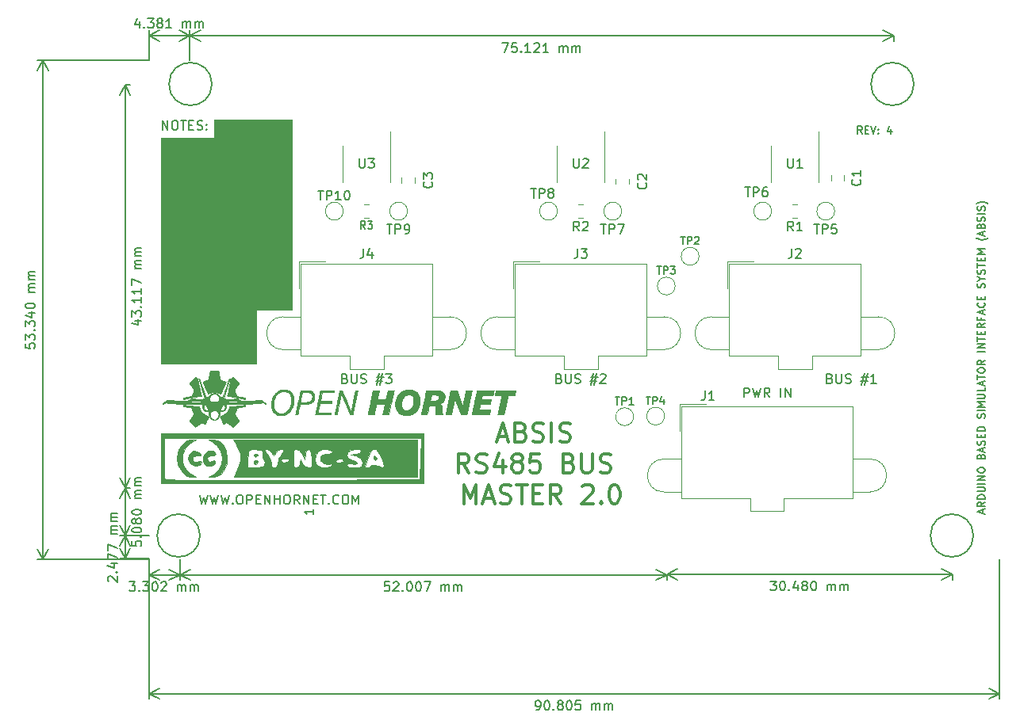
<source format=gbr>
G04 #@! TF.GenerationSoftware,KiCad,Pcbnew,(5.1.4)-1*
G04 #@! TF.CreationDate,2020-12-27T09:51:01-07:00*
G04 #@! TF.ProjectId,ABSIS_Bus_Master,41425349-535f-4427-9573-5f4d61737465,2*
G04 #@! TF.SameCoordinates,Original*
G04 #@! TF.FileFunction,Legend,Top*
G04 #@! TF.FilePolarity,Positive*
%FSLAX46Y46*%
G04 Gerber Fmt 4.6, Leading zero omitted, Abs format (unit mm)*
G04 Created by KiCad (PCBNEW (5.1.4)-1) date 2020-12-27 09:51:01*
%MOMM*%
%LPD*%
G04 APERTURE LIST*
%ADD10C,0.100000*%
%ADD11C,0.200000*%
%ADD12C,0.150000*%
%ADD13C,0.300000*%
%ADD14C,0.010000*%
%ADD15C,0.120000*%
G04 APERTURE END LIST*
D10*
G36*
X129413000Y-94996000D02*
G01*
X125603000Y-94996000D01*
X125603000Y-100711000D01*
X115443000Y-100711000D01*
X115443000Y-76581000D01*
X121158000Y-76581000D01*
X121158000Y-74676000D01*
X129413000Y-74676000D01*
X129413000Y-94996000D01*
G37*
X129413000Y-94996000D02*
X125603000Y-94996000D01*
X125603000Y-100711000D01*
X115443000Y-100711000D01*
X115443000Y-76581000D01*
X121158000Y-76581000D01*
X121158000Y-74676000D01*
X129413000Y-74676000D01*
X129413000Y-94996000D01*
D11*
X115625857Y-75763380D02*
X115625857Y-74763380D01*
X116197285Y-75763380D01*
X116197285Y-74763380D01*
X116863952Y-74763380D02*
X117054428Y-74763380D01*
X117149666Y-74811000D01*
X117244904Y-74906238D01*
X117292523Y-75096714D01*
X117292523Y-75430047D01*
X117244904Y-75620523D01*
X117149666Y-75715761D01*
X117054428Y-75763380D01*
X116863952Y-75763380D01*
X116768714Y-75715761D01*
X116673476Y-75620523D01*
X116625857Y-75430047D01*
X116625857Y-75096714D01*
X116673476Y-74906238D01*
X116768714Y-74811000D01*
X116863952Y-74763380D01*
X117578238Y-74763380D02*
X118149666Y-74763380D01*
X117863952Y-75763380D02*
X117863952Y-74763380D01*
X118483000Y-75239571D02*
X118816333Y-75239571D01*
X118959190Y-75763380D02*
X118483000Y-75763380D01*
X118483000Y-74763380D01*
X118959190Y-74763380D01*
X119340142Y-75715761D02*
X119483000Y-75763380D01*
X119721095Y-75763380D01*
X119816333Y-75715761D01*
X119863952Y-75668142D01*
X119911571Y-75572904D01*
X119911571Y-75477666D01*
X119863952Y-75382428D01*
X119816333Y-75334809D01*
X119721095Y-75287190D01*
X119530619Y-75239571D01*
X119435380Y-75191952D01*
X119387761Y-75144333D01*
X119340142Y-75049095D01*
X119340142Y-74953857D01*
X119387761Y-74858619D01*
X119435380Y-74811000D01*
X119530619Y-74763380D01*
X119768714Y-74763380D01*
X119911571Y-74811000D01*
X120340142Y-75668142D02*
X120387761Y-75715761D01*
X120340142Y-75763380D01*
X120292523Y-75715761D01*
X120340142Y-75668142D01*
X120340142Y-75763380D01*
X120340142Y-75144333D02*
X120387761Y-75191952D01*
X120340142Y-75239571D01*
X120292523Y-75191952D01*
X120340142Y-75144333D01*
X120340142Y-75239571D01*
D12*
X112718714Y-96154416D02*
X113385380Y-96154416D01*
X112337761Y-96392511D02*
X113052047Y-96630607D01*
X113052047Y-96011559D01*
X112385380Y-95725845D02*
X112385380Y-95106797D01*
X112766333Y-95440130D01*
X112766333Y-95297273D01*
X112813952Y-95202035D01*
X112861571Y-95154416D01*
X112956809Y-95106797D01*
X113194904Y-95106797D01*
X113290142Y-95154416D01*
X113337761Y-95202035D01*
X113385380Y-95297273D01*
X113385380Y-95582988D01*
X113337761Y-95678226D01*
X113290142Y-95725845D01*
X113290142Y-94678226D02*
X113337761Y-94630607D01*
X113385380Y-94678226D01*
X113337761Y-94725845D01*
X113290142Y-94678226D01*
X113385380Y-94678226D01*
X113385380Y-93678226D02*
X113385380Y-94249654D01*
X113385380Y-93963940D02*
X112385380Y-93963940D01*
X112528238Y-94059178D01*
X112623476Y-94154416D01*
X112671095Y-94249654D01*
X113385380Y-92725845D02*
X113385380Y-93297273D01*
X113385380Y-93011559D02*
X112385380Y-93011559D01*
X112528238Y-93106797D01*
X112623476Y-93202035D01*
X112671095Y-93297273D01*
X112385380Y-92392511D02*
X112385380Y-91725845D01*
X113385380Y-92154416D01*
X113385380Y-90582988D02*
X112718714Y-90582988D01*
X112813952Y-90582988D02*
X112766333Y-90535369D01*
X112718714Y-90440130D01*
X112718714Y-90297273D01*
X112766333Y-90202035D01*
X112861571Y-90154416D01*
X113385380Y-90154416D01*
X112861571Y-90154416D02*
X112766333Y-90106797D01*
X112718714Y-90011559D01*
X112718714Y-89868702D01*
X112766333Y-89773464D01*
X112861571Y-89725845D01*
X113385380Y-89725845D01*
X113385380Y-89249654D02*
X112718714Y-89249654D01*
X112813952Y-89249654D02*
X112766333Y-89202035D01*
X112718714Y-89106797D01*
X112718714Y-88963940D01*
X112766333Y-88868702D01*
X112861571Y-88821083D01*
X113385380Y-88821083D01*
X112861571Y-88821083D02*
X112766333Y-88773464D01*
X112718714Y-88678226D01*
X112718714Y-88535369D01*
X112766333Y-88440130D01*
X112861571Y-88392511D01*
X113385380Y-88392511D01*
X111633000Y-114046000D02*
X111633000Y-70929500D01*
X111633000Y-114046000D02*
X112219421Y-114046000D01*
X111633000Y-70929500D02*
X112219421Y-70929500D01*
X111633000Y-70929500D02*
X112219421Y-72056004D01*
X111633000Y-70929500D02*
X111046579Y-72056004D01*
X111633000Y-114046000D02*
X112219421Y-112919496D01*
X111633000Y-114046000D02*
X111046579Y-112919496D01*
X112385380Y-119728857D02*
X112385380Y-120205047D01*
X112861571Y-120252666D01*
X112813952Y-120205047D01*
X112766333Y-120109809D01*
X112766333Y-119871714D01*
X112813952Y-119776476D01*
X112861571Y-119728857D01*
X112956809Y-119681238D01*
X113194904Y-119681238D01*
X113290142Y-119728857D01*
X113337761Y-119776476D01*
X113385380Y-119871714D01*
X113385380Y-120109809D01*
X113337761Y-120205047D01*
X113290142Y-120252666D01*
X113290142Y-119252666D02*
X113337761Y-119205047D01*
X113385380Y-119252666D01*
X113337761Y-119300285D01*
X113290142Y-119252666D01*
X113385380Y-119252666D01*
X112385380Y-118586000D02*
X112385380Y-118490761D01*
X112433000Y-118395523D01*
X112480619Y-118347904D01*
X112575857Y-118300285D01*
X112766333Y-118252666D01*
X113004428Y-118252666D01*
X113194904Y-118300285D01*
X113290142Y-118347904D01*
X113337761Y-118395523D01*
X113385380Y-118490761D01*
X113385380Y-118586000D01*
X113337761Y-118681238D01*
X113290142Y-118728857D01*
X113194904Y-118776476D01*
X113004428Y-118824095D01*
X112766333Y-118824095D01*
X112575857Y-118776476D01*
X112480619Y-118728857D01*
X112433000Y-118681238D01*
X112385380Y-118586000D01*
X112813952Y-117681238D02*
X112766333Y-117776476D01*
X112718714Y-117824095D01*
X112623476Y-117871714D01*
X112575857Y-117871714D01*
X112480619Y-117824095D01*
X112433000Y-117776476D01*
X112385380Y-117681238D01*
X112385380Y-117490761D01*
X112433000Y-117395523D01*
X112480619Y-117347904D01*
X112575857Y-117300285D01*
X112623476Y-117300285D01*
X112718714Y-117347904D01*
X112766333Y-117395523D01*
X112813952Y-117490761D01*
X112813952Y-117681238D01*
X112861571Y-117776476D01*
X112909190Y-117824095D01*
X113004428Y-117871714D01*
X113194904Y-117871714D01*
X113290142Y-117824095D01*
X113337761Y-117776476D01*
X113385380Y-117681238D01*
X113385380Y-117490761D01*
X113337761Y-117395523D01*
X113290142Y-117347904D01*
X113194904Y-117300285D01*
X113004428Y-117300285D01*
X112909190Y-117347904D01*
X112861571Y-117395523D01*
X112813952Y-117490761D01*
X112385380Y-116681238D02*
X112385380Y-116586000D01*
X112433000Y-116490761D01*
X112480619Y-116443142D01*
X112575857Y-116395523D01*
X112766333Y-116347904D01*
X113004428Y-116347904D01*
X113194904Y-116395523D01*
X113290142Y-116443142D01*
X113337761Y-116490761D01*
X113385380Y-116586000D01*
X113385380Y-116681238D01*
X113337761Y-116776476D01*
X113290142Y-116824095D01*
X113194904Y-116871714D01*
X113004428Y-116919333D01*
X112766333Y-116919333D01*
X112575857Y-116871714D01*
X112480619Y-116824095D01*
X112433000Y-116776476D01*
X112385380Y-116681238D01*
X113385380Y-115157428D02*
X112718714Y-115157428D01*
X112813952Y-115157428D02*
X112766333Y-115109809D01*
X112718714Y-115014571D01*
X112718714Y-114871714D01*
X112766333Y-114776476D01*
X112861571Y-114728857D01*
X113385380Y-114728857D01*
X112861571Y-114728857D02*
X112766333Y-114681238D01*
X112718714Y-114586000D01*
X112718714Y-114443142D01*
X112766333Y-114347904D01*
X112861571Y-114300285D01*
X113385380Y-114300285D01*
X113385380Y-113824095D02*
X112718714Y-113824095D01*
X112813952Y-113824095D02*
X112766333Y-113776476D01*
X112718714Y-113681238D01*
X112718714Y-113538380D01*
X112766333Y-113443142D01*
X112861571Y-113395523D01*
X113385380Y-113395523D01*
X112861571Y-113395523D02*
X112766333Y-113347904D01*
X112718714Y-113252666D01*
X112718714Y-113109809D01*
X112766333Y-113014571D01*
X112861571Y-112966952D01*
X113385380Y-112966952D01*
X111633000Y-119126000D02*
X111633000Y-114046000D01*
X111633000Y-119126000D02*
X112219421Y-119126000D01*
X111633000Y-114046000D02*
X112219421Y-114046000D01*
X111633000Y-114046000D02*
X112219421Y-115172504D01*
X111633000Y-114046000D02*
X111046579Y-115172504D01*
X111633000Y-119126000D02*
X112219421Y-117999496D01*
X111633000Y-119126000D02*
X111046579Y-117999496D01*
X109880619Y-124030916D02*
X109833000Y-123983297D01*
X109785380Y-123888059D01*
X109785380Y-123649964D01*
X109833000Y-123554726D01*
X109880619Y-123507107D01*
X109975857Y-123459488D01*
X110071095Y-123459488D01*
X110213952Y-123507107D01*
X110785380Y-124078535D01*
X110785380Y-123459488D01*
X110690142Y-123030916D02*
X110737761Y-122983297D01*
X110785380Y-123030916D01*
X110737761Y-123078535D01*
X110690142Y-123030916D01*
X110785380Y-123030916D01*
X110118714Y-122126154D02*
X110785380Y-122126154D01*
X109737761Y-122364250D02*
X110452047Y-122602345D01*
X110452047Y-121983297D01*
X109785380Y-121697583D02*
X109785380Y-121030916D01*
X110785380Y-121459488D01*
X109785380Y-120745202D02*
X109785380Y-120078535D01*
X110785380Y-120507107D01*
X110785380Y-118935678D02*
X110118714Y-118935678D01*
X110213952Y-118935678D02*
X110166333Y-118888059D01*
X110118714Y-118792821D01*
X110118714Y-118649964D01*
X110166333Y-118554726D01*
X110261571Y-118507107D01*
X110785380Y-118507107D01*
X110261571Y-118507107D02*
X110166333Y-118459488D01*
X110118714Y-118364250D01*
X110118714Y-118221392D01*
X110166333Y-118126154D01*
X110261571Y-118078535D01*
X110785380Y-118078535D01*
X110785380Y-117602345D02*
X110118714Y-117602345D01*
X110213952Y-117602345D02*
X110166333Y-117554726D01*
X110118714Y-117459488D01*
X110118714Y-117316630D01*
X110166333Y-117221392D01*
X110261571Y-117173773D01*
X110785380Y-117173773D01*
X110261571Y-117173773D02*
X110166333Y-117126154D01*
X110118714Y-117030916D01*
X110118714Y-116888059D01*
X110166333Y-116792821D01*
X110261571Y-116745202D01*
X110785380Y-116745202D01*
X111633000Y-121602500D02*
X111633000Y-119126000D01*
X114173000Y-121602500D02*
X111046579Y-121602500D01*
X114173000Y-119126000D02*
X111046579Y-119126000D01*
X111633000Y-119126000D02*
X112219421Y-120252504D01*
X111633000Y-119126000D02*
X111046579Y-120252504D01*
X111633000Y-121602500D02*
X112219421Y-120475996D01*
X111633000Y-121602500D02*
X111046579Y-120475996D01*
X151924273Y-66474880D02*
X152590940Y-66474880D01*
X152162369Y-67474880D01*
X153448083Y-66474880D02*
X152971892Y-66474880D01*
X152924273Y-66951071D01*
X152971892Y-66903452D01*
X153067130Y-66855833D01*
X153305226Y-66855833D01*
X153400464Y-66903452D01*
X153448083Y-66951071D01*
X153495702Y-67046309D01*
X153495702Y-67284404D01*
X153448083Y-67379642D01*
X153400464Y-67427261D01*
X153305226Y-67474880D01*
X153067130Y-67474880D01*
X152971892Y-67427261D01*
X152924273Y-67379642D01*
X153924273Y-67379642D02*
X153971892Y-67427261D01*
X153924273Y-67474880D01*
X153876654Y-67427261D01*
X153924273Y-67379642D01*
X153924273Y-67474880D01*
X154924273Y-67474880D02*
X154352845Y-67474880D01*
X154638559Y-67474880D02*
X154638559Y-66474880D01*
X154543321Y-66617738D01*
X154448083Y-66712976D01*
X154352845Y-66760595D01*
X155305226Y-66570119D02*
X155352845Y-66522500D01*
X155448083Y-66474880D01*
X155686178Y-66474880D01*
X155781416Y-66522500D01*
X155829035Y-66570119D01*
X155876654Y-66665357D01*
X155876654Y-66760595D01*
X155829035Y-66903452D01*
X155257607Y-67474880D01*
X155876654Y-67474880D01*
X156829035Y-67474880D02*
X156257607Y-67474880D01*
X156543321Y-67474880D02*
X156543321Y-66474880D01*
X156448083Y-66617738D01*
X156352845Y-66712976D01*
X156257607Y-66760595D01*
X158019511Y-67474880D02*
X158019511Y-66808214D01*
X158019511Y-66903452D02*
X158067130Y-66855833D01*
X158162369Y-66808214D01*
X158305226Y-66808214D01*
X158400464Y-66855833D01*
X158448083Y-66951071D01*
X158448083Y-67474880D01*
X158448083Y-66951071D02*
X158495702Y-66855833D01*
X158590940Y-66808214D01*
X158733797Y-66808214D01*
X158829035Y-66855833D01*
X158876654Y-66951071D01*
X158876654Y-67474880D01*
X159352845Y-67474880D02*
X159352845Y-66808214D01*
X159352845Y-66903452D02*
X159400464Y-66855833D01*
X159495702Y-66808214D01*
X159638559Y-66808214D01*
X159733797Y-66855833D01*
X159781416Y-66951071D01*
X159781416Y-67474880D01*
X159781416Y-66951071D02*
X159829035Y-66855833D01*
X159924273Y-66808214D01*
X160067130Y-66808214D01*
X160162369Y-66855833D01*
X160209988Y-66951071D01*
X160209988Y-67474880D01*
X118554500Y-65722500D02*
X193675000Y-65722500D01*
X118554500Y-65722500D02*
X118554500Y-66308921D01*
X193675000Y-65722500D02*
X193675000Y-66308921D01*
X193675000Y-65722500D02*
X192548496Y-66308921D01*
X193675000Y-65722500D02*
X192548496Y-65136079D01*
X118554500Y-65722500D02*
X119681004Y-66308921D01*
X118554500Y-65722500D02*
X119681004Y-65136079D01*
X113173273Y-64208214D02*
X113173273Y-64874880D01*
X112935178Y-63827261D02*
X112697083Y-64541547D01*
X113316130Y-64541547D01*
X113697083Y-64779642D02*
X113744702Y-64827261D01*
X113697083Y-64874880D01*
X113649464Y-64827261D01*
X113697083Y-64779642D01*
X113697083Y-64874880D01*
X114078035Y-63874880D02*
X114697083Y-63874880D01*
X114363750Y-64255833D01*
X114506607Y-64255833D01*
X114601845Y-64303452D01*
X114649464Y-64351071D01*
X114697083Y-64446309D01*
X114697083Y-64684404D01*
X114649464Y-64779642D01*
X114601845Y-64827261D01*
X114506607Y-64874880D01*
X114220892Y-64874880D01*
X114125654Y-64827261D01*
X114078035Y-64779642D01*
X115268511Y-64303452D02*
X115173273Y-64255833D01*
X115125654Y-64208214D01*
X115078035Y-64112976D01*
X115078035Y-64065357D01*
X115125654Y-63970119D01*
X115173273Y-63922500D01*
X115268511Y-63874880D01*
X115458988Y-63874880D01*
X115554226Y-63922500D01*
X115601845Y-63970119D01*
X115649464Y-64065357D01*
X115649464Y-64112976D01*
X115601845Y-64208214D01*
X115554226Y-64255833D01*
X115458988Y-64303452D01*
X115268511Y-64303452D01*
X115173273Y-64351071D01*
X115125654Y-64398690D01*
X115078035Y-64493928D01*
X115078035Y-64684404D01*
X115125654Y-64779642D01*
X115173273Y-64827261D01*
X115268511Y-64874880D01*
X115458988Y-64874880D01*
X115554226Y-64827261D01*
X115601845Y-64779642D01*
X115649464Y-64684404D01*
X115649464Y-64493928D01*
X115601845Y-64398690D01*
X115554226Y-64351071D01*
X115458988Y-64303452D01*
X116601845Y-64874880D02*
X116030416Y-64874880D01*
X116316130Y-64874880D02*
X116316130Y-63874880D01*
X116220892Y-64017738D01*
X116125654Y-64112976D01*
X116030416Y-64160595D01*
X117792321Y-64874880D02*
X117792321Y-64208214D01*
X117792321Y-64303452D02*
X117839940Y-64255833D01*
X117935178Y-64208214D01*
X118078035Y-64208214D01*
X118173273Y-64255833D01*
X118220892Y-64351071D01*
X118220892Y-64874880D01*
X118220892Y-64351071D02*
X118268511Y-64255833D01*
X118363750Y-64208214D01*
X118506607Y-64208214D01*
X118601845Y-64255833D01*
X118649464Y-64351071D01*
X118649464Y-64874880D01*
X119125654Y-64874880D02*
X119125654Y-64208214D01*
X119125654Y-64303452D02*
X119173273Y-64255833D01*
X119268511Y-64208214D01*
X119411369Y-64208214D01*
X119506607Y-64255833D01*
X119554226Y-64351071D01*
X119554226Y-64874880D01*
X119554226Y-64351071D02*
X119601845Y-64255833D01*
X119697083Y-64208214D01*
X119839940Y-64208214D01*
X119935178Y-64255833D01*
X119982797Y-64351071D01*
X119982797Y-64874880D01*
X114173000Y-65722500D02*
X118554500Y-65722500D01*
X114173000Y-68326000D02*
X114173000Y-65136079D01*
X118554500Y-68326000D02*
X118554500Y-65136079D01*
X118554500Y-65722500D02*
X117427996Y-66308921D01*
X118554500Y-65722500D02*
X117427996Y-65136079D01*
X114173000Y-65722500D02*
X115299504Y-66308921D01*
X114173000Y-65722500D02*
X115299504Y-65136079D01*
X180531023Y-124005880D02*
X181150071Y-124005880D01*
X180816738Y-124386833D01*
X180959595Y-124386833D01*
X181054833Y-124434452D01*
X181102452Y-124482071D01*
X181150071Y-124577309D01*
X181150071Y-124815404D01*
X181102452Y-124910642D01*
X181054833Y-124958261D01*
X180959595Y-125005880D01*
X180673880Y-125005880D01*
X180578642Y-124958261D01*
X180531023Y-124910642D01*
X181769119Y-124005880D02*
X181864357Y-124005880D01*
X181959595Y-124053500D01*
X182007214Y-124101119D01*
X182054833Y-124196357D01*
X182102452Y-124386833D01*
X182102452Y-124624928D01*
X182054833Y-124815404D01*
X182007214Y-124910642D01*
X181959595Y-124958261D01*
X181864357Y-125005880D01*
X181769119Y-125005880D01*
X181673880Y-124958261D01*
X181626261Y-124910642D01*
X181578642Y-124815404D01*
X181531023Y-124624928D01*
X181531023Y-124386833D01*
X181578642Y-124196357D01*
X181626261Y-124101119D01*
X181673880Y-124053500D01*
X181769119Y-124005880D01*
X182531023Y-124910642D02*
X182578642Y-124958261D01*
X182531023Y-125005880D01*
X182483404Y-124958261D01*
X182531023Y-124910642D01*
X182531023Y-125005880D01*
X183435785Y-124339214D02*
X183435785Y-125005880D01*
X183197690Y-123958261D02*
X182959595Y-124672547D01*
X183578642Y-124672547D01*
X184102452Y-124434452D02*
X184007214Y-124386833D01*
X183959595Y-124339214D01*
X183911976Y-124243976D01*
X183911976Y-124196357D01*
X183959595Y-124101119D01*
X184007214Y-124053500D01*
X184102452Y-124005880D01*
X184292928Y-124005880D01*
X184388166Y-124053500D01*
X184435785Y-124101119D01*
X184483404Y-124196357D01*
X184483404Y-124243976D01*
X184435785Y-124339214D01*
X184388166Y-124386833D01*
X184292928Y-124434452D01*
X184102452Y-124434452D01*
X184007214Y-124482071D01*
X183959595Y-124529690D01*
X183911976Y-124624928D01*
X183911976Y-124815404D01*
X183959595Y-124910642D01*
X184007214Y-124958261D01*
X184102452Y-125005880D01*
X184292928Y-125005880D01*
X184388166Y-124958261D01*
X184435785Y-124910642D01*
X184483404Y-124815404D01*
X184483404Y-124624928D01*
X184435785Y-124529690D01*
X184388166Y-124482071D01*
X184292928Y-124434452D01*
X185102452Y-124005880D02*
X185197690Y-124005880D01*
X185292928Y-124053500D01*
X185340547Y-124101119D01*
X185388166Y-124196357D01*
X185435785Y-124386833D01*
X185435785Y-124624928D01*
X185388166Y-124815404D01*
X185340547Y-124910642D01*
X185292928Y-124958261D01*
X185197690Y-125005880D01*
X185102452Y-125005880D01*
X185007214Y-124958261D01*
X184959595Y-124910642D01*
X184911976Y-124815404D01*
X184864357Y-124624928D01*
X184864357Y-124386833D01*
X184911976Y-124196357D01*
X184959595Y-124101119D01*
X185007214Y-124053500D01*
X185102452Y-124005880D01*
X186626261Y-125005880D02*
X186626261Y-124339214D01*
X186626261Y-124434452D02*
X186673880Y-124386833D01*
X186769119Y-124339214D01*
X186911976Y-124339214D01*
X187007214Y-124386833D01*
X187054833Y-124482071D01*
X187054833Y-125005880D01*
X187054833Y-124482071D02*
X187102452Y-124386833D01*
X187197690Y-124339214D01*
X187340547Y-124339214D01*
X187435785Y-124386833D01*
X187483404Y-124482071D01*
X187483404Y-125005880D01*
X187959595Y-125005880D02*
X187959595Y-124339214D01*
X187959595Y-124434452D02*
X188007214Y-124386833D01*
X188102452Y-124339214D01*
X188245309Y-124339214D01*
X188340547Y-124386833D01*
X188388166Y-124482071D01*
X188388166Y-125005880D01*
X188388166Y-124482071D02*
X188435785Y-124386833D01*
X188531023Y-124339214D01*
X188673880Y-124339214D01*
X188769119Y-124386833D01*
X188816738Y-124482071D01*
X188816738Y-125005880D01*
X169481500Y-123253500D02*
X199961500Y-123253500D01*
X169481500Y-123253500D02*
X169481500Y-123839921D01*
X199961500Y-123253500D02*
X199961500Y-123839921D01*
X199961500Y-123253500D02*
X198834996Y-123839921D01*
X199961500Y-123253500D02*
X198834996Y-122667079D01*
X169481500Y-123253500D02*
X170608004Y-123839921D01*
X169481500Y-123253500D02*
X170608004Y-122667079D01*
X139859202Y-124069380D02*
X139383011Y-124069380D01*
X139335392Y-124545571D01*
X139383011Y-124497952D01*
X139478250Y-124450333D01*
X139716345Y-124450333D01*
X139811583Y-124497952D01*
X139859202Y-124545571D01*
X139906821Y-124640809D01*
X139906821Y-124878904D01*
X139859202Y-124974142D01*
X139811583Y-125021761D01*
X139716345Y-125069380D01*
X139478250Y-125069380D01*
X139383011Y-125021761D01*
X139335392Y-124974142D01*
X140287773Y-124164619D02*
X140335392Y-124117000D01*
X140430630Y-124069380D01*
X140668726Y-124069380D01*
X140763964Y-124117000D01*
X140811583Y-124164619D01*
X140859202Y-124259857D01*
X140859202Y-124355095D01*
X140811583Y-124497952D01*
X140240154Y-125069380D01*
X140859202Y-125069380D01*
X141287773Y-124974142D02*
X141335392Y-125021761D01*
X141287773Y-125069380D01*
X141240154Y-125021761D01*
X141287773Y-124974142D01*
X141287773Y-125069380D01*
X141954440Y-124069380D02*
X142049678Y-124069380D01*
X142144916Y-124117000D01*
X142192535Y-124164619D01*
X142240154Y-124259857D01*
X142287773Y-124450333D01*
X142287773Y-124688428D01*
X142240154Y-124878904D01*
X142192535Y-124974142D01*
X142144916Y-125021761D01*
X142049678Y-125069380D01*
X141954440Y-125069380D01*
X141859202Y-125021761D01*
X141811583Y-124974142D01*
X141763964Y-124878904D01*
X141716345Y-124688428D01*
X141716345Y-124450333D01*
X141763964Y-124259857D01*
X141811583Y-124164619D01*
X141859202Y-124117000D01*
X141954440Y-124069380D01*
X142906821Y-124069380D02*
X143002059Y-124069380D01*
X143097297Y-124117000D01*
X143144916Y-124164619D01*
X143192535Y-124259857D01*
X143240154Y-124450333D01*
X143240154Y-124688428D01*
X143192535Y-124878904D01*
X143144916Y-124974142D01*
X143097297Y-125021761D01*
X143002059Y-125069380D01*
X142906821Y-125069380D01*
X142811583Y-125021761D01*
X142763964Y-124974142D01*
X142716345Y-124878904D01*
X142668726Y-124688428D01*
X142668726Y-124450333D01*
X142716345Y-124259857D01*
X142763964Y-124164619D01*
X142811583Y-124117000D01*
X142906821Y-124069380D01*
X143573488Y-124069380D02*
X144240154Y-124069380D01*
X143811583Y-125069380D01*
X145383011Y-125069380D02*
X145383011Y-124402714D01*
X145383011Y-124497952D02*
X145430630Y-124450333D01*
X145525869Y-124402714D01*
X145668726Y-124402714D01*
X145763964Y-124450333D01*
X145811583Y-124545571D01*
X145811583Y-125069380D01*
X145811583Y-124545571D02*
X145859202Y-124450333D01*
X145954440Y-124402714D01*
X146097297Y-124402714D01*
X146192535Y-124450333D01*
X146240154Y-124545571D01*
X146240154Y-125069380D01*
X146716345Y-125069380D02*
X146716345Y-124402714D01*
X146716345Y-124497952D02*
X146763964Y-124450333D01*
X146859202Y-124402714D01*
X147002059Y-124402714D01*
X147097297Y-124450333D01*
X147144916Y-124545571D01*
X147144916Y-125069380D01*
X147144916Y-124545571D02*
X147192535Y-124450333D01*
X147287773Y-124402714D01*
X147430630Y-124402714D01*
X147525869Y-124450333D01*
X147573488Y-124545571D01*
X147573488Y-125069380D01*
X117475000Y-123317000D02*
X169481500Y-123317000D01*
X117475000Y-123317000D02*
X117475000Y-123903421D01*
X169481500Y-123317000D02*
X169481500Y-123903421D01*
X169481500Y-123317000D02*
X168354996Y-123903421D01*
X169481500Y-123317000D02*
X168354996Y-122730579D01*
X117475000Y-123317000D02*
X118601504Y-123903421D01*
X117475000Y-123317000D02*
X118601504Y-122730579D01*
X112109714Y-124069380D02*
X112728761Y-124069380D01*
X112395428Y-124450333D01*
X112538285Y-124450333D01*
X112633523Y-124497952D01*
X112681142Y-124545571D01*
X112728761Y-124640809D01*
X112728761Y-124878904D01*
X112681142Y-124974142D01*
X112633523Y-125021761D01*
X112538285Y-125069380D01*
X112252571Y-125069380D01*
X112157333Y-125021761D01*
X112109714Y-124974142D01*
X113157333Y-124974142D02*
X113204952Y-125021761D01*
X113157333Y-125069380D01*
X113109714Y-125021761D01*
X113157333Y-124974142D01*
X113157333Y-125069380D01*
X113538285Y-124069380D02*
X114157333Y-124069380D01*
X113824000Y-124450333D01*
X113966857Y-124450333D01*
X114062095Y-124497952D01*
X114109714Y-124545571D01*
X114157333Y-124640809D01*
X114157333Y-124878904D01*
X114109714Y-124974142D01*
X114062095Y-125021761D01*
X113966857Y-125069380D01*
X113681142Y-125069380D01*
X113585904Y-125021761D01*
X113538285Y-124974142D01*
X114776380Y-124069380D02*
X114871619Y-124069380D01*
X114966857Y-124117000D01*
X115014476Y-124164619D01*
X115062095Y-124259857D01*
X115109714Y-124450333D01*
X115109714Y-124688428D01*
X115062095Y-124878904D01*
X115014476Y-124974142D01*
X114966857Y-125021761D01*
X114871619Y-125069380D01*
X114776380Y-125069380D01*
X114681142Y-125021761D01*
X114633523Y-124974142D01*
X114585904Y-124878904D01*
X114538285Y-124688428D01*
X114538285Y-124450333D01*
X114585904Y-124259857D01*
X114633523Y-124164619D01*
X114681142Y-124117000D01*
X114776380Y-124069380D01*
X115490666Y-124164619D02*
X115538285Y-124117000D01*
X115633523Y-124069380D01*
X115871619Y-124069380D01*
X115966857Y-124117000D01*
X116014476Y-124164619D01*
X116062095Y-124259857D01*
X116062095Y-124355095D01*
X116014476Y-124497952D01*
X115443047Y-125069380D01*
X116062095Y-125069380D01*
X117252571Y-125069380D02*
X117252571Y-124402714D01*
X117252571Y-124497952D02*
X117300190Y-124450333D01*
X117395428Y-124402714D01*
X117538285Y-124402714D01*
X117633523Y-124450333D01*
X117681142Y-124545571D01*
X117681142Y-125069380D01*
X117681142Y-124545571D02*
X117728761Y-124450333D01*
X117824000Y-124402714D01*
X117966857Y-124402714D01*
X118062095Y-124450333D01*
X118109714Y-124545571D01*
X118109714Y-125069380D01*
X118585904Y-125069380D02*
X118585904Y-124402714D01*
X118585904Y-124497952D02*
X118633523Y-124450333D01*
X118728761Y-124402714D01*
X118871619Y-124402714D01*
X118966857Y-124450333D01*
X119014476Y-124545571D01*
X119014476Y-125069380D01*
X119014476Y-124545571D02*
X119062095Y-124450333D01*
X119157333Y-124402714D01*
X119300190Y-124402714D01*
X119395428Y-124450333D01*
X119443047Y-124545571D01*
X119443047Y-125069380D01*
X114173000Y-123317000D02*
X117475000Y-123317000D01*
X114173000Y-121666000D02*
X114173000Y-123903421D01*
X117475000Y-121666000D02*
X117475000Y-123903421D01*
X117475000Y-123317000D02*
X116348496Y-123903421D01*
X117475000Y-123317000D02*
X116348496Y-122730579D01*
X114173000Y-123317000D02*
X115299504Y-123903421D01*
X114173000Y-123317000D02*
X115299504Y-122730579D01*
X101022380Y-98615047D02*
X101022380Y-99091238D01*
X101498571Y-99138857D01*
X101450952Y-99091238D01*
X101403333Y-98996000D01*
X101403333Y-98757904D01*
X101450952Y-98662666D01*
X101498571Y-98615047D01*
X101593809Y-98567428D01*
X101831904Y-98567428D01*
X101927142Y-98615047D01*
X101974761Y-98662666D01*
X102022380Y-98757904D01*
X102022380Y-98996000D01*
X101974761Y-99091238D01*
X101927142Y-99138857D01*
X101022380Y-98234095D02*
X101022380Y-97615047D01*
X101403333Y-97948380D01*
X101403333Y-97805523D01*
X101450952Y-97710285D01*
X101498571Y-97662666D01*
X101593809Y-97615047D01*
X101831904Y-97615047D01*
X101927142Y-97662666D01*
X101974761Y-97710285D01*
X102022380Y-97805523D01*
X102022380Y-98091238D01*
X101974761Y-98186476D01*
X101927142Y-98234095D01*
X101927142Y-97186476D02*
X101974761Y-97138857D01*
X102022380Y-97186476D01*
X101974761Y-97234095D01*
X101927142Y-97186476D01*
X102022380Y-97186476D01*
X101022380Y-96805523D02*
X101022380Y-96186476D01*
X101403333Y-96519809D01*
X101403333Y-96376952D01*
X101450952Y-96281714D01*
X101498571Y-96234095D01*
X101593809Y-96186476D01*
X101831904Y-96186476D01*
X101927142Y-96234095D01*
X101974761Y-96281714D01*
X102022380Y-96376952D01*
X102022380Y-96662666D01*
X101974761Y-96757904D01*
X101927142Y-96805523D01*
X101355714Y-95329333D02*
X102022380Y-95329333D01*
X100974761Y-95567428D02*
X101689047Y-95805523D01*
X101689047Y-95186476D01*
X101022380Y-94615047D02*
X101022380Y-94519809D01*
X101070000Y-94424571D01*
X101117619Y-94376952D01*
X101212857Y-94329333D01*
X101403333Y-94281714D01*
X101641428Y-94281714D01*
X101831904Y-94329333D01*
X101927142Y-94376952D01*
X101974761Y-94424571D01*
X102022380Y-94519809D01*
X102022380Y-94615047D01*
X101974761Y-94710285D01*
X101927142Y-94757904D01*
X101831904Y-94805523D01*
X101641428Y-94853142D01*
X101403333Y-94853142D01*
X101212857Y-94805523D01*
X101117619Y-94757904D01*
X101070000Y-94710285D01*
X101022380Y-94615047D01*
X102022380Y-93091238D02*
X101355714Y-93091238D01*
X101450952Y-93091238D02*
X101403333Y-93043619D01*
X101355714Y-92948380D01*
X101355714Y-92805523D01*
X101403333Y-92710285D01*
X101498571Y-92662666D01*
X102022380Y-92662666D01*
X101498571Y-92662666D02*
X101403333Y-92615047D01*
X101355714Y-92519809D01*
X101355714Y-92376952D01*
X101403333Y-92281714D01*
X101498571Y-92234095D01*
X102022380Y-92234095D01*
X102022380Y-91757904D02*
X101355714Y-91757904D01*
X101450952Y-91757904D02*
X101403333Y-91710285D01*
X101355714Y-91615047D01*
X101355714Y-91472190D01*
X101403333Y-91376952D01*
X101498571Y-91329333D01*
X102022380Y-91329333D01*
X101498571Y-91329333D02*
X101403333Y-91281714D01*
X101355714Y-91186476D01*
X101355714Y-91043619D01*
X101403333Y-90948380D01*
X101498571Y-90900761D01*
X102022380Y-90900761D01*
X102870000Y-121666000D02*
X102870000Y-68326000D01*
X114173000Y-121666000D02*
X102283579Y-121666000D01*
X114173000Y-68326000D02*
X102283579Y-68326000D01*
X102870000Y-68326000D02*
X103456421Y-69452504D01*
X102870000Y-68326000D02*
X102283579Y-69452504D01*
X102870000Y-121666000D02*
X103456421Y-120539496D01*
X102870000Y-121666000D02*
X102283579Y-120539496D01*
X155527880Y-137769380D02*
X155718357Y-137769380D01*
X155813595Y-137721761D01*
X155861214Y-137674142D01*
X155956452Y-137531285D01*
X156004071Y-137340809D01*
X156004071Y-136959857D01*
X155956452Y-136864619D01*
X155908833Y-136817000D01*
X155813595Y-136769380D01*
X155623119Y-136769380D01*
X155527880Y-136817000D01*
X155480261Y-136864619D01*
X155432642Y-136959857D01*
X155432642Y-137197952D01*
X155480261Y-137293190D01*
X155527880Y-137340809D01*
X155623119Y-137388428D01*
X155813595Y-137388428D01*
X155908833Y-137340809D01*
X155956452Y-137293190D01*
X156004071Y-137197952D01*
X156623119Y-136769380D02*
X156718357Y-136769380D01*
X156813595Y-136817000D01*
X156861214Y-136864619D01*
X156908833Y-136959857D01*
X156956452Y-137150333D01*
X156956452Y-137388428D01*
X156908833Y-137578904D01*
X156861214Y-137674142D01*
X156813595Y-137721761D01*
X156718357Y-137769380D01*
X156623119Y-137769380D01*
X156527880Y-137721761D01*
X156480261Y-137674142D01*
X156432642Y-137578904D01*
X156385023Y-137388428D01*
X156385023Y-137150333D01*
X156432642Y-136959857D01*
X156480261Y-136864619D01*
X156527880Y-136817000D01*
X156623119Y-136769380D01*
X157385023Y-137674142D02*
X157432642Y-137721761D01*
X157385023Y-137769380D01*
X157337404Y-137721761D01*
X157385023Y-137674142D01*
X157385023Y-137769380D01*
X158004071Y-137197952D02*
X157908833Y-137150333D01*
X157861214Y-137102714D01*
X157813595Y-137007476D01*
X157813595Y-136959857D01*
X157861214Y-136864619D01*
X157908833Y-136817000D01*
X158004071Y-136769380D01*
X158194547Y-136769380D01*
X158289785Y-136817000D01*
X158337404Y-136864619D01*
X158385023Y-136959857D01*
X158385023Y-137007476D01*
X158337404Y-137102714D01*
X158289785Y-137150333D01*
X158194547Y-137197952D01*
X158004071Y-137197952D01*
X157908833Y-137245571D01*
X157861214Y-137293190D01*
X157813595Y-137388428D01*
X157813595Y-137578904D01*
X157861214Y-137674142D01*
X157908833Y-137721761D01*
X158004071Y-137769380D01*
X158194547Y-137769380D01*
X158289785Y-137721761D01*
X158337404Y-137674142D01*
X158385023Y-137578904D01*
X158385023Y-137388428D01*
X158337404Y-137293190D01*
X158289785Y-137245571D01*
X158194547Y-137197952D01*
X159004071Y-136769380D02*
X159099309Y-136769380D01*
X159194547Y-136817000D01*
X159242166Y-136864619D01*
X159289785Y-136959857D01*
X159337404Y-137150333D01*
X159337404Y-137388428D01*
X159289785Y-137578904D01*
X159242166Y-137674142D01*
X159194547Y-137721761D01*
X159099309Y-137769380D01*
X159004071Y-137769380D01*
X158908833Y-137721761D01*
X158861214Y-137674142D01*
X158813595Y-137578904D01*
X158765976Y-137388428D01*
X158765976Y-137150333D01*
X158813595Y-136959857D01*
X158861214Y-136864619D01*
X158908833Y-136817000D01*
X159004071Y-136769380D01*
X160242166Y-136769380D02*
X159765976Y-136769380D01*
X159718357Y-137245571D01*
X159765976Y-137197952D01*
X159861214Y-137150333D01*
X160099309Y-137150333D01*
X160194547Y-137197952D01*
X160242166Y-137245571D01*
X160289785Y-137340809D01*
X160289785Y-137578904D01*
X160242166Y-137674142D01*
X160194547Y-137721761D01*
X160099309Y-137769380D01*
X159861214Y-137769380D01*
X159765976Y-137721761D01*
X159718357Y-137674142D01*
X161480261Y-137769380D02*
X161480261Y-137102714D01*
X161480261Y-137197952D02*
X161527880Y-137150333D01*
X161623119Y-137102714D01*
X161765976Y-137102714D01*
X161861214Y-137150333D01*
X161908833Y-137245571D01*
X161908833Y-137769380D01*
X161908833Y-137245571D02*
X161956452Y-137150333D01*
X162051690Y-137102714D01*
X162194547Y-137102714D01*
X162289785Y-137150333D01*
X162337404Y-137245571D01*
X162337404Y-137769380D01*
X162813595Y-137769380D02*
X162813595Y-137102714D01*
X162813595Y-137197952D02*
X162861214Y-137150333D01*
X162956452Y-137102714D01*
X163099309Y-137102714D01*
X163194547Y-137150333D01*
X163242166Y-137245571D01*
X163242166Y-137769380D01*
X163242166Y-137245571D02*
X163289785Y-137150333D01*
X163385023Y-137102714D01*
X163527880Y-137102714D01*
X163623119Y-137150333D01*
X163670738Y-137245571D01*
X163670738Y-137769380D01*
X114173000Y-136017000D02*
X204978000Y-136017000D01*
X114173000Y-121666000D02*
X114173000Y-136603421D01*
X204978000Y-121666000D02*
X204978000Y-136603421D01*
X204978000Y-136017000D02*
X203851496Y-136603421D01*
X204978000Y-136017000D02*
X203851496Y-135430579D01*
X114173000Y-136017000D02*
X115299504Y-136603421D01*
X114173000Y-136017000D02*
X115299504Y-135430579D01*
X119595380Y-114768380D02*
X119833476Y-115768380D01*
X120023952Y-115054095D01*
X120214428Y-115768380D01*
X120452523Y-114768380D01*
X120738238Y-114768380D02*
X120976333Y-115768380D01*
X121166809Y-115054095D01*
X121357285Y-115768380D01*
X121595380Y-114768380D01*
X121881095Y-114768380D02*
X122119190Y-115768380D01*
X122309666Y-115054095D01*
X122500142Y-115768380D01*
X122738238Y-114768380D01*
X123119190Y-115673142D02*
X123166809Y-115720761D01*
X123119190Y-115768380D01*
X123071571Y-115720761D01*
X123119190Y-115673142D01*
X123119190Y-115768380D01*
X123785857Y-114768380D02*
X123976333Y-114768380D01*
X124071571Y-114816000D01*
X124166809Y-114911238D01*
X124214428Y-115101714D01*
X124214428Y-115435047D01*
X124166809Y-115625523D01*
X124071571Y-115720761D01*
X123976333Y-115768380D01*
X123785857Y-115768380D01*
X123690619Y-115720761D01*
X123595380Y-115625523D01*
X123547761Y-115435047D01*
X123547761Y-115101714D01*
X123595380Y-114911238D01*
X123690619Y-114816000D01*
X123785857Y-114768380D01*
X124643000Y-115768380D02*
X124643000Y-114768380D01*
X125023952Y-114768380D01*
X125119190Y-114816000D01*
X125166809Y-114863619D01*
X125214428Y-114958857D01*
X125214428Y-115101714D01*
X125166809Y-115196952D01*
X125119190Y-115244571D01*
X125023952Y-115292190D01*
X124643000Y-115292190D01*
X125643000Y-115244571D02*
X125976333Y-115244571D01*
X126119190Y-115768380D02*
X125643000Y-115768380D01*
X125643000Y-114768380D01*
X126119190Y-114768380D01*
X126547761Y-115768380D02*
X126547761Y-114768380D01*
X127119190Y-115768380D01*
X127119190Y-114768380D01*
X127595380Y-115768380D02*
X127595380Y-114768380D01*
X127595380Y-115244571D02*
X128166809Y-115244571D01*
X128166809Y-115768380D02*
X128166809Y-114768380D01*
X128833476Y-114768380D02*
X129023952Y-114768380D01*
X129119190Y-114816000D01*
X129214428Y-114911238D01*
X129262047Y-115101714D01*
X129262047Y-115435047D01*
X129214428Y-115625523D01*
X129119190Y-115720761D01*
X129023952Y-115768380D01*
X128833476Y-115768380D01*
X128738238Y-115720761D01*
X128643000Y-115625523D01*
X128595380Y-115435047D01*
X128595380Y-115101714D01*
X128643000Y-114911238D01*
X128738238Y-114816000D01*
X128833476Y-114768380D01*
X130262047Y-115768380D02*
X129928714Y-115292190D01*
X129690619Y-115768380D02*
X129690619Y-114768380D01*
X130071571Y-114768380D01*
X130166809Y-114816000D01*
X130214428Y-114863619D01*
X130262047Y-114958857D01*
X130262047Y-115101714D01*
X130214428Y-115196952D01*
X130166809Y-115244571D01*
X130071571Y-115292190D01*
X129690619Y-115292190D01*
X130690619Y-115768380D02*
X130690619Y-114768380D01*
X131262047Y-115768380D01*
X131262047Y-114768380D01*
X131738238Y-115244571D02*
X132071571Y-115244571D01*
X132214428Y-115768380D02*
X131738238Y-115768380D01*
X131738238Y-114768380D01*
X132214428Y-114768380D01*
X132500142Y-114768380D02*
X133071571Y-114768380D01*
X132785857Y-115768380D02*
X132785857Y-114768380D01*
X133404904Y-115673142D02*
X133452523Y-115720761D01*
X133404904Y-115768380D01*
X133357285Y-115720761D01*
X133404904Y-115673142D01*
X133404904Y-115768380D01*
X134452523Y-115673142D02*
X134404904Y-115720761D01*
X134262047Y-115768380D01*
X134166809Y-115768380D01*
X134023952Y-115720761D01*
X133928714Y-115625523D01*
X133881095Y-115530285D01*
X133833476Y-115339809D01*
X133833476Y-115196952D01*
X133881095Y-115006476D01*
X133928714Y-114911238D01*
X134023952Y-114816000D01*
X134166809Y-114768380D01*
X134262047Y-114768380D01*
X134404904Y-114816000D01*
X134452523Y-114863619D01*
X135071571Y-114768380D02*
X135262047Y-114768380D01*
X135357285Y-114816000D01*
X135452523Y-114911238D01*
X135500142Y-115101714D01*
X135500142Y-115435047D01*
X135452523Y-115625523D01*
X135357285Y-115720761D01*
X135262047Y-115768380D01*
X135071571Y-115768380D01*
X134976333Y-115720761D01*
X134881095Y-115625523D01*
X134833476Y-115435047D01*
X134833476Y-115101714D01*
X134881095Y-114911238D01*
X134976333Y-114816000D01*
X135071571Y-114768380D01*
X135928714Y-115768380D02*
X135928714Y-114768380D01*
X136262047Y-115482666D01*
X136595380Y-114768380D01*
X136595380Y-115768380D01*
X190309666Y-76180904D02*
X190043000Y-75799952D01*
X189852523Y-76180904D02*
X189852523Y-75380904D01*
X190157285Y-75380904D01*
X190233476Y-75419000D01*
X190271571Y-75457095D01*
X190309666Y-75533285D01*
X190309666Y-75647571D01*
X190271571Y-75723761D01*
X190233476Y-75761857D01*
X190157285Y-75799952D01*
X189852523Y-75799952D01*
X190652523Y-75761857D02*
X190919190Y-75761857D01*
X191033476Y-76180904D02*
X190652523Y-76180904D01*
X190652523Y-75380904D01*
X191033476Y-75380904D01*
X191262047Y-75380904D02*
X191528714Y-76180904D01*
X191795380Y-75380904D01*
X192062047Y-76104714D02*
X192100142Y-76142809D01*
X192062047Y-76180904D01*
X192023952Y-76142809D01*
X192062047Y-76104714D01*
X192062047Y-76180904D01*
X192062047Y-75685666D02*
X192100142Y-75723761D01*
X192062047Y-75761857D01*
X192023952Y-75723761D01*
X192062047Y-75685666D01*
X192062047Y-75761857D01*
X193395380Y-75647571D02*
X193395380Y-76180904D01*
X193204904Y-75342809D02*
X193014428Y-75914238D01*
X193509666Y-75914238D01*
D13*
X151463952Y-108539333D02*
X152416333Y-108539333D01*
X151273476Y-109110761D02*
X151940142Y-107110761D01*
X152606809Y-109110761D01*
X153940142Y-108063142D02*
X154225857Y-108158380D01*
X154321095Y-108253619D01*
X154416333Y-108444095D01*
X154416333Y-108729809D01*
X154321095Y-108920285D01*
X154225857Y-109015523D01*
X154035380Y-109110761D01*
X153273476Y-109110761D01*
X153273476Y-107110761D01*
X153940142Y-107110761D01*
X154130619Y-107206000D01*
X154225857Y-107301238D01*
X154321095Y-107491714D01*
X154321095Y-107682190D01*
X154225857Y-107872666D01*
X154130619Y-107967904D01*
X153940142Y-108063142D01*
X153273476Y-108063142D01*
X155178238Y-109015523D02*
X155463952Y-109110761D01*
X155940142Y-109110761D01*
X156130619Y-109015523D01*
X156225857Y-108920285D01*
X156321095Y-108729809D01*
X156321095Y-108539333D01*
X156225857Y-108348857D01*
X156130619Y-108253619D01*
X155940142Y-108158380D01*
X155559190Y-108063142D01*
X155368714Y-107967904D01*
X155273476Y-107872666D01*
X155178238Y-107682190D01*
X155178238Y-107491714D01*
X155273476Y-107301238D01*
X155368714Y-107206000D01*
X155559190Y-107110761D01*
X156035380Y-107110761D01*
X156321095Y-107206000D01*
X157178238Y-109110761D02*
X157178238Y-107110761D01*
X158035380Y-109015523D02*
X158321095Y-109110761D01*
X158797285Y-109110761D01*
X158987761Y-109015523D01*
X159083000Y-108920285D01*
X159178238Y-108729809D01*
X159178238Y-108539333D01*
X159083000Y-108348857D01*
X158987761Y-108253619D01*
X158797285Y-108158380D01*
X158416333Y-108063142D01*
X158225857Y-107967904D01*
X158130619Y-107872666D01*
X158035380Y-107682190D01*
X158035380Y-107491714D01*
X158130619Y-107301238D01*
X158225857Y-107206000D01*
X158416333Y-107110761D01*
X158892523Y-107110761D01*
X159178238Y-107206000D01*
X148368714Y-112410761D02*
X147702047Y-111458380D01*
X147225857Y-112410761D02*
X147225857Y-110410761D01*
X147987761Y-110410761D01*
X148178238Y-110506000D01*
X148273476Y-110601238D01*
X148368714Y-110791714D01*
X148368714Y-111077428D01*
X148273476Y-111267904D01*
X148178238Y-111363142D01*
X147987761Y-111458380D01*
X147225857Y-111458380D01*
X149130619Y-112315523D02*
X149416333Y-112410761D01*
X149892523Y-112410761D01*
X150083000Y-112315523D01*
X150178238Y-112220285D01*
X150273476Y-112029809D01*
X150273476Y-111839333D01*
X150178238Y-111648857D01*
X150083000Y-111553619D01*
X149892523Y-111458380D01*
X149511571Y-111363142D01*
X149321095Y-111267904D01*
X149225857Y-111172666D01*
X149130619Y-110982190D01*
X149130619Y-110791714D01*
X149225857Y-110601238D01*
X149321095Y-110506000D01*
X149511571Y-110410761D01*
X149987761Y-110410761D01*
X150273476Y-110506000D01*
X151987761Y-111077428D02*
X151987761Y-112410761D01*
X151511571Y-110315523D02*
X151035380Y-111744095D01*
X152273476Y-111744095D01*
X153321095Y-111267904D02*
X153130619Y-111172666D01*
X153035380Y-111077428D01*
X152940142Y-110886952D01*
X152940142Y-110791714D01*
X153035380Y-110601238D01*
X153130619Y-110506000D01*
X153321095Y-110410761D01*
X153702047Y-110410761D01*
X153892523Y-110506000D01*
X153987761Y-110601238D01*
X154083000Y-110791714D01*
X154083000Y-110886952D01*
X153987761Y-111077428D01*
X153892523Y-111172666D01*
X153702047Y-111267904D01*
X153321095Y-111267904D01*
X153130619Y-111363142D01*
X153035380Y-111458380D01*
X152940142Y-111648857D01*
X152940142Y-112029809D01*
X153035380Y-112220285D01*
X153130619Y-112315523D01*
X153321095Y-112410761D01*
X153702047Y-112410761D01*
X153892523Y-112315523D01*
X153987761Y-112220285D01*
X154083000Y-112029809D01*
X154083000Y-111648857D01*
X153987761Y-111458380D01*
X153892523Y-111363142D01*
X153702047Y-111267904D01*
X155892523Y-110410761D02*
X154940142Y-110410761D01*
X154844904Y-111363142D01*
X154940142Y-111267904D01*
X155130619Y-111172666D01*
X155606809Y-111172666D01*
X155797285Y-111267904D01*
X155892523Y-111363142D01*
X155987761Y-111553619D01*
X155987761Y-112029809D01*
X155892523Y-112220285D01*
X155797285Y-112315523D01*
X155606809Y-112410761D01*
X155130619Y-112410761D01*
X154940142Y-112315523D01*
X154844904Y-112220285D01*
X159035380Y-111363142D02*
X159321095Y-111458380D01*
X159416333Y-111553619D01*
X159511571Y-111744095D01*
X159511571Y-112029809D01*
X159416333Y-112220285D01*
X159321095Y-112315523D01*
X159130619Y-112410761D01*
X158368714Y-112410761D01*
X158368714Y-110410761D01*
X159035380Y-110410761D01*
X159225857Y-110506000D01*
X159321095Y-110601238D01*
X159416333Y-110791714D01*
X159416333Y-110982190D01*
X159321095Y-111172666D01*
X159225857Y-111267904D01*
X159035380Y-111363142D01*
X158368714Y-111363142D01*
X160368714Y-110410761D02*
X160368714Y-112029809D01*
X160463952Y-112220285D01*
X160559190Y-112315523D01*
X160749666Y-112410761D01*
X161130619Y-112410761D01*
X161321095Y-112315523D01*
X161416333Y-112220285D01*
X161511571Y-112029809D01*
X161511571Y-110410761D01*
X162368714Y-112315523D02*
X162654428Y-112410761D01*
X163130619Y-112410761D01*
X163321095Y-112315523D01*
X163416333Y-112220285D01*
X163511571Y-112029809D01*
X163511571Y-111839333D01*
X163416333Y-111648857D01*
X163321095Y-111553619D01*
X163130619Y-111458380D01*
X162749666Y-111363142D01*
X162559190Y-111267904D01*
X162463952Y-111172666D01*
X162368714Y-110982190D01*
X162368714Y-110791714D01*
X162463952Y-110601238D01*
X162559190Y-110506000D01*
X162749666Y-110410761D01*
X163225857Y-110410761D01*
X163511571Y-110506000D01*
X147797285Y-115710761D02*
X147797285Y-113710761D01*
X148463952Y-115139333D01*
X149130619Y-113710761D01*
X149130619Y-115710761D01*
X149987761Y-115139333D02*
X150940142Y-115139333D01*
X149797285Y-115710761D02*
X150463952Y-113710761D01*
X151130619Y-115710761D01*
X151702047Y-115615523D02*
X151987761Y-115710761D01*
X152463952Y-115710761D01*
X152654428Y-115615523D01*
X152749666Y-115520285D01*
X152844904Y-115329809D01*
X152844904Y-115139333D01*
X152749666Y-114948857D01*
X152654428Y-114853619D01*
X152463952Y-114758380D01*
X152083000Y-114663142D01*
X151892523Y-114567904D01*
X151797285Y-114472666D01*
X151702047Y-114282190D01*
X151702047Y-114091714D01*
X151797285Y-113901238D01*
X151892523Y-113806000D01*
X152083000Y-113710761D01*
X152559190Y-113710761D01*
X152844904Y-113806000D01*
X153416333Y-113710761D02*
X154559190Y-113710761D01*
X153987761Y-115710761D02*
X153987761Y-113710761D01*
X155225857Y-114663142D02*
X155892523Y-114663142D01*
X156178238Y-115710761D02*
X155225857Y-115710761D01*
X155225857Y-113710761D01*
X156178238Y-113710761D01*
X158178238Y-115710761D02*
X157511571Y-114758380D01*
X157035380Y-115710761D02*
X157035380Y-113710761D01*
X157797285Y-113710761D01*
X157987761Y-113806000D01*
X158083000Y-113901238D01*
X158178238Y-114091714D01*
X158178238Y-114377428D01*
X158083000Y-114567904D01*
X157987761Y-114663142D01*
X157797285Y-114758380D01*
X157035380Y-114758380D01*
X160463952Y-113901238D02*
X160559190Y-113806000D01*
X160749666Y-113710761D01*
X161225857Y-113710761D01*
X161416333Y-113806000D01*
X161511571Y-113901238D01*
X161606809Y-114091714D01*
X161606809Y-114282190D01*
X161511571Y-114567904D01*
X160368714Y-115710761D01*
X161606809Y-115710761D01*
X162463952Y-115520285D02*
X162559190Y-115615523D01*
X162463952Y-115710761D01*
X162368714Y-115615523D01*
X162463952Y-115520285D01*
X162463952Y-115710761D01*
X163797285Y-113710761D02*
X163987761Y-113710761D01*
X164178238Y-113806000D01*
X164273476Y-113901238D01*
X164368714Y-114091714D01*
X164463952Y-114472666D01*
X164463952Y-114948857D01*
X164368714Y-115329809D01*
X164273476Y-115520285D01*
X164178238Y-115615523D01*
X163987761Y-115710761D01*
X163797285Y-115710761D01*
X163606809Y-115615523D01*
X163511571Y-115520285D01*
X163416333Y-115329809D01*
X163321095Y-114948857D01*
X163321095Y-114472666D01*
X163416333Y-114091714D01*
X163511571Y-113901238D01*
X163606809Y-113806000D01*
X163797285Y-113710761D01*
D12*
X203206333Y-116742666D02*
X203206333Y-116361714D01*
X203434904Y-116818857D02*
X202634904Y-116552190D01*
X203434904Y-116285523D01*
X203434904Y-115561714D02*
X203053952Y-115828380D01*
X203434904Y-116018857D02*
X202634904Y-116018857D01*
X202634904Y-115714095D01*
X202673000Y-115637904D01*
X202711095Y-115599809D01*
X202787285Y-115561714D01*
X202901571Y-115561714D01*
X202977761Y-115599809D01*
X203015857Y-115637904D01*
X203053952Y-115714095D01*
X203053952Y-116018857D01*
X203434904Y-115218857D02*
X202634904Y-115218857D01*
X202634904Y-115028380D01*
X202673000Y-114914095D01*
X202749190Y-114837904D01*
X202825380Y-114799809D01*
X202977761Y-114761714D01*
X203092047Y-114761714D01*
X203244428Y-114799809D01*
X203320619Y-114837904D01*
X203396809Y-114914095D01*
X203434904Y-115028380D01*
X203434904Y-115218857D01*
X202634904Y-114418857D02*
X203282523Y-114418857D01*
X203358714Y-114380761D01*
X203396809Y-114342666D01*
X203434904Y-114266476D01*
X203434904Y-114114095D01*
X203396809Y-114037904D01*
X203358714Y-113999809D01*
X203282523Y-113961714D01*
X202634904Y-113961714D01*
X203434904Y-113580761D02*
X202634904Y-113580761D01*
X203434904Y-113199809D02*
X202634904Y-113199809D01*
X203434904Y-112742666D01*
X202634904Y-112742666D01*
X202634904Y-112209333D02*
X202634904Y-112056952D01*
X202673000Y-111980761D01*
X202749190Y-111904571D01*
X202901571Y-111866476D01*
X203168238Y-111866476D01*
X203320619Y-111904571D01*
X203396809Y-111980761D01*
X203434904Y-112056952D01*
X203434904Y-112209333D01*
X203396809Y-112285523D01*
X203320619Y-112361714D01*
X203168238Y-112399809D01*
X202901571Y-112399809D01*
X202749190Y-112361714D01*
X202673000Y-112285523D01*
X202634904Y-112209333D01*
X203015857Y-110647428D02*
X203053952Y-110533142D01*
X203092047Y-110495047D01*
X203168238Y-110456952D01*
X203282523Y-110456952D01*
X203358714Y-110495047D01*
X203396809Y-110533142D01*
X203434904Y-110609333D01*
X203434904Y-110914095D01*
X202634904Y-110914095D01*
X202634904Y-110647428D01*
X202673000Y-110571238D01*
X202711095Y-110533142D01*
X202787285Y-110495047D01*
X202863476Y-110495047D01*
X202939666Y-110533142D01*
X202977761Y-110571238D01*
X203015857Y-110647428D01*
X203015857Y-110914095D01*
X203206333Y-110152190D02*
X203206333Y-109771238D01*
X203434904Y-110228380D02*
X202634904Y-109961714D01*
X203434904Y-109695047D01*
X203396809Y-109466476D02*
X203434904Y-109352190D01*
X203434904Y-109161714D01*
X203396809Y-109085523D01*
X203358714Y-109047428D01*
X203282523Y-109009333D01*
X203206333Y-109009333D01*
X203130142Y-109047428D01*
X203092047Y-109085523D01*
X203053952Y-109161714D01*
X203015857Y-109314095D01*
X202977761Y-109390285D01*
X202939666Y-109428380D01*
X202863476Y-109466476D01*
X202787285Y-109466476D01*
X202711095Y-109428380D01*
X202673000Y-109390285D01*
X202634904Y-109314095D01*
X202634904Y-109123619D01*
X202673000Y-109009333D01*
X203015857Y-108666476D02*
X203015857Y-108399809D01*
X203434904Y-108285523D02*
X203434904Y-108666476D01*
X202634904Y-108666476D01*
X202634904Y-108285523D01*
X203434904Y-107942666D02*
X202634904Y-107942666D01*
X202634904Y-107752190D01*
X202673000Y-107637904D01*
X202749190Y-107561714D01*
X202825380Y-107523619D01*
X202977761Y-107485523D01*
X203092047Y-107485523D01*
X203244428Y-107523619D01*
X203320619Y-107561714D01*
X203396809Y-107637904D01*
X203434904Y-107752190D01*
X203434904Y-107942666D01*
X203396809Y-106571238D02*
X203434904Y-106456952D01*
X203434904Y-106266476D01*
X203396809Y-106190285D01*
X203358714Y-106152190D01*
X203282523Y-106114095D01*
X203206333Y-106114095D01*
X203130142Y-106152190D01*
X203092047Y-106190285D01*
X203053952Y-106266476D01*
X203015857Y-106418857D01*
X202977761Y-106495047D01*
X202939666Y-106533142D01*
X202863476Y-106571238D01*
X202787285Y-106571238D01*
X202711095Y-106533142D01*
X202673000Y-106495047D01*
X202634904Y-106418857D01*
X202634904Y-106228380D01*
X202673000Y-106114095D01*
X203434904Y-105771238D02*
X202634904Y-105771238D01*
X203434904Y-105390285D02*
X202634904Y-105390285D01*
X203206333Y-105123619D01*
X202634904Y-104856952D01*
X203434904Y-104856952D01*
X202634904Y-104476000D02*
X203282523Y-104476000D01*
X203358714Y-104437904D01*
X203396809Y-104399809D01*
X203434904Y-104323619D01*
X203434904Y-104171238D01*
X203396809Y-104095047D01*
X203358714Y-104056952D01*
X203282523Y-104018857D01*
X202634904Y-104018857D01*
X203434904Y-103256952D02*
X203434904Y-103637904D01*
X202634904Y-103637904D01*
X203206333Y-103028380D02*
X203206333Y-102647428D01*
X203434904Y-103104571D02*
X202634904Y-102837904D01*
X203434904Y-102571238D01*
X202634904Y-102418857D02*
X202634904Y-101961714D01*
X203434904Y-102190285D02*
X202634904Y-102190285D01*
X202634904Y-101542666D02*
X202634904Y-101390285D01*
X202673000Y-101314095D01*
X202749190Y-101237904D01*
X202901571Y-101199809D01*
X203168238Y-101199809D01*
X203320619Y-101237904D01*
X203396809Y-101314095D01*
X203434904Y-101390285D01*
X203434904Y-101542666D01*
X203396809Y-101618857D01*
X203320619Y-101695047D01*
X203168238Y-101733142D01*
X202901571Y-101733142D01*
X202749190Y-101695047D01*
X202673000Y-101618857D01*
X202634904Y-101542666D01*
X203434904Y-100399809D02*
X203053952Y-100666476D01*
X203434904Y-100856952D02*
X202634904Y-100856952D01*
X202634904Y-100552190D01*
X202673000Y-100476000D01*
X202711095Y-100437904D01*
X202787285Y-100399809D01*
X202901571Y-100399809D01*
X202977761Y-100437904D01*
X203015857Y-100476000D01*
X203053952Y-100552190D01*
X203053952Y-100856952D01*
X203434904Y-99447428D02*
X202634904Y-99447428D01*
X203434904Y-99066476D02*
X202634904Y-99066476D01*
X203434904Y-98609333D01*
X202634904Y-98609333D01*
X202634904Y-98342666D02*
X202634904Y-97885523D01*
X203434904Y-98114095D02*
X202634904Y-98114095D01*
X203015857Y-97618857D02*
X203015857Y-97352190D01*
X203434904Y-97237904D02*
X203434904Y-97618857D01*
X202634904Y-97618857D01*
X202634904Y-97237904D01*
X203434904Y-96437904D02*
X203053952Y-96704571D01*
X203434904Y-96895047D02*
X202634904Y-96895047D01*
X202634904Y-96590285D01*
X202673000Y-96514095D01*
X202711095Y-96476000D01*
X202787285Y-96437904D01*
X202901571Y-96437904D01*
X202977761Y-96476000D01*
X203015857Y-96514095D01*
X203053952Y-96590285D01*
X203053952Y-96895047D01*
X203015857Y-95828380D02*
X203015857Y-96095047D01*
X203434904Y-96095047D02*
X202634904Y-96095047D01*
X202634904Y-95714095D01*
X203206333Y-95447428D02*
X203206333Y-95066476D01*
X203434904Y-95523619D02*
X202634904Y-95256952D01*
X203434904Y-94990285D01*
X203358714Y-94266476D02*
X203396809Y-94304571D01*
X203434904Y-94418857D01*
X203434904Y-94495047D01*
X203396809Y-94609333D01*
X203320619Y-94685523D01*
X203244428Y-94723619D01*
X203092047Y-94761714D01*
X202977761Y-94761714D01*
X202825380Y-94723619D01*
X202749190Y-94685523D01*
X202673000Y-94609333D01*
X202634904Y-94495047D01*
X202634904Y-94418857D01*
X202673000Y-94304571D01*
X202711095Y-94266476D01*
X203015857Y-93923619D02*
X203015857Y-93656952D01*
X203434904Y-93542666D02*
X203434904Y-93923619D01*
X202634904Y-93923619D01*
X202634904Y-93542666D01*
X203396809Y-92628380D02*
X203434904Y-92514095D01*
X203434904Y-92323619D01*
X203396809Y-92247428D01*
X203358714Y-92209333D01*
X203282523Y-92171238D01*
X203206333Y-92171238D01*
X203130142Y-92209333D01*
X203092047Y-92247428D01*
X203053952Y-92323619D01*
X203015857Y-92476000D01*
X202977761Y-92552190D01*
X202939666Y-92590285D01*
X202863476Y-92628380D01*
X202787285Y-92628380D01*
X202711095Y-92590285D01*
X202673000Y-92552190D01*
X202634904Y-92476000D01*
X202634904Y-92285523D01*
X202673000Y-92171238D01*
X203053952Y-91676000D02*
X203434904Y-91676000D01*
X202634904Y-91942666D02*
X203053952Y-91676000D01*
X202634904Y-91409333D01*
X203396809Y-91180761D02*
X203434904Y-91066476D01*
X203434904Y-90876000D01*
X203396809Y-90799809D01*
X203358714Y-90761714D01*
X203282523Y-90723619D01*
X203206333Y-90723619D01*
X203130142Y-90761714D01*
X203092047Y-90799809D01*
X203053952Y-90876000D01*
X203015857Y-91028380D01*
X202977761Y-91104571D01*
X202939666Y-91142666D01*
X202863476Y-91180761D01*
X202787285Y-91180761D01*
X202711095Y-91142666D01*
X202673000Y-91104571D01*
X202634904Y-91028380D01*
X202634904Y-90837904D01*
X202673000Y-90723619D01*
X202634904Y-90495047D02*
X202634904Y-90037904D01*
X203434904Y-90266476D02*
X202634904Y-90266476D01*
X203015857Y-89771238D02*
X203015857Y-89504571D01*
X203434904Y-89390285D02*
X203434904Y-89771238D01*
X202634904Y-89771238D01*
X202634904Y-89390285D01*
X203434904Y-89047428D02*
X202634904Y-89047428D01*
X203206333Y-88780761D01*
X202634904Y-88514095D01*
X203434904Y-88514095D01*
X203739666Y-87295047D02*
X203701571Y-87333142D01*
X203587285Y-87409333D01*
X203511095Y-87447428D01*
X203396809Y-87485523D01*
X203206333Y-87523619D01*
X203053952Y-87523619D01*
X202863476Y-87485523D01*
X202749190Y-87447428D01*
X202673000Y-87409333D01*
X202558714Y-87333142D01*
X202520619Y-87295047D01*
X203206333Y-87028380D02*
X203206333Y-86647428D01*
X203434904Y-87104571D02*
X202634904Y-86837904D01*
X203434904Y-86571238D01*
X203015857Y-86037904D02*
X203053952Y-85923619D01*
X203092047Y-85885523D01*
X203168238Y-85847428D01*
X203282523Y-85847428D01*
X203358714Y-85885523D01*
X203396809Y-85923619D01*
X203434904Y-85999809D01*
X203434904Y-86304571D01*
X202634904Y-86304571D01*
X202634904Y-86037904D01*
X202673000Y-85961714D01*
X202711095Y-85923619D01*
X202787285Y-85885523D01*
X202863476Y-85885523D01*
X202939666Y-85923619D01*
X202977761Y-85961714D01*
X203015857Y-86037904D01*
X203015857Y-86304571D01*
X203396809Y-85542666D02*
X203434904Y-85428380D01*
X203434904Y-85237904D01*
X203396809Y-85161714D01*
X203358714Y-85123619D01*
X203282523Y-85085523D01*
X203206333Y-85085523D01*
X203130142Y-85123619D01*
X203092047Y-85161714D01*
X203053952Y-85237904D01*
X203015857Y-85390285D01*
X202977761Y-85466476D01*
X202939666Y-85504571D01*
X202863476Y-85542666D01*
X202787285Y-85542666D01*
X202711095Y-85504571D01*
X202673000Y-85466476D01*
X202634904Y-85390285D01*
X202634904Y-85199809D01*
X202673000Y-85085523D01*
X203434904Y-84742666D02*
X202634904Y-84742666D01*
X203396809Y-84399809D02*
X203434904Y-84285523D01*
X203434904Y-84095047D01*
X203396809Y-84018857D01*
X203358714Y-83980761D01*
X203282523Y-83942666D01*
X203206333Y-83942666D01*
X203130142Y-83980761D01*
X203092047Y-84018857D01*
X203053952Y-84095047D01*
X203015857Y-84247428D01*
X202977761Y-84323619D01*
X202939666Y-84361714D01*
X202863476Y-84399809D01*
X202787285Y-84399809D01*
X202711095Y-84361714D01*
X202673000Y-84323619D01*
X202634904Y-84247428D01*
X202634904Y-84056952D01*
X202673000Y-83942666D01*
X203739666Y-83676000D02*
X203701571Y-83637904D01*
X203587285Y-83561714D01*
X203511095Y-83523619D01*
X203396809Y-83485523D01*
X203206333Y-83447428D01*
X203053952Y-83447428D01*
X202863476Y-83485523D01*
X202749190Y-83523619D01*
X202673000Y-83561714D01*
X202558714Y-83637904D01*
X202520619Y-83676000D01*
X131770380Y-116300285D02*
X131770380Y-116871714D01*
X131770380Y-116586000D02*
X130770380Y-116586000D01*
X130913238Y-116681238D01*
X131008476Y-116776476D01*
X131056095Y-116871714D01*
D14*
G36*
X143542801Y-113562391D02*
G01*
X115451410Y-113562391D01*
X115451410Y-108684245D01*
X115787834Y-108684245D01*
X115787834Y-110842965D01*
X115796194Y-111663585D01*
X115819038Y-112359081D01*
X115853015Y-112862127D01*
X115894771Y-113105401D01*
X115900964Y-113114814D01*
X116082860Y-113131859D01*
X116575807Y-113147078D01*
X117354439Y-113160341D01*
X118393388Y-113171518D01*
X119667286Y-113180480D01*
X121150765Y-113187096D01*
X122818458Y-113191236D01*
X124644998Y-113192769D01*
X126605016Y-113191567D01*
X128673145Y-113187498D01*
X129568183Y-113184903D01*
X143122271Y-113141861D01*
X143169207Y-110913053D01*
X143216142Y-108684245D01*
X115787834Y-108684245D01*
X115451410Y-108684245D01*
X115451410Y-108179610D01*
X143542801Y-108179610D01*
X143542801Y-113562391D01*
X143542801Y-113562391D01*
G37*
X143542801Y-113562391D02*
X115451410Y-113562391D01*
X115451410Y-108684245D01*
X115787834Y-108684245D01*
X115787834Y-110842965D01*
X115796194Y-111663585D01*
X115819038Y-112359081D01*
X115853015Y-112862127D01*
X115894771Y-113105401D01*
X115900964Y-113114814D01*
X116082860Y-113131859D01*
X116575807Y-113147078D01*
X117354439Y-113160341D01*
X118393388Y-113171518D01*
X119667286Y-113180480D01*
X121150765Y-113187096D01*
X122818458Y-113191236D01*
X124644998Y-113192769D01*
X126605016Y-113191567D01*
X128673145Y-113187498D01*
X129568183Y-113184903D01*
X143122271Y-113141861D01*
X143169207Y-110913053D01*
X143216142Y-108684245D01*
X115787834Y-108684245D01*
X115451410Y-108684245D01*
X115451410Y-108179610D01*
X143542801Y-108179610D01*
X143542801Y-113562391D01*
G36*
X118630260Y-109236418D02*
G01*
X118056143Y-109796998D01*
X117754883Y-110486113D01*
X117750511Y-111230650D01*
X117859227Y-111582218D01*
X118195418Y-112111872D01*
X118653651Y-112532675D01*
X118679368Y-112548807D01*
X119236179Y-112888286D01*
X118704443Y-112888914D01*
X118199461Y-112775346D01*
X117754299Y-112392288D01*
X117751475Y-112388937D01*
X117300323Y-111619281D01*
X117168457Y-110799033D01*
X117355878Y-109983606D01*
X117751475Y-109353063D01*
X118210065Y-108961741D01*
X118687266Y-108852457D01*
X119201824Y-108852457D01*
X118630260Y-109236418D01*
X118630260Y-109236418D01*
G37*
X118630260Y-109236418D02*
X118056143Y-109796998D01*
X117754883Y-110486113D01*
X117750511Y-111230650D01*
X117859227Y-111582218D01*
X118195418Y-112111872D01*
X118653651Y-112532675D01*
X118679368Y-112548807D01*
X119236179Y-112888286D01*
X118704443Y-112888914D01*
X118199461Y-112775346D01*
X117754299Y-112392288D01*
X117751475Y-112388937D01*
X117300323Y-111619281D01*
X117168457Y-110799033D01*
X117355878Y-109983606D01*
X117751475Y-109353063D01*
X118210065Y-108961741D01*
X118687266Y-108852457D01*
X119201824Y-108852457D01*
X118630260Y-109236418D01*
G36*
X121165246Y-108891050D02*
G01*
X121729924Y-109078900D01*
X122142536Y-109495044D01*
X122403081Y-110068337D01*
X122511561Y-110727631D01*
X122467975Y-111401780D01*
X122272324Y-112019636D01*
X121924606Y-112510053D01*
X121424822Y-112801883D01*
X121165246Y-112848445D01*
X120581874Y-112891453D01*
X121042342Y-112633916D01*
X121598343Y-112151403D01*
X121914050Y-111513327D01*
X121989882Y-110799152D01*
X121826262Y-110088342D01*
X121423608Y-109460361D01*
X121023800Y-109127742D01*
X120581874Y-108845537D01*
X121165246Y-108891050D01*
X121165246Y-108891050D01*
G37*
X121165246Y-108891050D02*
X121729924Y-109078900D01*
X122142536Y-109495044D01*
X122403081Y-110068337D01*
X122511561Y-110727631D01*
X122467975Y-111401780D01*
X122272324Y-112019636D01*
X121924606Y-112510053D01*
X121424822Y-112801883D01*
X121165246Y-112848445D01*
X120581874Y-112891453D01*
X121042342Y-112633916D01*
X121598343Y-112151403D01*
X121914050Y-111513327D01*
X121989882Y-110799152D01*
X121826262Y-110088342D01*
X121423608Y-109460361D01*
X121023800Y-109127742D01*
X120581874Y-108845537D01*
X121165246Y-108891050D01*
G36*
X142869953Y-112889543D02*
G01*
X123234916Y-112889543D01*
X123643783Y-112090537D01*
X123714332Y-111880272D01*
X124686277Y-111880272D01*
X125353762Y-111880272D01*
X125854301Y-111855369D01*
X126238376Y-111793896D01*
X126287322Y-111778169D01*
X126497113Y-111556844D01*
X126548685Y-111228377D01*
X126415097Y-110973778D01*
X126407744Y-110969048D01*
X126325175Y-110754983D01*
X126341765Y-110462240D01*
X126335799Y-110130221D01*
X126124624Y-109987888D01*
X126557138Y-109987888D01*
X126654074Y-110196677D01*
X126882805Y-110525580D01*
X126889821Y-110534576D01*
X127131172Y-110988897D01*
X127222505Y-111417689D01*
X127290511Y-111768504D01*
X127524928Y-111879360D01*
X127562669Y-111880272D01*
X127818532Y-111790663D01*
X127901751Y-111469572D01*
X127902833Y-111417689D01*
X127976222Y-111095624D01*
X128239685Y-111095624D01*
X128354753Y-111270590D01*
X128631746Y-111354865D01*
X128977965Y-111281313D01*
X129199162Y-111093262D01*
X129203577Y-111081265D01*
X129115959Y-110921184D01*
X128754170Y-110871000D01*
X129581212Y-110871000D01*
X129594099Y-111435969D01*
X129649150Y-111741266D01*
X129770953Y-111863183D01*
X129906463Y-111880272D01*
X130179944Y-111756667D01*
X130292325Y-111417689D01*
X130352937Y-110955106D01*
X130582817Y-111417689D01*
X130904740Y-111798452D01*
X131214620Y-111880272D01*
X131439737Y-111858117D01*
X131553558Y-111738039D01*
X131585356Y-111439619D01*
X131569313Y-111002362D01*
X131936924Y-111002362D01*
X132024173Y-111451978D01*
X132230549Y-111702911D01*
X132599905Y-111817117D01*
X133062202Y-111834184D01*
X133483657Y-111764316D01*
X133730484Y-111617718D01*
X133744971Y-111587403D01*
X133737075Y-111567559D01*
X135293094Y-111567559D01*
X135412558Y-111768130D01*
X135668889Y-111856548D01*
X136092108Y-111878792D01*
X136534567Y-111841357D01*
X136805719Y-111763117D01*
X137242298Y-111763117D01*
X137297029Y-111863537D01*
X137473013Y-111880263D01*
X137489627Y-111880272D01*
X137761630Y-111809366D01*
X137823596Y-111712060D01*
X137958435Y-111572705D01*
X138281433Y-111558655D01*
X138670310Y-111665563D01*
X138827500Y-111747745D01*
X139140967Y-111877323D01*
X139266746Y-111750574D01*
X139206511Y-111358429D01*
X139003533Y-110792939D01*
X138719492Y-110199187D01*
X138464504Y-109906242D01*
X138318622Y-109861729D01*
X138124590Y-109875079D01*
X137981578Y-109959775D01*
X137841692Y-110182781D01*
X137657035Y-110611063D01*
X137500329Y-111005832D01*
X137309753Y-111502662D01*
X137242298Y-111763117D01*
X136805719Y-111763117D01*
X136848617Y-111750739D01*
X136904339Y-111702499D01*
X136976967Y-111309646D01*
X136787471Y-110924415D01*
X136396134Y-110650538D01*
X136269818Y-110610629D01*
X135720947Y-110475543D01*
X136267636Y-110410296D01*
X136694730Y-110284148D01*
X136826145Y-110096951D01*
X136665036Y-109929350D01*
X136246179Y-109861729D01*
X135728387Y-109965393D01*
X135418357Y-110221527D01*
X135333136Y-110547846D01*
X135489770Y-110862062D01*
X135905306Y-111081890D01*
X135989391Y-111101312D01*
X136325594Y-111223670D01*
X136390745Y-111380469D01*
X136388929Y-111383508D01*
X136153739Y-111484064D01*
X135789039Y-111456225D01*
X135418688Y-111437665D01*
X135293094Y-111567559D01*
X133737075Y-111567559D01*
X133691391Y-111452753D01*
X133368501Y-111467929D01*
X133328022Y-111475744D01*
X132848721Y-111452815D01*
X132550541Y-111206534D01*
X132540072Y-111123318D01*
X134122934Y-111123318D01*
X134269161Y-111326251D01*
X134543463Y-111375636D01*
X134881686Y-111287900D01*
X134963993Y-111123318D01*
X134817766Y-110920385D01*
X134543463Y-110871000D01*
X134205241Y-110958736D01*
X134122934Y-111123318D01*
X132540072Y-111123318D01*
X132499321Y-110799407D01*
X132522358Y-110710860D01*
X132697885Y-110461739D01*
X133071147Y-110370258D01*
X133223121Y-110366364D01*
X133643709Y-110317078D01*
X133748828Y-110167488D01*
X133745520Y-110156100D01*
X133528353Y-109967126D01*
X133126011Y-109892751D01*
X132670506Y-109935442D01*
X132293849Y-110097664D01*
X132256868Y-110128286D01*
X132015252Y-110515533D01*
X131936924Y-111002362D01*
X131569313Y-111002362D01*
X131566096Y-110914688D01*
X131511695Y-110332713D01*
X131410423Y-110016599D01*
X131239485Y-109896644D01*
X131232692Y-109895280D01*
X131020609Y-109949351D01*
X130912883Y-110257844D01*
X130895851Y-110398282D01*
X130841968Y-110955106D01*
X130543694Y-110408417D01*
X130233204Y-110008191D01*
X129913316Y-109861729D01*
X129727678Y-109899732D01*
X129627366Y-110064878D01*
X129587140Y-110433874D01*
X129581212Y-110871000D01*
X128754170Y-110871000D01*
X128346501Y-110929637D01*
X128239685Y-111095624D01*
X127976222Y-111095624D01*
X128010305Y-110946056D01*
X128235516Y-110534576D01*
X128505874Y-110139695D01*
X128532899Y-109930322D01*
X128319237Y-109862454D01*
X128275979Y-109861729D01*
X127964541Y-109993105D01*
X127758233Y-110216863D01*
X127536448Y-110571998D01*
X127287702Y-110216863D01*
X127032748Y-109973486D01*
X126757846Y-109857984D01*
X126577277Y-109906174D01*
X126557138Y-109987888D01*
X126124624Y-109987888D01*
X126090507Y-109964893D01*
X125999892Y-109939648D01*
X125503478Y-109877496D01*
X125182758Y-109889840D01*
X124956203Y-109956312D01*
X124829093Y-110130517D01*
X124764493Y-110497187D01*
X124736725Y-110913053D01*
X124686277Y-111880272D01*
X123714332Y-111880272D01*
X123940254Y-111206934D01*
X123907994Y-110333674D01*
X123545540Y-109438239D01*
X123522766Y-109399146D01*
X123200505Y-108852457D01*
X142869953Y-108852457D01*
X142869953Y-112889543D01*
X142869953Y-112889543D01*
G37*
X142869953Y-112889543D02*
X123234916Y-112889543D01*
X123643783Y-112090537D01*
X123714332Y-111880272D01*
X124686277Y-111880272D01*
X125353762Y-111880272D01*
X125854301Y-111855369D01*
X126238376Y-111793896D01*
X126287322Y-111778169D01*
X126497113Y-111556844D01*
X126548685Y-111228377D01*
X126415097Y-110973778D01*
X126407744Y-110969048D01*
X126325175Y-110754983D01*
X126341765Y-110462240D01*
X126335799Y-110130221D01*
X126124624Y-109987888D01*
X126557138Y-109987888D01*
X126654074Y-110196677D01*
X126882805Y-110525580D01*
X126889821Y-110534576D01*
X127131172Y-110988897D01*
X127222505Y-111417689D01*
X127290511Y-111768504D01*
X127524928Y-111879360D01*
X127562669Y-111880272D01*
X127818532Y-111790663D01*
X127901751Y-111469572D01*
X127902833Y-111417689D01*
X127976222Y-111095624D01*
X128239685Y-111095624D01*
X128354753Y-111270590D01*
X128631746Y-111354865D01*
X128977965Y-111281313D01*
X129199162Y-111093262D01*
X129203577Y-111081265D01*
X129115959Y-110921184D01*
X128754170Y-110871000D01*
X129581212Y-110871000D01*
X129594099Y-111435969D01*
X129649150Y-111741266D01*
X129770953Y-111863183D01*
X129906463Y-111880272D01*
X130179944Y-111756667D01*
X130292325Y-111417689D01*
X130352937Y-110955106D01*
X130582817Y-111417689D01*
X130904740Y-111798452D01*
X131214620Y-111880272D01*
X131439737Y-111858117D01*
X131553558Y-111738039D01*
X131585356Y-111439619D01*
X131569313Y-111002362D01*
X131936924Y-111002362D01*
X132024173Y-111451978D01*
X132230549Y-111702911D01*
X132599905Y-111817117D01*
X133062202Y-111834184D01*
X133483657Y-111764316D01*
X133730484Y-111617718D01*
X133744971Y-111587403D01*
X133737075Y-111567559D01*
X135293094Y-111567559D01*
X135412558Y-111768130D01*
X135668889Y-111856548D01*
X136092108Y-111878792D01*
X136534567Y-111841357D01*
X136805719Y-111763117D01*
X137242298Y-111763117D01*
X137297029Y-111863537D01*
X137473013Y-111880263D01*
X137489627Y-111880272D01*
X137761630Y-111809366D01*
X137823596Y-111712060D01*
X137958435Y-111572705D01*
X138281433Y-111558655D01*
X138670310Y-111665563D01*
X138827500Y-111747745D01*
X139140967Y-111877323D01*
X139266746Y-111750574D01*
X139206511Y-111358429D01*
X139003533Y-110792939D01*
X138719492Y-110199187D01*
X138464504Y-109906242D01*
X138318622Y-109861729D01*
X138124590Y-109875079D01*
X137981578Y-109959775D01*
X137841692Y-110182781D01*
X137657035Y-110611063D01*
X137500329Y-111005832D01*
X137309753Y-111502662D01*
X137242298Y-111763117D01*
X136805719Y-111763117D01*
X136848617Y-111750739D01*
X136904339Y-111702499D01*
X136976967Y-111309646D01*
X136787471Y-110924415D01*
X136396134Y-110650538D01*
X136269818Y-110610629D01*
X135720947Y-110475543D01*
X136267636Y-110410296D01*
X136694730Y-110284148D01*
X136826145Y-110096951D01*
X136665036Y-109929350D01*
X136246179Y-109861729D01*
X135728387Y-109965393D01*
X135418357Y-110221527D01*
X135333136Y-110547846D01*
X135489770Y-110862062D01*
X135905306Y-111081890D01*
X135989391Y-111101312D01*
X136325594Y-111223670D01*
X136390745Y-111380469D01*
X136388929Y-111383508D01*
X136153739Y-111484064D01*
X135789039Y-111456225D01*
X135418688Y-111437665D01*
X135293094Y-111567559D01*
X133737075Y-111567559D01*
X133691391Y-111452753D01*
X133368501Y-111467929D01*
X133328022Y-111475744D01*
X132848721Y-111452815D01*
X132550541Y-111206534D01*
X132540072Y-111123318D01*
X134122934Y-111123318D01*
X134269161Y-111326251D01*
X134543463Y-111375636D01*
X134881686Y-111287900D01*
X134963993Y-111123318D01*
X134817766Y-110920385D01*
X134543463Y-110871000D01*
X134205241Y-110958736D01*
X134122934Y-111123318D01*
X132540072Y-111123318D01*
X132499321Y-110799407D01*
X132522358Y-110710860D01*
X132697885Y-110461739D01*
X133071147Y-110370258D01*
X133223121Y-110366364D01*
X133643709Y-110317078D01*
X133748828Y-110167488D01*
X133745520Y-110156100D01*
X133528353Y-109967126D01*
X133126011Y-109892751D01*
X132670506Y-109935442D01*
X132293849Y-110097664D01*
X132256868Y-110128286D01*
X132015252Y-110515533D01*
X131936924Y-111002362D01*
X131569313Y-111002362D01*
X131566096Y-110914688D01*
X131511695Y-110332713D01*
X131410423Y-110016599D01*
X131239485Y-109896644D01*
X131232692Y-109895280D01*
X131020609Y-109949351D01*
X130912883Y-110257844D01*
X130895851Y-110398282D01*
X130841968Y-110955106D01*
X130543694Y-110408417D01*
X130233204Y-110008191D01*
X129913316Y-109861729D01*
X129727678Y-109899732D01*
X129627366Y-110064878D01*
X129587140Y-110433874D01*
X129581212Y-110871000D01*
X128754170Y-110871000D01*
X128346501Y-110929637D01*
X128239685Y-111095624D01*
X127976222Y-111095624D01*
X128010305Y-110946056D01*
X128235516Y-110534576D01*
X128505874Y-110139695D01*
X128532899Y-109930322D01*
X128319237Y-109862454D01*
X128275979Y-109861729D01*
X127964541Y-109993105D01*
X127758233Y-110216863D01*
X127536448Y-110571998D01*
X127287702Y-110216863D01*
X127032748Y-109973486D01*
X126757846Y-109857984D01*
X126577277Y-109906174D01*
X126557138Y-109987888D01*
X126124624Y-109987888D01*
X126090507Y-109964893D01*
X125999892Y-109939648D01*
X125503478Y-109877496D01*
X125182758Y-109889840D01*
X124956203Y-109956312D01*
X124829093Y-110130517D01*
X124764493Y-110497187D01*
X124736725Y-110913053D01*
X124686277Y-111880272D01*
X123714332Y-111880272D01*
X123940254Y-111206934D01*
X123907994Y-110333674D01*
X123545540Y-109438239D01*
X123522766Y-109399146D01*
X123200505Y-108852457D01*
X142869953Y-108852457D01*
X142869953Y-112889543D01*
G36*
X119288760Y-110118984D02*
G01*
X119414559Y-110172179D01*
X119705017Y-110383090D01*
X119716116Y-110558909D01*
X119467694Y-110611257D01*
X119322161Y-110583806D01*
X118994599Y-110619082D01*
X118886893Y-110759755D01*
X118851221Y-111118065D01*
X119037835Y-111276238D01*
X119320285Y-111207424D01*
X119617468Y-111148750D01*
X119786402Y-111267200D01*
X119743287Y-111469228D01*
X119636206Y-111560079D01*
X119138314Y-111701677D01*
X118666630Y-111528063D01*
X118575346Y-111447727D01*
X118333282Y-111015447D01*
X118417486Y-110564046D01*
X118648120Y-110281640D01*
X118960412Y-110078805D01*
X119288760Y-110118984D01*
X119288760Y-110118984D01*
G37*
X119288760Y-110118984D02*
X119414559Y-110172179D01*
X119705017Y-110383090D01*
X119716116Y-110558909D01*
X119467694Y-110611257D01*
X119322161Y-110583806D01*
X118994599Y-110619082D01*
X118886893Y-110759755D01*
X118851221Y-111118065D01*
X119037835Y-111276238D01*
X119320285Y-111207424D01*
X119617468Y-111148750D01*
X119786402Y-111267200D01*
X119743287Y-111469228D01*
X119636206Y-111560079D01*
X119138314Y-111701677D01*
X118666630Y-111528063D01*
X118575346Y-111447727D01*
X118333282Y-111015447D01*
X118417486Y-110564046D01*
X118648120Y-110281640D01*
X118960412Y-110078805D01*
X119288760Y-110118984D01*
G36*
X120953459Y-110081711D02*
G01*
X121150113Y-110181922D01*
X121301077Y-110389912D01*
X121194770Y-110562362D01*
X120904153Y-110599492D01*
X120853009Y-110588236D01*
X120516646Y-110614754D01*
X120386237Y-110841082D01*
X120505605Y-111132761D01*
X120748189Y-111284551D01*
X120925640Y-111201330D01*
X121158019Y-111118448D01*
X121261297Y-111218063D01*
X121264199Y-111448771D01*
X121038393Y-111620774D01*
X120690940Y-111696295D01*
X120328904Y-111637559D01*
X120226069Y-111583325D01*
X119951120Y-111227606D01*
X119929524Y-110774970D01*
X120152740Y-110374969D01*
X120565364Y-110077697D01*
X120953459Y-110081711D01*
X120953459Y-110081711D01*
G37*
X120953459Y-110081711D02*
X121150113Y-110181922D01*
X121301077Y-110389912D01*
X121194770Y-110562362D01*
X120904153Y-110599492D01*
X120853009Y-110588236D01*
X120516646Y-110614754D01*
X120386237Y-110841082D01*
X120505605Y-111132761D01*
X120748189Y-111284551D01*
X120925640Y-111201330D01*
X121158019Y-111118448D01*
X121261297Y-111218063D01*
X121264199Y-111448771D01*
X121038393Y-111620774D01*
X120690940Y-111696295D01*
X120328904Y-111637559D01*
X120226069Y-111583325D01*
X119951120Y-111227606D01*
X119929524Y-110774970D01*
X120152740Y-110374969D01*
X120565364Y-110077697D01*
X120953459Y-110081711D01*
G36*
X125838433Y-111137017D02*
G01*
X125842001Y-111238964D01*
X125674572Y-111461099D01*
X125473009Y-111489342D01*
X125375914Y-111305548D01*
X125511350Y-111073828D01*
X125642249Y-111039212D01*
X125838433Y-111137017D01*
X125838433Y-111137017D01*
G37*
X125838433Y-111137017D02*
X125842001Y-111238964D01*
X125674572Y-111461099D01*
X125473009Y-111489342D01*
X125375914Y-111305548D01*
X125511350Y-111073828D01*
X125642249Y-111039212D01*
X125838433Y-111137017D01*
G36*
X125812268Y-110447912D02*
G01*
X125796444Y-110534576D01*
X125581392Y-110696372D01*
X125534198Y-110702788D01*
X125380444Y-110574486D01*
X125375914Y-110534576D01*
X125512832Y-110386951D01*
X125638159Y-110366364D01*
X125812268Y-110447912D01*
X125812268Y-110447912D01*
G37*
X125812268Y-110447912D02*
X125796444Y-110534576D01*
X125581392Y-110696372D01*
X125534198Y-110702788D01*
X125380444Y-110574486D01*
X125375914Y-110534576D01*
X125512832Y-110386951D01*
X125638159Y-110366364D01*
X125812268Y-110447912D01*
G36*
X138328232Y-110618682D02*
G01*
X138490027Y-110833734D01*
X138496444Y-110880928D01*
X138368141Y-111034682D01*
X138328232Y-111039212D01*
X138180607Y-110902294D01*
X138160020Y-110776967D01*
X138241567Y-110602858D01*
X138328232Y-110618682D01*
X138328232Y-110618682D01*
G37*
X138328232Y-110618682D02*
X138490027Y-110833734D01*
X138496444Y-110880928D01*
X138368141Y-111034682D01*
X138328232Y-111039212D01*
X138180607Y-110902294D01*
X138160020Y-110776967D01*
X138241567Y-110602858D01*
X138328232Y-110618682D01*
G36*
X121139631Y-101549200D02*
G01*
X121160312Y-101549200D01*
X121230145Y-101549208D01*
X121292007Y-101549239D01*
X121346394Y-101549300D01*
X121393801Y-101549399D01*
X121434724Y-101549545D01*
X121469658Y-101549745D01*
X121499100Y-101550007D01*
X121523545Y-101550340D01*
X121543489Y-101550750D01*
X121559427Y-101551247D01*
X121571855Y-101551838D01*
X121581268Y-101552531D01*
X121588163Y-101553334D01*
X121593035Y-101554255D01*
X121596380Y-101555302D01*
X121598311Y-101556249D01*
X121608290Y-101564377D01*
X121614778Y-101573247D01*
X121616170Y-101578723D01*
X121618990Y-101591952D01*
X121623129Y-101612365D01*
X121628476Y-101639389D01*
X121634921Y-101672454D01*
X121642354Y-101710987D01*
X121650666Y-101754417D01*
X121659747Y-101802174D01*
X121669486Y-101853685D01*
X121679774Y-101908379D01*
X121690501Y-101965684D01*
X121697782Y-102004738D01*
X121708756Y-102063492D01*
X121719387Y-102120035D01*
X121729566Y-102173792D01*
X121739178Y-102224190D01*
X121748113Y-102270656D01*
X121756259Y-102312614D01*
X121763504Y-102349491D01*
X121769736Y-102380714D01*
X121774844Y-102405708D01*
X121778715Y-102423901D01*
X121781238Y-102434717D01*
X121782107Y-102437531D01*
X121789808Y-102448974D01*
X121797890Y-102457867D01*
X121802901Y-102460525D01*
X121815004Y-102466066D01*
X121833450Y-102474179D01*
X121857487Y-102484553D01*
X121886367Y-102496877D01*
X121919341Y-102510840D01*
X121955658Y-102526132D01*
X121994570Y-102542441D01*
X122035326Y-102559456D01*
X122077177Y-102576867D01*
X122119373Y-102594362D01*
X122161165Y-102611630D01*
X122201804Y-102628362D01*
X122240539Y-102644244D01*
X122276621Y-102658968D01*
X122309301Y-102672221D01*
X122337828Y-102683693D01*
X122361454Y-102693073D01*
X122379429Y-102700050D01*
X122391003Y-102704313D01*
X122394866Y-102705510D01*
X122395271Y-102706948D01*
X122394392Y-102711046D01*
X122392095Y-102718115D01*
X122388243Y-102728469D01*
X122382700Y-102742418D01*
X122375332Y-102760276D01*
X122366001Y-102782355D01*
X122354572Y-102808968D01*
X122340911Y-102840425D01*
X122324879Y-102877041D01*
X122306343Y-102919127D01*
X122285166Y-102966995D01*
X122261213Y-103020958D01*
X122234347Y-103081328D01*
X122204433Y-103148418D01*
X122171336Y-103222539D01*
X122134919Y-103304005D01*
X122127384Y-103320849D01*
X122096804Y-103389203D01*
X122067133Y-103455495D01*
X122038559Y-103519311D01*
X122011267Y-103580234D01*
X121985446Y-103637847D01*
X121961281Y-103691736D01*
X121938960Y-103741484D01*
X121918669Y-103786675D01*
X121900595Y-103826892D01*
X121884925Y-103861721D01*
X121871845Y-103890745D01*
X121861543Y-103913547D01*
X121854204Y-103929713D01*
X121850017Y-103938825D01*
X121849082Y-103940755D01*
X121846452Y-103942791D01*
X121841176Y-103943206D01*
X121832057Y-103941775D01*
X121817899Y-103938272D01*
X121797505Y-103932472D01*
X121784247Y-103928536D01*
X121723404Y-103911097D01*
X121658208Y-103893808D01*
X121590782Y-103877163D01*
X121523249Y-103861653D01*
X121457734Y-103847770D01*
X121396359Y-103836004D01*
X121352734Y-103828616D01*
X121327325Y-103825511D01*
X121295159Y-103822971D01*
X121257927Y-103821018D01*
X121217320Y-103819671D01*
X121175029Y-103818951D01*
X121132747Y-103818879D01*
X121092163Y-103819476D01*
X121054971Y-103820762D01*
X121022860Y-103822758D01*
X121006091Y-103824379D01*
X120957582Y-103830963D01*
X120902781Y-103840129D01*
X120843335Y-103851518D01*
X120780891Y-103864768D01*
X120717095Y-103879518D01*
X120653595Y-103895407D01*
X120592036Y-103912074D01*
X120549291Y-103924519D01*
X120526405Y-103931347D01*
X120506371Y-103937215D01*
X120490582Y-103941723D01*
X120480428Y-103944475D01*
X120477324Y-103945144D01*
X120475326Y-103941318D01*
X120470130Y-103930141D01*
X120461919Y-103912026D01*
X120450875Y-103887386D01*
X120437180Y-103856633D01*
X120421016Y-103820181D01*
X120402564Y-103778441D01*
X120382008Y-103731826D01*
X120359528Y-103680749D01*
X120335308Y-103625622D01*
X120309528Y-103566858D01*
X120282371Y-103504870D01*
X120254020Y-103440071D01*
X120224655Y-103372872D01*
X120205500Y-103328992D01*
X120175578Y-103260407D01*
X120146577Y-103193901D01*
X120118677Y-103129892D01*
X120092060Y-103068796D01*
X120066907Y-103011030D01*
X120043399Y-102957010D01*
X120021717Y-102907155D01*
X120002042Y-102861879D01*
X119984556Y-102821600D01*
X119969439Y-102786735D01*
X119956873Y-102757701D01*
X119947038Y-102734913D01*
X119940116Y-102718789D01*
X119936288Y-102709746D01*
X119935547Y-102707873D01*
X119939193Y-102705322D01*
X119950338Y-102699798D01*
X119968614Y-102691459D01*
X119993654Y-102680463D01*
X120025088Y-102666967D01*
X120062551Y-102651129D01*
X120105672Y-102633107D01*
X120154086Y-102613057D01*
X120207424Y-102591139D01*
X120219035Y-102586387D01*
X120265911Y-102567172D01*
X120310730Y-102548712D01*
X120352838Y-102531281D01*
X120391580Y-102515155D01*
X120426303Y-102500609D01*
X120456353Y-102487917D01*
X120481076Y-102477355D01*
X120499817Y-102469196D01*
X120511924Y-102463716D01*
X120516505Y-102461373D01*
X120527343Y-102451466D01*
X120536336Y-102439028D01*
X120536842Y-102438068D01*
X120538815Y-102431543D01*
X120542205Y-102417080D01*
X120546935Y-102395076D01*
X120552928Y-102365927D01*
X120560106Y-102330029D01*
X120568391Y-102287779D01*
X120577705Y-102239573D01*
X120587970Y-102185806D01*
X120599110Y-102126876D01*
X120611046Y-102063178D01*
X120622678Y-102000623D01*
X120633594Y-101941864D01*
X120644140Y-101885373D01*
X120654209Y-101831718D01*
X120663691Y-101781466D01*
X120672478Y-101735183D01*
X120680461Y-101693436D01*
X120687531Y-101656794D01*
X120693579Y-101625823D01*
X120698498Y-101601090D01*
X120702177Y-101583162D01*
X120704508Y-101572606D01*
X120705270Y-101569925D01*
X120706999Y-101566613D01*
X120708761Y-101563674D01*
X120711043Y-101561085D01*
X120714334Y-101558825D01*
X120719121Y-101556871D01*
X120725893Y-101555200D01*
X120735137Y-101553791D01*
X120747343Y-101552621D01*
X120762997Y-101551669D01*
X120782589Y-101550911D01*
X120806606Y-101550327D01*
X120835536Y-101549892D01*
X120869867Y-101549586D01*
X120910089Y-101549385D01*
X120956687Y-101549269D01*
X121010152Y-101549214D01*
X121070970Y-101549199D01*
X121139631Y-101549200D01*
X121139631Y-101549200D01*
G37*
X121139631Y-101549200D02*
X121160312Y-101549200D01*
X121230145Y-101549208D01*
X121292007Y-101549239D01*
X121346394Y-101549300D01*
X121393801Y-101549399D01*
X121434724Y-101549545D01*
X121469658Y-101549745D01*
X121499100Y-101550007D01*
X121523545Y-101550340D01*
X121543489Y-101550750D01*
X121559427Y-101551247D01*
X121571855Y-101551838D01*
X121581268Y-101552531D01*
X121588163Y-101553334D01*
X121593035Y-101554255D01*
X121596380Y-101555302D01*
X121598311Y-101556249D01*
X121608290Y-101564377D01*
X121614778Y-101573247D01*
X121616170Y-101578723D01*
X121618990Y-101591952D01*
X121623129Y-101612365D01*
X121628476Y-101639389D01*
X121634921Y-101672454D01*
X121642354Y-101710987D01*
X121650666Y-101754417D01*
X121659747Y-101802174D01*
X121669486Y-101853685D01*
X121679774Y-101908379D01*
X121690501Y-101965684D01*
X121697782Y-102004738D01*
X121708756Y-102063492D01*
X121719387Y-102120035D01*
X121729566Y-102173792D01*
X121739178Y-102224190D01*
X121748113Y-102270656D01*
X121756259Y-102312614D01*
X121763504Y-102349491D01*
X121769736Y-102380714D01*
X121774844Y-102405708D01*
X121778715Y-102423901D01*
X121781238Y-102434717D01*
X121782107Y-102437531D01*
X121789808Y-102448974D01*
X121797890Y-102457867D01*
X121802901Y-102460525D01*
X121815004Y-102466066D01*
X121833450Y-102474179D01*
X121857487Y-102484553D01*
X121886367Y-102496877D01*
X121919341Y-102510840D01*
X121955658Y-102526132D01*
X121994570Y-102542441D01*
X122035326Y-102559456D01*
X122077177Y-102576867D01*
X122119373Y-102594362D01*
X122161165Y-102611630D01*
X122201804Y-102628362D01*
X122240539Y-102644244D01*
X122276621Y-102658968D01*
X122309301Y-102672221D01*
X122337828Y-102683693D01*
X122361454Y-102693073D01*
X122379429Y-102700050D01*
X122391003Y-102704313D01*
X122394866Y-102705510D01*
X122395271Y-102706948D01*
X122394392Y-102711046D01*
X122392095Y-102718115D01*
X122388243Y-102728469D01*
X122382700Y-102742418D01*
X122375332Y-102760276D01*
X122366001Y-102782355D01*
X122354572Y-102808968D01*
X122340911Y-102840425D01*
X122324879Y-102877041D01*
X122306343Y-102919127D01*
X122285166Y-102966995D01*
X122261213Y-103020958D01*
X122234347Y-103081328D01*
X122204433Y-103148418D01*
X122171336Y-103222539D01*
X122134919Y-103304005D01*
X122127384Y-103320849D01*
X122096804Y-103389203D01*
X122067133Y-103455495D01*
X122038559Y-103519311D01*
X122011267Y-103580234D01*
X121985446Y-103637847D01*
X121961281Y-103691736D01*
X121938960Y-103741484D01*
X121918669Y-103786675D01*
X121900595Y-103826892D01*
X121884925Y-103861721D01*
X121871845Y-103890745D01*
X121861543Y-103913547D01*
X121854204Y-103929713D01*
X121850017Y-103938825D01*
X121849082Y-103940755D01*
X121846452Y-103942791D01*
X121841176Y-103943206D01*
X121832057Y-103941775D01*
X121817899Y-103938272D01*
X121797505Y-103932472D01*
X121784247Y-103928536D01*
X121723404Y-103911097D01*
X121658208Y-103893808D01*
X121590782Y-103877163D01*
X121523249Y-103861653D01*
X121457734Y-103847770D01*
X121396359Y-103836004D01*
X121352734Y-103828616D01*
X121327325Y-103825511D01*
X121295159Y-103822971D01*
X121257927Y-103821018D01*
X121217320Y-103819671D01*
X121175029Y-103818951D01*
X121132747Y-103818879D01*
X121092163Y-103819476D01*
X121054971Y-103820762D01*
X121022860Y-103822758D01*
X121006091Y-103824379D01*
X120957582Y-103830963D01*
X120902781Y-103840129D01*
X120843335Y-103851518D01*
X120780891Y-103864768D01*
X120717095Y-103879518D01*
X120653595Y-103895407D01*
X120592036Y-103912074D01*
X120549291Y-103924519D01*
X120526405Y-103931347D01*
X120506371Y-103937215D01*
X120490582Y-103941723D01*
X120480428Y-103944475D01*
X120477324Y-103945144D01*
X120475326Y-103941318D01*
X120470130Y-103930141D01*
X120461919Y-103912026D01*
X120450875Y-103887386D01*
X120437180Y-103856633D01*
X120421016Y-103820181D01*
X120402564Y-103778441D01*
X120382008Y-103731826D01*
X120359528Y-103680749D01*
X120335308Y-103625622D01*
X120309528Y-103566858D01*
X120282371Y-103504870D01*
X120254020Y-103440071D01*
X120224655Y-103372872D01*
X120205500Y-103328992D01*
X120175578Y-103260407D01*
X120146577Y-103193901D01*
X120118677Y-103129892D01*
X120092060Y-103068796D01*
X120066907Y-103011030D01*
X120043399Y-102957010D01*
X120021717Y-102907155D01*
X120002042Y-102861879D01*
X119984556Y-102821600D01*
X119969439Y-102786735D01*
X119956873Y-102757701D01*
X119947038Y-102734913D01*
X119940116Y-102718789D01*
X119936288Y-102709746D01*
X119935547Y-102707873D01*
X119939193Y-102705322D01*
X119950338Y-102699798D01*
X119968614Y-102691459D01*
X119993654Y-102680463D01*
X120025088Y-102666967D01*
X120062551Y-102651129D01*
X120105672Y-102633107D01*
X120154086Y-102613057D01*
X120207424Y-102591139D01*
X120219035Y-102586387D01*
X120265911Y-102567172D01*
X120310730Y-102548712D01*
X120352838Y-102531281D01*
X120391580Y-102515155D01*
X120426303Y-102500609D01*
X120456353Y-102487917D01*
X120481076Y-102477355D01*
X120499817Y-102469196D01*
X120511924Y-102463716D01*
X120516505Y-102461373D01*
X120527343Y-102451466D01*
X120536336Y-102439028D01*
X120536842Y-102438068D01*
X120538815Y-102431543D01*
X120542205Y-102417080D01*
X120546935Y-102395076D01*
X120552928Y-102365927D01*
X120560106Y-102330029D01*
X120568391Y-102287779D01*
X120577705Y-102239573D01*
X120587970Y-102185806D01*
X120599110Y-102126876D01*
X120611046Y-102063178D01*
X120622678Y-102000623D01*
X120633594Y-101941864D01*
X120644140Y-101885373D01*
X120654209Y-101831718D01*
X120663691Y-101781466D01*
X120672478Y-101735183D01*
X120680461Y-101693436D01*
X120687531Y-101656794D01*
X120693579Y-101625823D01*
X120698498Y-101601090D01*
X120702177Y-101583162D01*
X120704508Y-101572606D01*
X120705270Y-101569925D01*
X120706999Y-101566613D01*
X120708761Y-101563674D01*
X120711043Y-101561085D01*
X120714334Y-101558825D01*
X120719121Y-101556871D01*
X120725893Y-101555200D01*
X120735137Y-101553791D01*
X120747343Y-101552621D01*
X120762997Y-101551669D01*
X120782589Y-101550911D01*
X120806606Y-101550327D01*
X120835536Y-101549892D01*
X120869867Y-101549586D01*
X120910089Y-101549385D01*
X120956687Y-101549269D01*
X121010152Y-101549214D01*
X121070970Y-101549199D01*
X121139631Y-101549200D01*
G36*
X123180987Y-102211636D02*
G01*
X123185464Y-102214947D01*
X123195402Y-102223783D01*
X123210305Y-102237654D01*
X123229679Y-102256067D01*
X123253029Y-102278530D01*
X123279860Y-102304551D01*
X123309677Y-102333639D01*
X123341984Y-102365302D01*
X123376288Y-102399047D01*
X123412092Y-102434382D01*
X123448903Y-102470816D01*
X123486225Y-102507857D01*
X123523563Y-102545013D01*
X123560423Y-102581791D01*
X123596309Y-102617701D01*
X123630726Y-102652249D01*
X123663180Y-102684945D01*
X123693175Y-102715295D01*
X123720217Y-102742809D01*
X123743811Y-102766994D01*
X123763461Y-102787359D01*
X123778674Y-102803410D01*
X123788953Y-102814657D01*
X123793804Y-102820608D01*
X123793982Y-102820913D01*
X123798521Y-102836912D01*
X123798252Y-102847036D01*
X123795373Y-102853217D01*
X123787647Y-102866260D01*
X123775112Y-102886111D01*
X123757802Y-102912715D01*
X123735755Y-102946017D01*
X123709007Y-102985963D01*
X123677594Y-103032497D01*
X123641553Y-103085566D01*
X123600920Y-103145115D01*
X123556003Y-103210691D01*
X123516683Y-103268103D01*
X123480181Y-103321598D01*
X123446706Y-103370866D01*
X123416463Y-103415596D01*
X123389661Y-103455479D01*
X123366506Y-103490203D01*
X123347206Y-103519459D01*
X123331967Y-103542936D01*
X123320997Y-103560324D01*
X123314504Y-103571312D01*
X123312689Y-103575195D01*
X123310982Y-103588028D01*
X123311395Y-103598930D01*
X123311471Y-103599293D01*
X123313670Y-103605586D01*
X123318913Y-103618838D01*
X123326886Y-103638313D01*
X123337270Y-103663274D01*
X123349750Y-103692986D01*
X123364009Y-103726714D01*
X123379730Y-103763721D01*
X123396596Y-103803271D01*
X123414291Y-103844630D01*
X123432499Y-103887061D01*
X123450902Y-103929828D01*
X123469184Y-103972196D01*
X123487028Y-104013429D01*
X123504118Y-104052791D01*
X123520138Y-104089546D01*
X123534769Y-104122958D01*
X123547697Y-104152293D01*
X123558604Y-104176813D01*
X123567173Y-104195784D01*
X123573088Y-104208469D01*
X123576033Y-104214133D01*
X123576099Y-104214221D01*
X123586071Y-104224055D01*
X123595806Y-104230709D01*
X123601498Y-104232296D01*
X123614936Y-104235303D01*
X123635540Y-104239615D01*
X123662729Y-104245119D01*
X123695922Y-104251703D01*
X123734539Y-104259253D01*
X123777999Y-104267656D01*
X123825722Y-104276799D01*
X123877127Y-104286568D01*
X123931633Y-104296851D01*
X123988660Y-104307535D01*
X124019824Y-104313342D01*
X124087542Y-104325942D01*
X124147434Y-104337100D01*
X124199997Y-104346921D01*
X124245729Y-104355509D01*
X124285127Y-104362969D01*
X124318689Y-104369406D01*
X124346914Y-104374924D01*
X124370297Y-104379628D01*
X124389338Y-104383622D01*
X124404534Y-104387011D01*
X124416382Y-104389899D01*
X124425381Y-104392390D01*
X124432027Y-104394591D01*
X124436819Y-104396604D01*
X124440254Y-104398535D01*
X124442831Y-104400488D01*
X124445045Y-104402568D01*
X124445184Y-104402705D01*
X124457884Y-104415307D01*
X124460546Y-104563333D01*
X124450748Y-104562901D01*
X124444963Y-104561835D01*
X124431705Y-104558914D01*
X124411721Y-104554315D01*
X124385758Y-104548217D01*
X124354562Y-104540797D01*
X124318881Y-104532232D01*
X124279460Y-104522700D01*
X124237046Y-104512378D01*
X124193300Y-104501670D01*
X124099381Y-104478742D01*
X124013262Y-104457992D01*
X123934586Y-104439339D01*
X123862993Y-104422702D01*
X123798126Y-104407997D01*
X123739626Y-104395143D01*
X123687134Y-104384058D01*
X123640292Y-104374661D01*
X123621800Y-104371119D01*
X123607049Y-104368427D01*
X123584597Y-104364455D01*
X123555095Y-104359312D01*
X123519193Y-104353109D01*
X123477543Y-104345959D01*
X123430794Y-104337971D01*
X123379598Y-104329257D01*
X123324605Y-104319927D01*
X123266465Y-104310092D01*
X123205830Y-104299864D01*
X123143350Y-104289354D01*
X123079676Y-104278671D01*
X123073583Y-104277651D01*
X123011062Y-104267141D01*
X122950506Y-104256889D01*
X122892483Y-104246993D01*
X122837562Y-104237555D01*
X122786309Y-104228673D01*
X122739294Y-104220449D01*
X122697084Y-104212982D01*
X122660247Y-104206372D01*
X122629351Y-104200719D01*
X122604965Y-104196123D01*
X122587657Y-104192685D01*
X122577994Y-104190503D01*
X122576854Y-104190171D01*
X122562534Y-104185166D01*
X122554803Y-104181243D01*
X122552088Y-104177239D01*
X122552709Y-104172339D01*
X122554627Y-104165589D01*
X122556901Y-104157023D01*
X122559600Y-104146320D01*
X122562796Y-104133156D01*
X122566560Y-104117209D01*
X122570963Y-104098157D01*
X122576075Y-104075675D01*
X122581968Y-104049443D01*
X122588712Y-104019136D01*
X122596378Y-103984432D01*
X122605037Y-103945010D01*
X122614760Y-103900545D01*
X122625618Y-103850715D01*
X122637682Y-103795197D01*
X122651023Y-103733669D01*
X122665711Y-103665809D01*
X122681817Y-103591292D01*
X122699412Y-103509797D01*
X122718568Y-103421001D01*
X122739354Y-103324581D01*
X122761843Y-103220214D01*
X122762513Y-103217102D01*
X122949933Y-102347121D01*
X123048344Y-102279419D01*
X123074385Y-102261730D01*
X123098662Y-102245670D01*
X123120163Y-102231872D01*
X123137879Y-102220971D01*
X123150802Y-102213602D01*
X123157919Y-102210398D01*
X123158306Y-102210327D01*
X123171722Y-102210276D01*
X123180987Y-102211636D01*
X123180987Y-102211636D01*
G37*
X123180987Y-102211636D02*
X123185464Y-102214947D01*
X123195402Y-102223783D01*
X123210305Y-102237654D01*
X123229679Y-102256067D01*
X123253029Y-102278530D01*
X123279860Y-102304551D01*
X123309677Y-102333639D01*
X123341984Y-102365302D01*
X123376288Y-102399047D01*
X123412092Y-102434382D01*
X123448903Y-102470816D01*
X123486225Y-102507857D01*
X123523563Y-102545013D01*
X123560423Y-102581791D01*
X123596309Y-102617701D01*
X123630726Y-102652249D01*
X123663180Y-102684945D01*
X123693175Y-102715295D01*
X123720217Y-102742809D01*
X123743811Y-102766994D01*
X123763461Y-102787359D01*
X123778674Y-102803410D01*
X123788953Y-102814657D01*
X123793804Y-102820608D01*
X123793982Y-102820913D01*
X123798521Y-102836912D01*
X123798252Y-102847036D01*
X123795373Y-102853217D01*
X123787647Y-102866260D01*
X123775112Y-102886111D01*
X123757802Y-102912715D01*
X123735755Y-102946017D01*
X123709007Y-102985963D01*
X123677594Y-103032497D01*
X123641553Y-103085566D01*
X123600920Y-103145115D01*
X123556003Y-103210691D01*
X123516683Y-103268103D01*
X123480181Y-103321598D01*
X123446706Y-103370866D01*
X123416463Y-103415596D01*
X123389661Y-103455479D01*
X123366506Y-103490203D01*
X123347206Y-103519459D01*
X123331967Y-103542936D01*
X123320997Y-103560324D01*
X123314504Y-103571312D01*
X123312689Y-103575195D01*
X123310982Y-103588028D01*
X123311395Y-103598930D01*
X123311471Y-103599293D01*
X123313670Y-103605586D01*
X123318913Y-103618838D01*
X123326886Y-103638313D01*
X123337270Y-103663274D01*
X123349750Y-103692986D01*
X123364009Y-103726714D01*
X123379730Y-103763721D01*
X123396596Y-103803271D01*
X123414291Y-103844630D01*
X123432499Y-103887061D01*
X123450902Y-103929828D01*
X123469184Y-103972196D01*
X123487028Y-104013429D01*
X123504118Y-104052791D01*
X123520138Y-104089546D01*
X123534769Y-104122958D01*
X123547697Y-104152293D01*
X123558604Y-104176813D01*
X123567173Y-104195784D01*
X123573088Y-104208469D01*
X123576033Y-104214133D01*
X123576099Y-104214221D01*
X123586071Y-104224055D01*
X123595806Y-104230709D01*
X123601498Y-104232296D01*
X123614936Y-104235303D01*
X123635540Y-104239615D01*
X123662729Y-104245119D01*
X123695922Y-104251703D01*
X123734539Y-104259253D01*
X123777999Y-104267656D01*
X123825722Y-104276799D01*
X123877127Y-104286568D01*
X123931633Y-104296851D01*
X123988660Y-104307535D01*
X124019824Y-104313342D01*
X124087542Y-104325942D01*
X124147434Y-104337100D01*
X124199997Y-104346921D01*
X124245729Y-104355509D01*
X124285127Y-104362969D01*
X124318689Y-104369406D01*
X124346914Y-104374924D01*
X124370297Y-104379628D01*
X124389338Y-104383622D01*
X124404534Y-104387011D01*
X124416382Y-104389899D01*
X124425381Y-104392390D01*
X124432027Y-104394591D01*
X124436819Y-104396604D01*
X124440254Y-104398535D01*
X124442831Y-104400488D01*
X124445045Y-104402568D01*
X124445184Y-104402705D01*
X124457884Y-104415307D01*
X124460546Y-104563333D01*
X124450748Y-104562901D01*
X124444963Y-104561835D01*
X124431705Y-104558914D01*
X124411721Y-104554315D01*
X124385758Y-104548217D01*
X124354562Y-104540797D01*
X124318881Y-104532232D01*
X124279460Y-104522700D01*
X124237046Y-104512378D01*
X124193300Y-104501670D01*
X124099381Y-104478742D01*
X124013262Y-104457992D01*
X123934586Y-104439339D01*
X123862993Y-104422702D01*
X123798126Y-104407997D01*
X123739626Y-104395143D01*
X123687134Y-104384058D01*
X123640292Y-104374661D01*
X123621800Y-104371119D01*
X123607049Y-104368427D01*
X123584597Y-104364455D01*
X123555095Y-104359312D01*
X123519193Y-104353109D01*
X123477543Y-104345959D01*
X123430794Y-104337971D01*
X123379598Y-104329257D01*
X123324605Y-104319927D01*
X123266465Y-104310092D01*
X123205830Y-104299864D01*
X123143350Y-104289354D01*
X123079676Y-104278671D01*
X123073583Y-104277651D01*
X123011062Y-104267141D01*
X122950506Y-104256889D01*
X122892483Y-104246993D01*
X122837562Y-104237555D01*
X122786309Y-104228673D01*
X122739294Y-104220449D01*
X122697084Y-104212982D01*
X122660247Y-104206372D01*
X122629351Y-104200719D01*
X122604965Y-104196123D01*
X122587657Y-104192685D01*
X122577994Y-104190503D01*
X122576854Y-104190171D01*
X122562534Y-104185166D01*
X122554803Y-104181243D01*
X122552088Y-104177239D01*
X122552709Y-104172339D01*
X122554627Y-104165589D01*
X122556901Y-104157023D01*
X122559600Y-104146320D01*
X122562796Y-104133156D01*
X122566560Y-104117209D01*
X122570963Y-104098157D01*
X122576075Y-104075675D01*
X122581968Y-104049443D01*
X122588712Y-104019136D01*
X122596378Y-103984432D01*
X122605037Y-103945010D01*
X122614760Y-103900545D01*
X122625618Y-103850715D01*
X122637682Y-103795197D01*
X122651023Y-103733669D01*
X122665711Y-103665809D01*
X122681817Y-103591292D01*
X122699412Y-103509797D01*
X122718568Y-103421001D01*
X122739354Y-103324581D01*
X122761843Y-103220214D01*
X122762513Y-103217102D01*
X122949933Y-102347121D01*
X123048344Y-102279419D01*
X123074385Y-102261730D01*
X123098662Y-102245670D01*
X123120163Y-102231872D01*
X123137879Y-102220971D01*
X123150802Y-102213602D01*
X123157919Y-102210398D01*
X123158306Y-102210327D01*
X123171722Y-102210276D01*
X123180987Y-102211636D01*
G36*
X119151469Y-102209743D02*
G01*
X119157477Y-102210092D01*
X119163678Y-102211396D01*
X119170974Y-102214177D01*
X119180267Y-102218962D01*
X119192459Y-102226273D01*
X119208453Y-102236636D01*
X119229151Y-102250575D01*
X119255455Y-102268614D01*
X119269832Y-102278535D01*
X119369215Y-102347183D01*
X119560423Y-103233890D01*
X119578848Y-103319291D01*
X119596854Y-103402669D01*
X119614356Y-103483634D01*
X119631269Y-103561793D01*
X119647507Y-103636754D01*
X119662985Y-103708125D01*
X119677617Y-103775513D01*
X119691319Y-103838528D01*
X119704005Y-103896777D01*
X119715589Y-103949867D01*
X119725986Y-103997408D01*
X119735111Y-104039006D01*
X119742878Y-104074271D01*
X119749202Y-104102809D01*
X119753998Y-104124229D01*
X119757180Y-104138139D01*
X119758635Y-104144056D01*
X119762891Y-104158195D01*
X119766432Y-104169751D01*
X119767949Y-104174553D01*
X119767565Y-104178840D01*
X119762422Y-104182855D01*
X119751163Y-104187418D01*
X119741288Y-104190640D01*
X119733344Y-104192520D01*
X119717610Y-104195683D01*
X119694651Y-104200028D01*
X119665031Y-104205457D01*
X119629315Y-104211871D01*
X119588065Y-104219170D01*
X119541846Y-104227256D01*
X119491223Y-104236031D01*
X119436758Y-104245393D01*
X119379018Y-104255246D01*
X119318564Y-104265489D01*
X119255962Y-104276025D01*
X119231833Y-104280066D01*
X119147230Y-104294222D01*
X119070296Y-104307116D01*
X119000350Y-104318885D01*
X118936710Y-104329665D01*
X118878695Y-104339591D01*
X118825624Y-104348799D01*
X118776816Y-104357426D01*
X118731588Y-104365607D01*
X118689260Y-104373478D01*
X118649151Y-104381175D01*
X118610578Y-104388834D01*
X118572861Y-104396591D01*
X118535318Y-104404582D01*
X118497269Y-104412943D01*
X118458030Y-104421810D01*
X118416922Y-104431318D01*
X118373263Y-104441604D01*
X118326371Y-104452804D01*
X118275565Y-104465053D01*
X118220164Y-104478488D01*
X118159486Y-104493244D01*
X118142075Y-104497481D01*
X118095541Y-104508785D01*
X118051370Y-104519475D01*
X118010258Y-104529386D01*
X117972904Y-104538351D01*
X117940005Y-104546204D01*
X117912259Y-104552779D01*
X117890362Y-104557909D01*
X117875013Y-104561429D01*
X117866910Y-104563171D01*
X117865850Y-104563333D01*
X117863691Y-104561636D01*
X117862132Y-104555874D01*
X117861094Y-104545036D01*
X117860493Y-104528112D01*
X117860250Y-104504093D01*
X117860234Y-104493682D01*
X117860450Y-104464112D01*
X117861271Y-104441746D01*
X117862947Y-104425326D01*
X117865735Y-104413597D01*
X117869886Y-104405302D01*
X117875655Y-104399185D01*
X117879941Y-104396075D01*
X117885649Y-104394280D01*
X117899259Y-104391068D01*
X117920337Y-104386523D01*
X117948451Y-104380730D01*
X117983171Y-104373774D01*
X118024064Y-104365741D01*
X118070698Y-104356715D01*
X118122641Y-104346780D01*
X118179462Y-104336022D01*
X118240729Y-104324526D01*
X118301563Y-104313201D01*
X118369699Y-104300551D01*
X118430005Y-104289326D01*
X118482981Y-104279423D01*
X118529123Y-104270739D01*
X118568931Y-104263173D01*
X118602902Y-104256623D01*
X118631536Y-104250985D01*
X118655331Y-104246159D01*
X118674784Y-104242041D01*
X118690395Y-104238530D01*
X118702662Y-104235523D01*
X118712082Y-104232919D01*
X118719155Y-104230615D01*
X118724379Y-104228508D01*
X118728252Y-104226497D01*
X118730080Y-104225331D01*
X118733264Y-104223012D01*
X118736362Y-104220225D01*
X118739623Y-104216443D01*
X118743293Y-104211134D01*
X118747620Y-104203771D01*
X118752851Y-104193825D01*
X118759234Y-104180765D01*
X118767016Y-104164064D01*
X118776444Y-104143191D01*
X118787766Y-104117618D01*
X118801229Y-104086816D01*
X118817080Y-104050256D01*
X118835568Y-104007407D01*
X118856938Y-103957742D01*
X118876911Y-103911271D01*
X118901663Y-103853639D01*
X118923253Y-103803247D01*
X118941872Y-103759559D01*
X118957710Y-103722039D01*
X118970958Y-103690153D01*
X118981805Y-103663363D01*
X118990441Y-103641136D01*
X118997057Y-103622935D01*
X119001843Y-103608225D01*
X119004988Y-103596470D01*
X119006684Y-103587134D01*
X119007119Y-103579683D01*
X119006485Y-103573580D01*
X119004971Y-103568291D01*
X119002768Y-103563279D01*
X119001404Y-103560588D01*
X118998186Y-103555491D01*
X118990507Y-103543913D01*
X118978702Y-103526349D01*
X118963109Y-103503292D01*
X118944065Y-103475238D01*
X118921906Y-103442682D01*
X118896969Y-103406116D01*
X118869591Y-103366037D01*
X118840108Y-103322939D01*
X118808858Y-103277316D01*
X118776177Y-103229662D01*
X118761564Y-103208374D01*
X118728399Y-103160022D01*
X118696552Y-103113500D01*
X118666358Y-103069300D01*
X118638149Y-103027915D01*
X118612260Y-102989838D01*
X118589024Y-102955560D01*
X118568775Y-102925575D01*
X118551846Y-102900375D01*
X118538571Y-102880453D01*
X118529284Y-102866302D01*
X118524318Y-102858413D01*
X118523587Y-102857050D01*
X118521849Y-102852611D01*
X118520504Y-102848473D01*
X118519875Y-102844270D01*
X118520288Y-102839637D01*
X118522067Y-102834207D01*
X118525536Y-102827617D01*
X118531020Y-102819499D01*
X118538843Y-102809488D01*
X118549330Y-102797219D01*
X118562805Y-102782327D01*
X118579592Y-102764445D01*
X118600017Y-102743208D01*
X118624403Y-102718251D01*
X118653075Y-102689208D01*
X118686357Y-102655713D01*
X118724574Y-102617401D01*
X118768051Y-102573906D01*
X118817111Y-102524863D01*
X118828678Y-102513300D01*
X119132488Y-102209600D01*
X119151469Y-102209743D01*
X119151469Y-102209743D01*
G37*
X119151469Y-102209743D02*
X119157477Y-102210092D01*
X119163678Y-102211396D01*
X119170974Y-102214177D01*
X119180267Y-102218962D01*
X119192459Y-102226273D01*
X119208453Y-102236636D01*
X119229151Y-102250575D01*
X119255455Y-102268614D01*
X119269832Y-102278535D01*
X119369215Y-102347183D01*
X119560423Y-103233890D01*
X119578848Y-103319291D01*
X119596854Y-103402669D01*
X119614356Y-103483634D01*
X119631269Y-103561793D01*
X119647507Y-103636754D01*
X119662985Y-103708125D01*
X119677617Y-103775513D01*
X119691319Y-103838528D01*
X119704005Y-103896777D01*
X119715589Y-103949867D01*
X119725986Y-103997408D01*
X119735111Y-104039006D01*
X119742878Y-104074271D01*
X119749202Y-104102809D01*
X119753998Y-104124229D01*
X119757180Y-104138139D01*
X119758635Y-104144056D01*
X119762891Y-104158195D01*
X119766432Y-104169751D01*
X119767949Y-104174553D01*
X119767565Y-104178840D01*
X119762422Y-104182855D01*
X119751163Y-104187418D01*
X119741288Y-104190640D01*
X119733344Y-104192520D01*
X119717610Y-104195683D01*
X119694651Y-104200028D01*
X119665031Y-104205457D01*
X119629315Y-104211871D01*
X119588065Y-104219170D01*
X119541846Y-104227256D01*
X119491223Y-104236031D01*
X119436758Y-104245393D01*
X119379018Y-104255246D01*
X119318564Y-104265489D01*
X119255962Y-104276025D01*
X119231833Y-104280066D01*
X119147230Y-104294222D01*
X119070296Y-104307116D01*
X119000350Y-104318885D01*
X118936710Y-104329665D01*
X118878695Y-104339591D01*
X118825624Y-104348799D01*
X118776816Y-104357426D01*
X118731588Y-104365607D01*
X118689260Y-104373478D01*
X118649151Y-104381175D01*
X118610578Y-104388834D01*
X118572861Y-104396591D01*
X118535318Y-104404582D01*
X118497269Y-104412943D01*
X118458030Y-104421810D01*
X118416922Y-104431318D01*
X118373263Y-104441604D01*
X118326371Y-104452804D01*
X118275565Y-104465053D01*
X118220164Y-104478488D01*
X118159486Y-104493244D01*
X118142075Y-104497481D01*
X118095541Y-104508785D01*
X118051370Y-104519475D01*
X118010258Y-104529386D01*
X117972904Y-104538351D01*
X117940005Y-104546204D01*
X117912259Y-104552779D01*
X117890362Y-104557909D01*
X117875013Y-104561429D01*
X117866910Y-104563171D01*
X117865850Y-104563333D01*
X117863691Y-104561636D01*
X117862132Y-104555874D01*
X117861094Y-104545036D01*
X117860493Y-104528112D01*
X117860250Y-104504093D01*
X117860234Y-104493682D01*
X117860450Y-104464112D01*
X117861271Y-104441746D01*
X117862947Y-104425326D01*
X117865735Y-104413597D01*
X117869886Y-104405302D01*
X117875655Y-104399185D01*
X117879941Y-104396075D01*
X117885649Y-104394280D01*
X117899259Y-104391068D01*
X117920337Y-104386523D01*
X117948451Y-104380730D01*
X117983171Y-104373774D01*
X118024064Y-104365741D01*
X118070698Y-104356715D01*
X118122641Y-104346780D01*
X118179462Y-104336022D01*
X118240729Y-104324526D01*
X118301563Y-104313201D01*
X118369699Y-104300551D01*
X118430005Y-104289326D01*
X118482981Y-104279423D01*
X118529123Y-104270739D01*
X118568931Y-104263173D01*
X118602902Y-104256623D01*
X118631536Y-104250985D01*
X118655331Y-104246159D01*
X118674784Y-104242041D01*
X118690395Y-104238530D01*
X118702662Y-104235523D01*
X118712082Y-104232919D01*
X118719155Y-104230615D01*
X118724379Y-104228508D01*
X118728252Y-104226497D01*
X118730080Y-104225331D01*
X118733264Y-104223012D01*
X118736362Y-104220225D01*
X118739623Y-104216443D01*
X118743293Y-104211134D01*
X118747620Y-104203771D01*
X118752851Y-104193825D01*
X118759234Y-104180765D01*
X118767016Y-104164064D01*
X118776444Y-104143191D01*
X118787766Y-104117618D01*
X118801229Y-104086816D01*
X118817080Y-104050256D01*
X118835568Y-104007407D01*
X118856938Y-103957742D01*
X118876911Y-103911271D01*
X118901663Y-103853639D01*
X118923253Y-103803247D01*
X118941872Y-103759559D01*
X118957710Y-103722039D01*
X118970958Y-103690153D01*
X118981805Y-103663363D01*
X118990441Y-103641136D01*
X118997057Y-103622935D01*
X119001843Y-103608225D01*
X119004988Y-103596470D01*
X119006684Y-103587134D01*
X119007119Y-103579683D01*
X119006485Y-103573580D01*
X119004971Y-103568291D01*
X119002768Y-103563279D01*
X119001404Y-103560588D01*
X118998186Y-103555491D01*
X118990507Y-103543913D01*
X118978702Y-103526349D01*
X118963109Y-103503292D01*
X118944065Y-103475238D01*
X118921906Y-103442682D01*
X118896969Y-103406116D01*
X118869591Y-103366037D01*
X118840108Y-103322939D01*
X118808858Y-103277316D01*
X118776177Y-103229662D01*
X118761564Y-103208374D01*
X118728399Y-103160022D01*
X118696552Y-103113500D01*
X118666358Y-103069300D01*
X118638149Y-103027915D01*
X118612260Y-102989838D01*
X118589024Y-102955560D01*
X118568775Y-102925575D01*
X118551846Y-102900375D01*
X118538571Y-102880453D01*
X118529284Y-102866302D01*
X118524318Y-102858413D01*
X118523587Y-102857050D01*
X118521849Y-102852611D01*
X118520504Y-102848473D01*
X118519875Y-102844270D01*
X118520288Y-102839637D01*
X118522067Y-102834207D01*
X118525536Y-102827617D01*
X118531020Y-102819499D01*
X118538843Y-102809488D01*
X118549330Y-102797219D01*
X118562805Y-102782327D01*
X118579592Y-102764445D01*
X118600017Y-102743208D01*
X118624403Y-102718251D01*
X118653075Y-102689208D01*
X118686357Y-102655713D01*
X118724574Y-102617401D01*
X118768051Y-102573906D01*
X118817111Y-102524863D01*
X118828678Y-102513300D01*
X119132488Y-102209600D01*
X119151469Y-102209743D01*
G36*
X152381903Y-103589670D02*
G01*
X152473410Y-103589683D01*
X152562315Y-103589703D01*
X152648259Y-103589730D01*
X152730881Y-103589765D01*
X152809824Y-103589807D01*
X152884726Y-103589854D01*
X152955228Y-103589908D01*
X153020972Y-103589967D01*
X153081597Y-103590032D01*
X153136744Y-103590101D01*
X153186054Y-103590175D01*
X153229166Y-103590254D01*
X153265723Y-103590336D01*
X153295363Y-103590421D01*
X153317727Y-103590510D01*
X153332457Y-103590601D01*
X153339192Y-103590695D01*
X153339601Y-103590724D01*
X153338712Y-103594938D01*
X153336214Y-103606736D01*
X153332255Y-103625422D01*
X153326984Y-103650298D01*
X153320547Y-103680668D01*
X153313093Y-103715833D01*
X153304769Y-103755097D01*
X153295723Y-103797762D01*
X153286104Y-103843131D01*
X153283297Y-103856366D01*
X153227194Y-104120950D01*
X152875424Y-104122032D01*
X152809994Y-104122259D01*
X152752586Y-104122515D01*
X152702753Y-104122810D01*
X152660052Y-104123150D01*
X152624037Y-104123545D01*
X152594262Y-104124002D01*
X152570282Y-104124529D01*
X152551653Y-104125133D01*
X152537928Y-104125824D01*
X152528663Y-104126609D01*
X152523412Y-104127496D01*
X152521753Y-104128382D01*
X152520713Y-104132938D01*
X152517987Y-104145421D01*
X152513650Y-104165479D01*
X152507777Y-104192757D01*
X152500444Y-104226903D01*
X152491728Y-104267561D01*
X152481702Y-104314380D01*
X152470443Y-104367005D01*
X152458026Y-104425083D01*
X152444528Y-104488260D01*
X152430022Y-104556183D01*
X152414586Y-104628497D01*
X152398294Y-104704851D01*
X152381223Y-104784889D01*
X152363447Y-104868259D01*
X152345042Y-104954606D01*
X152326084Y-105043578D01*
X152306649Y-105134821D01*
X152300117Y-105165490D01*
X152080384Y-106197331D01*
X151747009Y-106197365D01*
X151679440Y-106197320D01*
X151619168Y-106197169D01*
X151566337Y-106196915D01*
X151521092Y-106196560D01*
X151483576Y-106196105D01*
X151453933Y-106195553D01*
X151432308Y-106194905D01*
X151418845Y-106194162D01*
X151413688Y-106193328D01*
X151413634Y-106193227D01*
X151414498Y-106188769D01*
X151417041Y-106176381D01*
X151421188Y-106156416D01*
X151426866Y-106129228D01*
X151433999Y-106095171D01*
X151442513Y-106054597D01*
X151452334Y-106007860D01*
X151463388Y-105955313D01*
X151475599Y-105897310D01*
X151488894Y-105834203D01*
X151503197Y-105766347D01*
X151518436Y-105694095D01*
X151534535Y-105617799D01*
X151551419Y-105537814D01*
X151569015Y-105454493D01*
X151587247Y-105368188D01*
X151606043Y-105279254D01*
X151625326Y-105188043D01*
X151631650Y-105158137D01*
X151651071Y-105066294D01*
X151670028Y-104976628D01*
X151688447Y-104889493D01*
X151706254Y-104805239D01*
X151723373Y-104724219D01*
X151739731Y-104646787D01*
X151755254Y-104573294D01*
X151769866Y-104504092D01*
X151783494Y-104439535D01*
X151796063Y-104379974D01*
X151807499Y-104325761D01*
X151817727Y-104277250D01*
X151826674Y-104234793D01*
X151834264Y-104198742D01*
X151840423Y-104169449D01*
X151845078Y-104147267D01*
X151848152Y-104132548D01*
X151849573Y-104125645D01*
X151849667Y-104125142D01*
X151845536Y-104124829D01*
X151833551Y-104124531D01*
X151814325Y-104124250D01*
X151788472Y-104123991D01*
X151756603Y-104123756D01*
X151719333Y-104123550D01*
X151677273Y-104123376D01*
X151631038Y-104123237D01*
X151581239Y-104123137D01*
X151528490Y-104123079D01*
X151487717Y-104123066D01*
X151433172Y-104123028D01*
X151381121Y-104122918D01*
X151332177Y-104122741D01*
X151286954Y-104122503D01*
X151246064Y-104122209D01*
X151210120Y-104121866D01*
X151179736Y-104121479D01*
X151155523Y-104121053D01*
X151138095Y-104120595D01*
X151128066Y-104120109D01*
X151125767Y-104119734D01*
X151126615Y-104115105D01*
X151129061Y-104102915D01*
X151132953Y-104083888D01*
X151138142Y-104058750D01*
X151144477Y-104028222D01*
X151151808Y-103993031D01*
X151159985Y-103953899D01*
X151168857Y-103911550D01*
X151178274Y-103866709D01*
X151178702Y-103864676D01*
X151188214Y-103819442D01*
X151197256Y-103776437D01*
X151205671Y-103736418D01*
X151213298Y-103700140D01*
X151219980Y-103668359D01*
X151225556Y-103641832D01*
X151229869Y-103621314D01*
X151232759Y-103607561D01*
X151234067Y-103601331D01*
X151234071Y-103601308D01*
X151236506Y-103589666D01*
X152288153Y-103589666D01*
X152381903Y-103589670D01*
X152381903Y-103589670D01*
G37*
X152381903Y-103589670D02*
X152473410Y-103589683D01*
X152562315Y-103589703D01*
X152648259Y-103589730D01*
X152730881Y-103589765D01*
X152809824Y-103589807D01*
X152884726Y-103589854D01*
X152955228Y-103589908D01*
X153020972Y-103589967D01*
X153081597Y-103590032D01*
X153136744Y-103590101D01*
X153186054Y-103590175D01*
X153229166Y-103590254D01*
X153265723Y-103590336D01*
X153295363Y-103590421D01*
X153317727Y-103590510D01*
X153332457Y-103590601D01*
X153339192Y-103590695D01*
X153339601Y-103590724D01*
X153338712Y-103594938D01*
X153336214Y-103606736D01*
X153332255Y-103625422D01*
X153326984Y-103650298D01*
X153320547Y-103680668D01*
X153313093Y-103715833D01*
X153304769Y-103755097D01*
X153295723Y-103797762D01*
X153286104Y-103843131D01*
X153283297Y-103856366D01*
X153227194Y-104120950D01*
X152875424Y-104122032D01*
X152809994Y-104122259D01*
X152752586Y-104122515D01*
X152702753Y-104122810D01*
X152660052Y-104123150D01*
X152624037Y-104123545D01*
X152594262Y-104124002D01*
X152570282Y-104124529D01*
X152551653Y-104125133D01*
X152537928Y-104125824D01*
X152528663Y-104126609D01*
X152523412Y-104127496D01*
X152521753Y-104128382D01*
X152520713Y-104132938D01*
X152517987Y-104145421D01*
X152513650Y-104165479D01*
X152507777Y-104192757D01*
X152500444Y-104226903D01*
X152491728Y-104267561D01*
X152481702Y-104314380D01*
X152470443Y-104367005D01*
X152458026Y-104425083D01*
X152444528Y-104488260D01*
X152430022Y-104556183D01*
X152414586Y-104628497D01*
X152398294Y-104704851D01*
X152381223Y-104784889D01*
X152363447Y-104868259D01*
X152345042Y-104954606D01*
X152326084Y-105043578D01*
X152306649Y-105134821D01*
X152300117Y-105165490D01*
X152080384Y-106197331D01*
X151747009Y-106197365D01*
X151679440Y-106197320D01*
X151619168Y-106197169D01*
X151566337Y-106196915D01*
X151521092Y-106196560D01*
X151483576Y-106196105D01*
X151453933Y-106195553D01*
X151432308Y-106194905D01*
X151418845Y-106194162D01*
X151413688Y-106193328D01*
X151413634Y-106193227D01*
X151414498Y-106188769D01*
X151417041Y-106176381D01*
X151421188Y-106156416D01*
X151426866Y-106129228D01*
X151433999Y-106095171D01*
X151442513Y-106054597D01*
X151452334Y-106007860D01*
X151463388Y-105955313D01*
X151475599Y-105897310D01*
X151488894Y-105834203D01*
X151503197Y-105766347D01*
X151518436Y-105694095D01*
X151534535Y-105617799D01*
X151551419Y-105537814D01*
X151569015Y-105454493D01*
X151587247Y-105368188D01*
X151606043Y-105279254D01*
X151625326Y-105188043D01*
X151631650Y-105158137D01*
X151651071Y-105066294D01*
X151670028Y-104976628D01*
X151688447Y-104889493D01*
X151706254Y-104805239D01*
X151723373Y-104724219D01*
X151739731Y-104646787D01*
X151755254Y-104573294D01*
X151769866Y-104504092D01*
X151783494Y-104439535D01*
X151796063Y-104379974D01*
X151807499Y-104325761D01*
X151817727Y-104277250D01*
X151826674Y-104234793D01*
X151834264Y-104198742D01*
X151840423Y-104169449D01*
X151845078Y-104147267D01*
X151848152Y-104132548D01*
X151849573Y-104125645D01*
X151849667Y-104125142D01*
X151845536Y-104124829D01*
X151833551Y-104124531D01*
X151814325Y-104124250D01*
X151788472Y-104123991D01*
X151756603Y-104123756D01*
X151719333Y-104123550D01*
X151677273Y-104123376D01*
X151631038Y-104123237D01*
X151581239Y-104123137D01*
X151528490Y-104123079D01*
X151487717Y-104123066D01*
X151433172Y-104123028D01*
X151381121Y-104122918D01*
X151332177Y-104122741D01*
X151286954Y-104122503D01*
X151246064Y-104122209D01*
X151210120Y-104121866D01*
X151179736Y-104121479D01*
X151155523Y-104121053D01*
X151138095Y-104120595D01*
X151128066Y-104120109D01*
X151125767Y-104119734D01*
X151126615Y-104115105D01*
X151129061Y-104102915D01*
X151132953Y-104083888D01*
X151138142Y-104058750D01*
X151144477Y-104028222D01*
X151151808Y-103993031D01*
X151159985Y-103953899D01*
X151168857Y-103911550D01*
X151178274Y-103866709D01*
X151178702Y-103864676D01*
X151188214Y-103819442D01*
X151197256Y-103776437D01*
X151205671Y-103736418D01*
X151213298Y-103700140D01*
X151219980Y-103668359D01*
X151225556Y-103641832D01*
X151229869Y-103621314D01*
X151232759Y-103607561D01*
X151234067Y-103601331D01*
X151234071Y-103601308D01*
X151236506Y-103589666D01*
X152288153Y-103589666D01*
X152381903Y-103589670D01*
G36*
X150188304Y-103589681D02*
G01*
X150272753Y-103589724D01*
X150354544Y-103589794D01*
X150433288Y-103589890D01*
X150508597Y-103590010D01*
X150580082Y-103590154D01*
X150647356Y-103590319D01*
X150710029Y-103590504D01*
X150767714Y-103590708D01*
X150820021Y-103590929D01*
X150866563Y-103591167D01*
X150906951Y-103591419D01*
X150940797Y-103591685D01*
X150967712Y-103591963D01*
X150987308Y-103592252D01*
X150999197Y-103592549D01*
X151002998Y-103592841D01*
X151002155Y-103597442D01*
X150999727Y-103609609D01*
X150995862Y-103628621D01*
X150990709Y-103653757D01*
X150984417Y-103684296D01*
X150977133Y-103719518D01*
X150969007Y-103758701D01*
X150960187Y-103801124D01*
X150950822Y-103846067D01*
X150950081Y-103849616D01*
X150940679Y-103894736D01*
X150931810Y-103937403D01*
X150923624Y-103976895D01*
X150916270Y-104012488D01*
X150909896Y-104043462D01*
X150904650Y-104069092D01*
X150900682Y-104088658D01*
X150898139Y-104101435D01*
X150897172Y-104106703D01*
X150897167Y-104106776D01*
X150893014Y-104107210D01*
X150880881Y-104107645D01*
X150861252Y-104108077D01*
X150834614Y-104108500D01*
X150801451Y-104108912D01*
X150762250Y-104109309D01*
X150717496Y-104109687D01*
X150667674Y-104110041D01*
X150613271Y-104110368D01*
X150554773Y-104110665D01*
X150492663Y-104110926D01*
X150427429Y-104111149D01*
X150359556Y-104111329D01*
X150320577Y-104111409D01*
X149743987Y-104112483D01*
X149694181Y-104345316D01*
X149684949Y-104388555D01*
X149676267Y-104429373D01*
X149668295Y-104467008D01*
X149661193Y-104500700D01*
X149655120Y-104529687D01*
X149650236Y-104553207D01*
X149646701Y-104570499D01*
X149644674Y-104580802D01*
X149644238Y-104583441D01*
X149645752Y-104584249D01*
X149650587Y-104584976D01*
X149659114Y-104585626D01*
X149671705Y-104586201D01*
X149688732Y-104586707D01*
X149710566Y-104587146D01*
X149737580Y-104587523D01*
X149770144Y-104587841D01*
X149808630Y-104588104D01*
X149853411Y-104588315D01*
X149904857Y-104588479D01*
X149963341Y-104588599D01*
X150029234Y-104588679D01*
X150102908Y-104588722D01*
X150171487Y-104588733D01*
X150698873Y-104588733D01*
X150696441Y-104600375D01*
X150695140Y-104606567D01*
X150692254Y-104620269D01*
X150687947Y-104640706D01*
X150682383Y-104667104D01*
X150675725Y-104698687D01*
X150668135Y-104734681D01*
X150659778Y-104774312D01*
X150650817Y-104816804D01*
X150643188Y-104852974D01*
X150633932Y-104896922D01*
X150625218Y-104938404D01*
X150617203Y-104976678D01*
X150610039Y-105011002D01*
X150603880Y-105040637D01*
X150598882Y-105064841D01*
X150595198Y-105082872D01*
X150592981Y-105093990D01*
X150592367Y-105097449D01*
X150588218Y-105097889D01*
X150576109Y-105098313D01*
X150556548Y-105098718D01*
X150530041Y-105099100D01*
X150497095Y-105099456D01*
X150458218Y-105099783D01*
X150413915Y-105100077D01*
X150364695Y-105100335D01*
X150311064Y-105100554D01*
X150253528Y-105100730D01*
X150192596Y-105100859D01*
X150128774Y-105100939D01*
X150063281Y-105100966D01*
X149534195Y-105100966D01*
X149531982Y-105110491D01*
X149530199Y-105118602D01*
X149526962Y-105133786D01*
X149522442Y-105155215D01*
X149516810Y-105182060D01*
X149510240Y-105213492D01*
X149502901Y-105248683D01*
X149494967Y-105286804D01*
X149486608Y-105327027D01*
X149477996Y-105368523D01*
X149469303Y-105410464D01*
X149460701Y-105452020D01*
X149452361Y-105492364D01*
X149444455Y-105530667D01*
X149437155Y-105566100D01*
X149430632Y-105597834D01*
X149425058Y-105625042D01*
X149420605Y-105646894D01*
X149417444Y-105662562D01*
X149415747Y-105671217D01*
X149415500Y-105672683D01*
X149419697Y-105673258D01*
X149432143Y-105673794D01*
X149452621Y-105674290D01*
X149480912Y-105674743D01*
X149516800Y-105675153D01*
X149560066Y-105675519D01*
X149610494Y-105675837D01*
X149667865Y-105676108D01*
X149731962Y-105676330D01*
X149802567Y-105676501D01*
X149879463Y-105676621D01*
X149962433Y-105676686D01*
X150023269Y-105676699D01*
X150107077Y-105676703D01*
X150182823Y-105676718D01*
X150250911Y-105676748D01*
X150311747Y-105676799D01*
X150365734Y-105676876D01*
X150413277Y-105676983D01*
X150454780Y-105677126D01*
X150490649Y-105677309D01*
X150521287Y-105677538D01*
X150547099Y-105677817D01*
X150568490Y-105678151D01*
X150585864Y-105678546D01*
X150599627Y-105679006D01*
X150610181Y-105679536D01*
X150617932Y-105680141D01*
X150623285Y-105680827D01*
X150626643Y-105681597D01*
X150628413Y-105682457D01*
X150628997Y-105683413D01*
X150628926Y-105684108D01*
X150627683Y-105689475D01*
X150624829Y-105702385D01*
X150620524Y-105722100D01*
X150614927Y-105747884D01*
X150608198Y-105779000D01*
X150600495Y-105814710D01*
X150591979Y-105854278D01*
X150582808Y-105896966D01*
X150573143Y-105942038D01*
X150572624Y-105944458D01*
X150518433Y-106197400D01*
X148644116Y-106197400D01*
X148646437Y-106187875D01*
X148647492Y-106183019D01*
X148650241Y-106170199D01*
X148654614Y-106149732D01*
X148660544Y-106121937D01*
X148667964Y-106087130D01*
X148676807Y-106045629D01*
X148687004Y-105997752D01*
X148698487Y-105943817D01*
X148711191Y-105884140D01*
X148725046Y-105819040D01*
X148739985Y-105748833D01*
X148755941Y-105673839D01*
X148772846Y-105594374D01*
X148790632Y-105510755D01*
X148809232Y-105423301D01*
X148828579Y-105332329D01*
X148848604Y-105238156D01*
X148869241Y-105141101D01*
X148890421Y-105041480D01*
X148912077Y-104939612D01*
X148922322Y-104891416D01*
X148944173Y-104788633D01*
X148965578Y-104687961D01*
X148986470Y-104589718D01*
X149006782Y-104494221D01*
X149026446Y-104401787D01*
X149045395Y-104312732D01*
X149063560Y-104227373D01*
X149080875Y-104146028D01*
X149097273Y-104069013D01*
X149112684Y-103996644D01*
X149127043Y-103929240D01*
X149140282Y-103867117D01*
X149152332Y-103810591D01*
X149163128Y-103759980D01*
X149172600Y-103715600D01*
X149180682Y-103677769D01*
X149187305Y-103646803D01*
X149192404Y-103623019D01*
X149195909Y-103606734D01*
X149197755Y-103598265D01*
X149198029Y-103597074D01*
X149198573Y-103596228D01*
X149199919Y-103595449D01*
X149202401Y-103594733D01*
X149206354Y-103594079D01*
X149212111Y-103593484D01*
X149220008Y-103592944D01*
X149230377Y-103592458D01*
X149243554Y-103592022D01*
X149259872Y-103591634D01*
X149279666Y-103591290D01*
X149303271Y-103590989D01*
X149331019Y-103590727D01*
X149363247Y-103590502D01*
X149400287Y-103590311D01*
X149442474Y-103590152D01*
X149490142Y-103590020D01*
X149543626Y-103589915D01*
X149603260Y-103589832D01*
X149669378Y-103589770D01*
X149742314Y-103589725D01*
X149822403Y-103589695D01*
X149909978Y-103589677D01*
X150005375Y-103589668D01*
X150101585Y-103589666D01*
X150188304Y-103589681D01*
X150188304Y-103589681D01*
G37*
X150188304Y-103589681D02*
X150272753Y-103589724D01*
X150354544Y-103589794D01*
X150433288Y-103589890D01*
X150508597Y-103590010D01*
X150580082Y-103590154D01*
X150647356Y-103590319D01*
X150710029Y-103590504D01*
X150767714Y-103590708D01*
X150820021Y-103590929D01*
X150866563Y-103591167D01*
X150906951Y-103591419D01*
X150940797Y-103591685D01*
X150967712Y-103591963D01*
X150987308Y-103592252D01*
X150999197Y-103592549D01*
X151002998Y-103592841D01*
X151002155Y-103597442D01*
X150999727Y-103609609D01*
X150995862Y-103628621D01*
X150990709Y-103653757D01*
X150984417Y-103684296D01*
X150977133Y-103719518D01*
X150969007Y-103758701D01*
X150960187Y-103801124D01*
X150950822Y-103846067D01*
X150950081Y-103849616D01*
X150940679Y-103894736D01*
X150931810Y-103937403D01*
X150923624Y-103976895D01*
X150916270Y-104012488D01*
X150909896Y-104043462D01*
X150904650Y-104069092D01*
X150900682Y-104088658D01*
X150898139Y-104101435D01*
X150897172Y-104106703D01*
X150897167Y-104106776D01*
X150893014Y-104107210D01*
X150880881Y-104107645D01*
X150861252Y-104108077D01*
X150834614Y-104108500D01*
X150801451Y-104108912D01*
X150762250Y-104109309D01*
X150717496Y-104109687D01*
X150667674Y-104110041D01*
X150613271Y-104110368D01*
X150554773Y-104110665D01*
X150492663Y-104110926D01*
X150427429Y-104111149D01*
X150359556Y-104111329D01*
X150320577Y-104111409D01*
X149743987Y-104112483D01*
X149694181Y-104345316D01*
X149684949Y-104388555D01*
X149676267Y-104429373D01*
X149668295Y-104467008D01*
X149661193Y-104500700D01*
X149655120Y-104529687D01*
X149650236Y-104553207D01*
X149646701Y-104570499D01*
X149644674Y-104580802D01*
X149644238Y-104583441D01*
X149645752Y-104584249D01*
X149650587Y-104584976D01*
X149659114Y-104585626D01*
X149671705Y-104586201D01*
X149688732Y-104586707D01*
X149710566Y-104587146D01*
X149737580Y-104587523D01*
X149770144Y-104587841D01*
X149808630Y-104588104D01*
X149853411Y-104588315D01*
X149904857Y-104588479D01*
X149963341Y-104588599D01*
X150029234Y-104588679D01*
X150102908Y-104588722D01*
X150171487Y-104588733D01*
X150698873Y-104588733D01*
X150696441Y-104600375D01*
X150695140Y-104606567D01*
X150692254Y-104620269D01*
X150687947Y-104640706D01*
X150682383Y-104667104D01*
X150675725Y-104698687D01*
X150668135Y-104734681D01*
X150659778Y-104774312D01*
X150650817Y-104816804D01*
X150643188Y-104852974D01*
X150633932Y-104896922D01*
X150625218Y-104938404D01*
X150617203Y-104976678D01*
X150610039Y-105011002D01*
X150603880Y-105040637D01*
X150598882Y-105064841D01*
X150595198Y-105082872D01*
X150592981Y-105093990D01*
X150592367Y-105097449D01*
X150588218Y-105097889D01*
X150576109Y-105098313D01*
X150556548Y-105098718D01*
X150530041Y-105099100D01*
X150497095Y-105099456D01*
X150458218Y-105099783D01*
X150413915Y-105100077D01*
X150364695Y-105100335D01*
X150311064Y-105100554D01*
X150253528Y-105100730D01*
X150192596Y-105100859D01*
X150128774Y-105100939D01*
X150063281Y-105100966D01*
X149534195Y-105100966D01*
X149531982Y-105110491D01*
X149530199Y-105118602D01*
X149526962Y-105133786D01*
X149522442Y-105155215D01*
X149516810Y-105182060D01*
X149510240Y-105213492D01*
X149502901Y-105248683D01*
X149494967Y-105286804D01*
X149486608Y-105327027D01*
X149477996Y-105368523D01*
X149469303Y-105410464D01*
X149460701Y-105452020D01*
X149452361Y-105492364D01*
X149444455Y-105530667D01*
X149437155Y-105566100D01*
X149430632Y-105597834D01*
X149425058Y-105625042D01*
X149420605Y-105646894D01*
X149417444Y-105662562D01*
X149415747Y-105671217D01*
X149415500Y-105672683D01*
X149419697Y-105673258D01*
X149432143Y-105673794D01*
X149452621Y-105674290D01*
X149480912Y-105674743D01*
X149516800Y-105675153D01*
X149560066Y-105675519D01*
X149610494Y-105675837D01*
X149667865Y-105676108D01*
X149731962Y-105676330D01*
X149802567Y-105676501D01*
X149879463Y-105676621D01*
X149962433Y-105676686D01*
X150023269Y-105676699D01*
X150107077Y-105676703D01*
X150182823Y-105676718D01*
X150250911Y-105676748D01*
X150311747Y-105676799D01*
X150365734Y-105676876D01*
X150413277Y-105676983D01*
X150454780Y-105677126D01*
X150490649Y-105677309D01*
X150521287Y-105677538D01*
X150547099Y-105677817D01*
X150568490Y-105678151D01*
X150585864Y-105678546D01*
X150599627Y-105679006D01*
X150610181Y-105679536D01*
X150617932Y-105680141D01*
X150623285Y-105680827D01*
X150626643Y-105681597D01*
X150628413Y-105682457D01*
X150628997Y-105683413D01*
X150628926Y-105684108D01*
X150627683Y-105689475D01*
X150624829Y-105702385D01*
X150620524Y-105722100D01*
X150614927Y-105747884D01*
X150608198Y-105779000D01*
X150600495Y-105814710D01*
X150591979Y-105854278D01*
X150582808Y-105896966D01*
X150573143Y-105942038D01*
X150572624Y-105944458D01*
X150518433Y-106197400D01*
X148644116Y-106197400D01*
X148646437Y-106187875D01*
X148647492Y-106183019D01*
X148650241Y-106170199D01*
X148654614Y-106149732D01*
X148660544Y-106121937D01*
X148667964Y-106087130D01*
X148676807Y-106045629D01*
X148687004Y-105997752D01*
X148698487Y-105943817D01*
X148711191Y-105884140D01*
X148725046Y-105819040D01*
X148739985Y-105748833D01*
X148755941Y-105673839D01*
X148772846Y-105594374D01*
X148790632Y-105510755D01*
X148809232Y-105423301D01*
X148828579Y-105332329D01*
X148848604Y-105238156D01*
X148869241Y-105141101D01*
X148890421Y-105041480D01*
X148912077Y-104939612D01*
X148922322Y-104891416D01*
X148944173Y-104788633D01*
X148965578Y-104687961D01*
X148986470Y-104589718D01*
X149006782Y-104494221D01*
X149026446Y-104401787D01*
X149045395Y-104312732D01*
X149063560Y-104227373D01*
X149080875Y-104146028D01*
X149097273Y-104069013D01*
X149112684Y-103996644D01*
X149127043Y-103929240D01*
X149140282Y-103867117D01*
X149152332Y-103810591D01*
X149163128Y-103759980D01*
X149172600Y-103715600D01*
X149180682Y-103677769D01*
X149187305Y-103646803D01*
X149192404Y-103623019D01*
X149195909Y-103606734D01*
X149197755Y-103598265D01*
X149198029Y-103597074D01*
X149198573Y-103596228D01*
X149199919Y-103595449D01*
X149202401Y-103594733D01*
X149206354Y-103594079D01*
X149212111Y-103593484D01*
X149220008Y-103592944D01*
X149230377Y-103592458D01*
X149243554Y-103592022D01*
X149259872Y-103591634D01*
X149279666Y-103591290D01*
X149303271Y-103590989D01*
X149331019Y-103590727D01*
X149363247Y-103590502D01*
X149400287Y-103590311D01*
X149442474Y-103590152D01*
X149490142Y-103590020D01*
X149543626Y-103589915D01*
X149603260Y-103589832D01*
X149669378Y-103589770D01*
X149742314Y-103589725D01*
X149822403Y-103589695D01*
X149909978Y-103589677D01*
X150005375Y-103589668D01*
X150101585Y-103589666D01*
X150188304Y-103589681D01*
G36*
X148404638Y-103589674D02*
G01*
X148456162Y-103589708D01*
X148500335Y-103589779D01*
X148537713Y-103589902D01*
X148568854Y-103590088D01*
X148594317Y-103590353D01*
X148614657Y-103590708D01*
X148630433Y-103591167D01*
X148642202Y-103591742D01*
X148650522Y-103592447D01*
X148655951Y-103593296D01*
X148659044Y-103594300D01*
X148660361Y-103595474D01*
X148660459Y-103596829D01*
X148660396Y-103597075D01*
X148659354Y-103601760D01*
X148656621Y-103614410D01*
X148652263Y-103634708D01*
X148646348Y-103662337D01*
X148638943Y-103696981D01*
X148630116Y-103738322D01*
X148619934Y-103786043D01*
X148608466Y-103839828D01*
X148595777Y-103899359D01*
X148581936Y-103964321D01*
X148567011Y-104034395D01*
X148551069Y-104109265D01*
X148534177Y-104188614D01*
X148516402Y-104272126D01*
X148497814Y-104359482D01*
X148478478Y-104450368D01*
X148458462Y-104544465D01*
X148437834Y-104641456D01*
X148416662Y-104741025D01*
X148395012Y-104842855D01*
X148384689Y-104891416D01*
X148362834Y-104994224D01*
X148341423Y-105094933D01*
X148320525Y-105193225D01*
X148300206Y-105288782D01*
X148280534Y-105381286D01*
X148261578Y-105470421D01*
X148243403Y-105555868D01*
X148226079Y-105637310D01*
X148209672Y-105714429D01*
X148194250Y-105786908D01*
X148179881Y-105854430D01*
X148166632Y-105916676D01*
X148154571Y-105973329D01*
X148143765Y-106024071D01*
X148134283Y-106068586D01*
X148126191Y-106106554D01*
X148119557Y-106137660D01*
X148114449Y-106161584D01*
X148110934Y-106178011D01*
X148109081Y-106186621D01*
X148108803Y-106187875D01*
X148106482Y-106197400D01*
X147775683Y-106197378D01*
X147444883Y-106197357D01*
X147137967Y-105344416D01*
X147108510Y-105262579D01*
X147079802Y-105182877D01*
X147051976Y-105105675D01*
X147025163Y-105031336D01*
X146999496Y-104960226D01*
X146975107Y-104892709D01*
X146952128Y-104829149D01*
X146930690Y-104769912D01*
X146910927Y-104715362D01*
X146892970Y-104665862D01*
X146876951Y-104621779D01*
X146863002Y-104583476D01*
X146851255Y-104551317D01*
X146841843Y-104525669D01*
X146834897Y-104506894D01*
X146830550Y-104495359D01*
X146828934Y-104491426D01*
X146828933Y-104491426D01*
X146827863Y-104495498D01*
X146825125Y-104507467D01*
X146820805Y-104526945D01*
X146814985Y-104553544D01*
X146807747Y-104586877D01*
X146799175Y-104626555D01*
X146789352Y-104672192D01*
X146778361Y-104723400D01*
X146766286Y-104779791D01*
X146753208Y-104840978D01*
X146739211Y-104906573D01*
X146724378Y-104976189D01*
X146708793Y-105049437D01*
X146692537Y-105125931D01*
X146675695Y-105205282D01*
X146658349Y-105287104D01*
X146647337Y-105339097D01*
X146629709Y-105422340D01*
X146612535Y-105503401D01*
X146595898Y-105581889D01*
X146579882Y-105657413D01*
X146564570Y-105729582D01*
X146550044Y-105798006D01*
X146536389Y-105862293D01*
X146523686Y-105922053D01*
X146512020Y-105976894D01*
X146501473Y-106026427D01*
X146492128Y-106070261D01*
X146484069Y-106108004D01*
X146477379Y-106139265D01*
X146472141Y-106163655D01*
X146468437Y-106180781D01*
X146466351Y-106190254D01*
X146465909Y-106192108D01*
X146463877Y-106193153D01*
X146458280Y-106194060D01*
X146448640Y-106194838D01*
X146434474Y-106195496D01*
X146415303Y-106196040D01*
X146390646Y-106196480D01*
X146360022Y-106196824D01*
X146322949Y-106197079D01*
X146278949Y-106197255D01*
X146227540Y-106197358D01*
X146168241Y-106197398D01*
X146155381Y-106197400D01*
X146096806Y-106197391D01*
X146046130Y-106197355D01*
X146002783Y-106197280D01*
X145966197Y-106197150D01*
X145935802Y-106196953D01*
X145911030Y-106196675D01*
X145891312Y-106196301D01*
X145876079Y-106195819D01*
X145864764Y-106195215D01*
X145856796Y-106194475D01*
X145851608Y-106193585D01*
X145848630Y-106192532D01*
X145847294Y-106191302D01*
X145847026Y-106189991D01*
X145847910Y-106185307D01*
X145850482Y-106172656D01*
X145854675Y-106152354D01*
X145860423Y-106124716D01*
X145867660Y-106090060D01*
X145876318Y-106048700D01*
X145886331Y-106000952D01*
X145897633Y-105947133D01*
X145910158Y-105887558D01*
X145923838Y-105822543D01*
X145938607Y-105752404D01*
X145954399Y-105677458D01*
X145971147Y-105598019D01*
X145988785Y-105514404D01*
X146007246Y-105426928D01*
X146026464Y-105335909D01*
X146046371Y-105241661D01*
X146066903Y-105144500D01*
X146087992Y-105044742D01*
X146109571Y-104942704D01*
X146121316Y-104887183D01*
X146395381Y-103591783D01*
X146728111Y-103590699D01*
X146789109Y-103590508D01*
X146842193Y-103590368D01*
X146887918Y-103590288D01*
X146926835Y-103590279D01*
X146959500Y-103590351D01*
X146986464Y-103590516D01*
X147008282Y-103590783D01*
X147025507Y-103591162D01*
X147038691Y-103591666D01*
X147048389Y-103592302D01*
X147055153Y-103593084D01*
X147059538Y-103594020D01*
X147062095Y-103595121D01*
X147063380Y-103596398D01*
X147063696Y-103597049D01*
X147065350Y-103601711D01*
X147069666Y-103613993D01*
X147076513Y-103633523D01*
X147085762Y-103659926D01*
X147097282Y-103692831D01*
X147110942Y-103731865D01*
X147126613Y-103776654D01*
X147144163Y-103826826D01*
X147163462Y-103882008D01*
X147184380Y-103941827D01*
X147206786Y-104005911D01*
X147230551Y-104073885D01*
X147255543Y-104145378D01*
X147281632Y-104220017D01*
X147308688Y-104297429D01*
X147336580Y-104377240D01*
X147360929Y-104446916D01*
X147389423Y-104528444D01*
X147417191Y-104607869D01*
X147444103Y-104684819D01*
X147470028Y-104758924D01*
X147494838Y-104829811D01*
X147518400Y-104897110D01*
X147540586Y-104960448D01*
X147561264Y-105019455D01*
X147580305Y-105073759D01*
X147597578Y-105122988D01*
X147612954Y-105166770D01*
X147626301Y-105204736D01*
X147637489Y-105236512D01*
X147646390Y-105261728D01*
X147652871Y-105280012D01*
X147656803Y-105290993D01*
X147658046Y-105294311D01*
X147659184Y-105290726D01*
X147662000Y-105279244D01*
X147666411Y-105260248D01*
X147672332Y-105234123D01*
X147679680Y-105201253D01*
X147688370Y-105162022D01*
X147698320Y-105116813D01*
X147709445Y-105066012D01*
X147721661Y-105010001D01*
X147734885Y-104949164D01*
X147749032Y-104883887D01*
X147764020Y-104814553D01*
X147779764Y-104741545D01*
X147796180Y-104665248D01*
X147813184Y-104586046D01*
X147830694Y-104504324D01*
X147842364Y-104449761D01*
X147860177Y-104366446D01*
X147877530Y-104285312D01*
X147894342Y-104206749D01*
X147910528Y-104131147D01*
X147926004Y-104058897D01*
X147940686Y-103990388D01*
X147954491Y-103926012D01*
X147967336Y-103866157D01*
X147979135Y-103811214D01*
X147989805Y-103761574D01*
X147999263Y-103717626D01*
X148007425Y-103679761D01*
X148014207Y-103648368D01*
X148019526Y-103623838D01*
X148023296Y-103606562D01*
X148025436Y-103596928D01*
X148025909Y-103594958D01*
X148027934Y-103593927D01*
X148033509Y-103593029D01*
X148043109Y-103592258D01*
X148057208Y-103591604D01*
X148076280Y-103591060D01*
X148100799Y-103590619D01*
X148131240Y-103590272D01*
X148168078Y-103590011D01*
X148211786Y-103589829D01*
X148262838Y-103589718D01*
X148321710Y-103589670D01*
X148345205Y-103589666D01*
X148404638Y-103589674D01*
X148404638Y-103589674D01*
G37*
X148404638Y-103589674D02*
X148456162Y-103589708D01*
X148500335Y-103589779D01*
X148537713Y-103589902D01*
X148568854Y-103590088D01*
X148594317Y-103590353D01*
X148614657Y-103590708D01*
X148630433Y-103591167D01*
X148642202Y-103591742D01*
X148650522Y-103592447D01*
X148655951Y-103593296D01*
X148659044Y-103594300D01*
X148660361Y-103595474D01*
X148660459Y-103596829D01*
X148660396Y-103597075D01*
X148659354Y-103601760D01*
X148656621Y-103614410D01*
X148652263Y-103634708D01*
X148646348Y-103662337D01*
X148638943Y-103696981D01*
X148630116Y-103738322D01*
X148619934Y-103786043D01*
X148608466Y-103839828D01*
X148595777Y-103899359D01*
X148581936Y-103964321D01*
X148567011Y-104034395D01*
X148551069Y-104109265D01*
X148534177Y-104188614D01*
X148516402Y-104272126D01*
X148497814Y-104359482D01*
X148478478Y-104450368D01*
X148458462Y-104544465D01*
X148437834Y-104641456D01*
X148416662Y-104741025D01*
X148395012Y-104842855D01*
X148384689Y-104891416D01*
X148362834Y-104994224D01*
X148341423Y-105094933D01*
X148320525Y-105193225D01*
X148300206Y-105288782D01*
X148280534Y-105381286D01*
X148261578Y-105470421D01*
X148243403Y-105555868D01*
X148226079Y-105637310D01*
X148209672Y-105714429D01*
X148194250Y-105786908D01*
X148179881Y-105854430D01*
X148166632Y-105916676D01*
X148154571Y-105973329D01*
X148143765Y-106024071D01*
X148134283Y-106068586D01*
X148126191Y-106106554D01*
X148119557Y-106137660D01*
X148114449Y-106161584D01*
X148110934Y-106178011D01*
X148109081Y-106186621D01*
X148108803Y-106187875D01*
X148106482Y-106197400D01*
X147775683Y-106197378D01*
X147444883Y-106197357D01*
X147137967Y-105344416D01*
X147108510Y-105262579D01*
X147079802Y-105182877D01*
X147051976Y-105105675D01*
X147025163Y-105031336D01*
X146999496Y-104960226D01*
X146975107Y-104892709D01*
X146952128Y-104829149D01*
X146930690Y-104769912D01*
X146910927Y-104715362D01*
X146892970Y-104665862D01*
X146876951Y-104621779D01*
X146863002Y-104583476D01*
X146851255Y-104551317D01*
X146841843Y-104525669D01*
X146834897Y-104506894D01*
X146830550Y-104495359D01*
X146828934Y-104491426D01*
X146828933Y-104491426D01*
X146827863Y-104495498D01*
X146825125Y-104507467D01*
X146820805Y-104526945D01*
X146814985Y-104553544D01*
X146807747Y-104586877D01*
X146799175Y-104626555D01*
X146789352Y-104672192D01*
X146778361Y-104723400D01*
X146766286Y-104779791D01*
X146753208Y-104840978D01*
X146739211Y-104906573D01*
X146724378Y-104976189D01*
X146708793Y-105049437D01*
X146692537Y-105125931D01*
X146675695Y-105205282D01*
X146658349Y-105287104D01*
X146647337Y-105339097D01*
X146629709Y-105422340D01*
X146612535Y-105503401D01*
X146595898Y-105581889D01*
X146579882Y-105657413D01*
X146564570Y-105729582D01*
X146550044Y-105798006D01*
X146536389Y-105862293D01*
X146523686Y-105922053D01*
X146512020Y-105976894D01*
X146501473Y-106026427D01*
X146492128Y-106070261D01*
X146484069Y-106108004D01*
X146477379Y-106139265D01*
X146472141Y-106163655D01*
X146468437Y-106180781D01*
X146466351Y-106190254D01*
X146465909Y-106192108D01*
X146463877Y-106193153D01*
X146458280Y-106194060D01*
X146448640Y-106194838D01*
X146434474Y-106195496D01*
X146415303Y-106196040D01*
X146390646Y-106196480D01*
X146360022Y-106196824D01*
X146322949Y-106197079D01*
X146278949Y-106197255D01*
X146227540Y-106197358D01*
X146168241Y-106197398D01*
X146155381Y-106197400D01*
X146096806Y-106197391D01*
X146046130Y-106197355D01*
X146002783Y-106197280D01*
X145966197Y-106197150D01*
X145935802Y-106196953D01*
X145911030Y-106196675D01*
X145891312Y-106196301D01*
X145876079Y-106195819D01*
X145864764Y-106195215D01*
X145856796Y-106194475D01*
X145851608Y-106193585D01*
X145848630Y-106192532D01*
X145847294Y-106191302D01*
X145847026Y-106189991D01*
X145847910Y-106185307D01*
X145850482Y-106172656D01*
X145854675Y-106152354D01*
X145860423Y-106124716D01*
X145867660Y-106090060D01*
X145876318Y-106048700D01*
X145886331Y-106000952D01*
X145897633Y-105947133D01*
X145910158Y-105887558D01*
X145923838Y-105822543D01*
X145938607Y-105752404D01*
X145954399Y-105677458D01*
X145971147Y-105598019D01*
X145988785Y-105514404D01*
X146007246Y-105426928D01*
X146026464Y-105335909D01*
X146046371Y-105241661D01*
X146066903Y-105144500D01*
X146087992Y-105044742D01*
X146109571Y-104942704D01*
X146121316Y-104887183D01*
X146395381Y-103591783D01*
X146728111Y-103590699D01*
X146789109Y-103590508D01*
X146842193Y-103590368D01*
X146887918Y-103590288D01*
X146926835Y-103590279D01*
X146959500Y-103590351D01*
X146986464Y-103590516D01*
X147008282Y-103590783D01*
X147025507Y-103591162D01*
X147038691Y-103591666D01*
X147048389Y-103592302D01*
X147055153Y-103593084D01*
X147059538Y-103594020D01*
X147062095Y-103595121D01*
X147063380Y-103596398D01*
X147063696Y-103597049D01*
X147065350Y-103601711D01*
X147069666Y-103613993D01*
X147076513Y-103633523D01*
X147085762Y-103659926D01*
X147097282Y-103692831D01*
X147110942Y-103731865D01*
X147126613Y-103776654D01*
X147144163Y-103826826D01*
X147163462Y-103882008D01*
X147184380Y-103941827D01*
X147206786Y-104005911D01*
X147230551Y-104073885D01*
X147255543Y-104145378D01*
X147281632Y-104220017D01*
X147308688Y-104297429D01*
X147336580Y-104377240D01*
X147360929Y-104446916D01*
X147389423Y-104528444D01*
X147417191Y-104607869D01*
X147444103Y-104684819D01*
X147470028Y-104758924D01*
X147494838Y-104829811D01*
X147518400Y-104897110D01*
X147540586Y-104960448D01*
X147561264Y-105019455D01*
X147580305Y-105073759D01*
X147597578Y-105122988D01*
X147612954Y-105166770D01*
X147626301Y-105204736D01*
X147637489Y-105236512D01*
X147646390Y-105261728D01*
X147652871Y-105280012D01*
X147656803Y-105290993D01*
X147658046Y-105294311D01*
X147659184Y-105290726D01*
X147662000Y-105279244D01*
X147666411Y-105260248D01*
X147672332Y-105234123D01*
X147679680Y-105201253D01*
X147688370Y-105162022D01*
X147698320Y-105116813D01*
X147709445Y-105066012D01*
X147721661Y-105010001D01*
X147734885Y-104949164D01*
X147749032Y-104883887D01*
X147764020Y-104814553D01*
X147779764Y-104741545D01*
X147796180Y-104665248D01*
X147813184Y-104586046D01*
X147830694Y-104504324D01*
X147842364Y-104449761D01*
X147860177Y-104366446D01*
X147877530Y-104285312D01*
X147894342Y-104206749D01*
X147910528Y-104131147D01*
X147926004Y-104058897D01*
X147940686Y-103990388D01*
X147954491Y-103926012D01*
X147967336Y-103866157D01*
X147979135Y-103811214D01*
X147989805Y-103761574D01*
X147999263Y-103717626D01*
X148007425Y-103679761D01*
X148014207Y-103648368D01*
X148019526Y-103623838D01*
X148023296Y-103606562D01*
X148025436Y-103596928D01*
X148025909Y-103594958D01*
X148027934Y-103593927D01*
X148033509Y-103593029D01*
X148043109Y-103592258D01*
X148057208Y-103591604D01*
X148076280Y-103591060D01*
X148100799Y-103590619D01*
X148131240Y-103590272D01*
X148168078Y-103590011D01*
X148211786Y-103589829D01*
X148262838Y-103589718D01*
X148321710Y-103589670D01*
X148345205Y-103589666D01*
X148404638Y-103589674D01*
G36*
X144435134Y-103591803D02*
G01*
X144513719Y-103591866D01*
X144584592Y-103591974D01*
X144648129Y-103592132D01*
X144704710Y-103592342D01*
X144754710Y-103592609D01*
X144798507Y-103592935D01*
X144836478Y-103593323D01*
X144869001Y-103593777D01*
X144896453Y-103594301D01*
X144919211Y-103594898D01*
X144937652Y-103595570D01*
X144952154Y-103596322D01*
X144963094Y-103597157D01*
X144964150Y-103597260D01*
X145064642Y-103609538D01*
X145157705Y-103625671D01*
X145243486Y-103645734D01*
X145322132Y-103669803D01*
X145393791Y-103697953D01*
X145458610Y-103730258D01*
X145516735Y-103766794D01*
X145568313Y-103807635D01*
X145613493Y-103852858D01*
X145652420Y-103902537D01*
X145685243Y-103956747D01*
X145691292Y-103968550D01*
X145716692Y-104028081D01*
X145736563Y-104093552D01*
X145750997Y-104165261D01*
X145752165Y-104172924D01*
X145755398Y-104202108D01*
X145757580Y-104237378D01*
X145758714Y-104276417D01*
X145758799Y-104316910D01*
X145757837Y-104356542D01*
X145755831Y-104392996D01*
X145752780Y-104423957D01*
X145752022Y-104429437D01*
X145736680Y-104508429D01*
X145714605Y-104582291D01*
X145685791Y-104651035D01*
X145650230Y-104714676D01*
X145607914Y-104773227D01*
X145558836Y-104826703D01*
X145512822Y-104867354D01*
X145446411Y-104915513D01*
X145374021Y-104958067D01*
X145296359Y-104994611D01*
X145279533Y-105001450D01*
X145262678Y-105008157D01*
X145249096Y-105013634D01*
X145240490Y-105017188D01*
X145238339Y-105018163D01*
X145241256Y-105020616D01*
X145249913Y-105026647D01*
X145262901Y-105035297D01*
X145275874Y-105043722D01*
X145322846Y-105078295D01*
X145362599Y-105117102D01*
X145395350Y-105160466D01*
X145421315Y-105208713D01*
X145440710Y-105262167D01*
X145451199Y-105306518D01*
X145454083Y-105328678D01*
X145455907Y-105358288D01*
X145456694Y-105394403D01*
X145456465Y-105436074D01*
X145455242Y-105482356D01*
X145453047Y-105532301D01*
X145449902Y-105584963D01*
X145445828Y-105639395D01*
X145442756Y-105674583D01*
X145437257Y-105737886D01*
X145433058Y-105794419D01*
X145430169Y-105843912D01*
X145428600Y-105886098D01*
X145428361Y-105920708D01*
X145429463Y-105947473D01*
X145431632Y-105964751D01*
X145443536Y-106004519D01*
X145462666Y-106039902D01*
X145488864Y-106070661D01*
X145515542Y-106092289D01*
X145533533Y-106104673D01*
X145533533Y-106197400D01*
X144793402Y-106197400D01*
X144788591Y-106175175D01*
X144781561Y-106138823D01*
X144776197Y-106101827D01*
X144772505Y-106063301D01*
X144770487Y-106022360D01*
X144770148Y-105978117D01*
X144771491Y-105929687D01*
X144774520Y-105876184D01*
X144779239Y-105816722D01*
X144785652Y-105750416D01*
X144790620Y-105704216D01*
X144796574Y-105649113D01*
X144801312Y-105601553D01*
X144804859Y-105560703D01*
X144807236Y-105525730D01*
X144808468Y-105495800D01*
X144808576Y-105470083D01*
X144807583Y-105447743D01*
X144805513Y-105427949D01*
X144802388Y-105409867D01*
X144799102Y-105395911D01*
X144784348Y-105354509D01*
X144763261Y-105318727D01*
X144735841Y-105288564D01*
X144702088Y-105264020D01*
X144662004Y-105245097D01*
X144635876Y-105236703D01*
X144617843Y-105231920D01*
X144600831Y-105227850D01*
X144583963Y-105224428D01*
X144566361Y-105221590D01*
X144547149Y-105219269D01*
X144525447Y-105217400D01*
X144500379Y-105215920D01*
X144471067Y-105214762D01*
X144436634Y-105213861D01*
X144396202Y-105213153D01*
X144348894Y-105212573D01*
X144304808Y-105212150D01*
X144263052Y-105211808D01*
X144223971Y-105211542D01*
X144188359Y-105211353D01*
X144157013Y-105211243D01*
X144130729Y-105211213D01*
X144110302Y-105211265D01*
X144096530Y-105211401D01*
X144090207Y-105211623D01*
X144089880Y-105211700D01*
X144089003Y-105215944D01*
X144086467Y-105227957D01*
X144082380Y-105247228D01*
X144076852Y-105273246D01*
X144069991Y-105305501D01*
X144061906Y-105343481D01*
X144052706Y-105386676D01*
X144042500Y-105434574D01*
X144031396Y-105486665D01*
X144019504Y-105542437D01*
X144006932Y-105601380D01*
X143993788Y-105662983D01*
X143984989Y-105704216D01*
X143880184Y-106195283D01*
X143237976Y-106197453D01*
X143240707Y-106181551D01*
X143241792Y-106176180D01*
X143244563Y-106162845D01*
X143248951Y-106141867D01*
X143254890Y-106113565D01*
X143262312Y-106078258D01*
X143271149Y-106036267D01*
X143281335Y-105987911D01*
X143292801Y-105933511D01*
X143305479Y-105873385D01*
X143319304Y-105807854D01*
X143334206Y-105737237D01*
X143350119Y-105661854D01*
X143366975Y-105582025D01*
X143384707Y-105498070D01*
X143403247Y-105410308D01*
X143422527Y-105319059D01*
X143442481Y-105224643D01*
X143463041Y-105127379D01*
X143484139Y-105027588D01*
X143505707Y-104925589D01*
X143515621Y-104878716D01*
X143553830Y-104698053D01*
X144200303Y-104698053D01*
X144204325Y-104699387D01*
X144215970Y-104700502D01*
X144234397Y-104701405D01*
X144258765Y-104702105D01*
X144288232Y-104702607D01*
X144321959Y-104702921D01*
X144359104Y-104703052D01*
X144398827Y-104703009D01*
X144440285Y-104702798D01*
X144482639Y-104702428D01*
X144525048Y-104701904D01*
X144566670Y-104701236D01*
X144606666Y-104700429D01*
X144644192Y-104699491D01*
X144678410Y-104698430D01*
X144708478Y-104697253D01*
X144733555Y-104695968D01*
X144752800Y-104694581D01*
X144765183Y-104693131D01*
X144826715Y-104680735D01*
X144880927Y-104665231D01*
X144928486Y-104646326D01*
X144970056Y-104623728D01*
X145006305Y-104597144D01*
X145026703Y-104578224D01*
X145056502Y-104543375D01*
X145079992Y-104505274D01*
X145097530Y-104463027D01*
X145109473Y-104415743D01*
X145116180Y-104362529D01*
X145116769Y-104353783D01*
X145116510Y-104305146D01*
X145109721Y-104260827D01*
X145096537Y-104221260D01*
X145077093Y-104186876D01*
X145057736Y-104164000D01*
X145036732Y-104145525D01*
X145013916Y-104130829D01*
X144987024Y-104118674D01*
X144956065Y-104108479D01*
X144938243Y-104103513D01*
X144921033Y-104099239D01*
X144903654Y-104095604D01*
X144885326Y-104092558D01*
X144865269Y-104090048D01*
X144842701Y-104088023D01*
X144816843Y-104086431D01*
X144786913Y-104085221D01*
X144752132Y-104084340D01*
X144711718Y-104083737D01*
X144664891Y-104083360D01*
X144610872Y-104083159D01*
X144572745Y-104083098D01*
X144329507Y-104082850D01*
X144265039Y-104387650D01*
X144254561Y-104437248D01*
X144244605Y-104484489D01*
X144235308Y-104528710D01*
X144226809Y-104569250D01*
X144219246Y-104605445D01*
X144212757Y-104636635D01*
X144207480Y-104662157D01*
X144203553Y-104681348D01*
X144201115Y-104693547D01*
X144200303Y-104698053D01*
X143553830Y-104698053D01*
X143787804Y-103591783D01*
X144348460Y-103591783D01*
X144435134Y-103591803D01*
X144435134Y-103591803D01*
G37*
X144435134Y-103591803D02*
X144513719Y-103591866D01*
X144584592Y-103591974D01*
X144648129Y-103592132D01*
X144704710Y-103592342D01*
X144754710Y-103592609D01*
X144798507Y-103592935D01*
X144836478Y-103593323D01*
X144869001Y-103593777D01*
X144896453Y-103594301D01*
X144919211Y-103594898D01*
X144937652Y-103595570D01*
X144952154Y-103596322D01*
X144963094Y-103597157D01*
X144964150Y-103597260D01*
X145064642Y-103609538D01*
X145157705Y-103625671D01*
X145243486Y-103645734D01*
X145322132Y-103669803D01*
X145393791Y-103697953D01*
X145458610Y-103730258D01*
X145516735Y-103766794D01*
X145568313Y-103807635D01*
X145613493Y-103852858D01*
X145652420Y-103902537D01*
X145685243Y-103956747D01*
X145691292Y-103968550D01*
X145716692Y-104028081D01*
X145736563Y-104093552D01*
X145750997Y-104165261D01*
X145752165Y-104172924D01*
X145755398Y-104202108D01*
X145757580Y-104237378D01*
X145758714Y-104276417D01*
X145758799Y-104316910D01*
X145757837Y-104356542D01*
X145755831Y-104392996D01*
X145752780Y-104423957D01*
X145752022Y-104429437D01*
X145736680Y-104508429D01*
X145714605Y-104582291D01*
X145685791Y-104651035D01*
X145650230Y-104714676D01*
X145607914Y-104773227D01*
X145558836Y-104826703D01*
X145512822Y-104867354D01*
X145446411Y-104915513D01*
X145374021Y-104958067D01*
X145296359Y-104994611D01*
X145279533Y-105001450D01*
X145262678Y-105008157D01*
X145249096Y-105013634D01*
X145240490Y-105017188D01*
X145238339Y-105018163D01*
X145241256Y-105020616D01*
X145249913Y-105026647D01*
X145262901Y-105035297D01*
X145275874Y-105043722D01*
X145322846Y-105078295D01*
X145362599Y-105117102D01*
X145395350Y-105160466D01*
X145421315Y-105208713D01*
X145440710Y-105262167D01*
X145451199Y-105306518D01*
X145454083Y-105328678D01*
X145455907Y-105358288D01*
X145456694Y-105394403D01*
X145456465Y-105436074D01*
X145455242Y-105482356D01*
X145453047Y-105532301D01*
X145449902Y-105584963D01*
X145445828Y-105639395D01*
X145442756Y-105674583D01*
X145437257Y-105737886D01*
X145433058Y-105794419D01*
X145430169Y-105843912D01*
X145428600Y-105886098D01*
X145428361Y-105920708D01*
X145429463Y-105947473D01*
X145431632Y-105964751D01*
X145443536Y-106004519D01*
X145462666Y-106039902D01*
X145488864Y-106070661D01*
X145515542Y-106092289D01*
X145533533Y-106104673D01*
X145533533Y-106197400D01*
X144793402Y-106197400D01*
X144788591Y-106175175D01*
X144781561Y-106138823D01*
X144776197Y-106101827D01*
X144772505Y-106063301D01*
X144770487Y-106022360D01*
X144770148Y-105978117D01*
X144771491Y-105929687D01*
X144774520Y-105876184D01*
X144779239Y-105816722D01*
X144785652Y-105750416D01*
X144790620Y-105704216D01*
X144796574Y-105649113D01*
X144801312Y-105601553D01*
X144804859Y-105560703D01*
X144807236Y-105525730D01*
X144808468Y-105495800D01*
X144808576Y-105470083D01*
X144807583Y-105447743D01*
X144805513Y-105427949D01*
X144802388Y-105409867D01*
X144799102Y-105395911D01*
X144784348Y-105354509D01*
X144763261Y-105318727D01*
X144735841Y-105288564D01*
X144702088Y-105264020D01*
X144662004Y-105245097D01*
X144635876Y-105236703D01*
X144617843Y-105231920D01*
X144600831Y-105227850D01*
X144583963Y-105224428D01*
X144566361Y-105221590D01*
X144547149Y-105219269D01*
X144525447Y-105217400D01*
X144500379Y-105215920D01*
X144471067Y-105214762D01*
X144436634Y-105213861D01*
X144396202Y-105213153D01*
X144348894Y-105212573D01*
X144304808Y-105212150D01*
X144263052Y-105211808D01*
X144223971Y-105211542D01*
X144188359Y-105211353D01*
X144157013Y-105211243D01*
X144130729Y-105211213D01*
X144110302Y-105211265D01*
X144096530Y-105211401D01*
X144090207Y-105211623D01*
X144089880Y-105211700D01*
X144089003Y-105215944D01*
X144086467Y-105227957D01*
X144082380Y-105247228D01*
X144076852Y-105273246D01*
X144069991Y-105305501D01*
X144061906Y-105343481D01*
X144052706Y-105386676D01*
X144042500Y-105434574D01*
X144031396Y-105486665D01*
X144019504Y-105542437D01*
X144006932Y-105601380D01*
X143993788Y-105662983D01*
X143984989Y-105704216D01*
X143880184Y-106195283D01*
X143237976Y-106197453D01*
X143240707Y-106181551D01*
X143241792Y-106176180D01*
X143244563Y-106162845D01*
X143248951Y-106141867D01*
X143254890Y-106113565D01*
X143262312Y-106078258D01*
X143271149Y-106036267D01*
X143281335Y-105987911D01*
X143292801Y-105933511D01*
X143305479Y-105873385D01*
X143319304Y-105807854D01*
X143334206Y-105737237D01*
X143350119Y-105661854D01*
X143366975Y-105582025D01*
X143384707Y-105498070D01*
X143403247Y-105410308D01*
X143422527Y-105319059D01*
X143442481Y-105224643D01*
X143463041Y-105127379D01*
X143484139Y-105027588D01*
X143505707Y-104925589D01*
X143515621Y-104878716D01*
X143553830Y-104698053D01*
X144200303Y-104698053D01*
X144204325Y-104699387D01*
X144215970Y-104700502D01*
X144234397Y-104701405D01*
X144258765Y-104702105D01*
X144288232Y-104702607D01*
X144321959Y-104702921D01*
X144359104Y-104703052D01*
X144398827Y-104703009D01*
X144440285Y-104702798D01*
X144482639Y-104702428D01*
X144525048Y-104701904D01*
X144566670Y-104701236D01*
X144606666Y-104700429D01*
X144644192Y-104699491D01*
X144678410Y-104698430D01*
X144708478Y-104697253D01*
X144733555Y-104695968D01*
X144752800Y-104694581D01*
X144765183Y-104693131D01*
X144826715Y-104680735D01*
X144880927Y-104665231D01*
X144928486Y-104646326D01*
X144970056Y-104623728D01*
X145006305Y-104597144D01*
X145026703Y-104578224D01*
X145056502Y-104543375D01*
X145079992Y-104505274D01*
X145097530Y-104463027D01*
X145109473Y-104415743D01*
X145116180Y-104362529D01*
X145116769Y-104353783D01*
X145116510Y-104305146D01*
X145109721Y-104260827D01*
X145096537Y-104221260D01*
X145077093Y-104186876D01*
X145057736Y-104164000D01*
X145036732Y-104145525D01*
X145013916Y-104130829D01*
X144987024Y-104118674D01*
X144956065Y-104108479D01*
X144938243Y-104103513D01*
X144921033Y-104099239D01*
X144903654Y-104095604D01*
X144885326Y-104092558D01*
X144865269Y-104090048D01*
X144842701Y-104088023D01*
X144816843Y-104086431D01*
X144786913Y-104085221D01*
X144752132Y-104084340D01*
X144711718Y-104083737D01*
X144664891Y-104083360D01*
X144610872Y-104083159D01*
X144572745Y-104083098D01*
X144329507Y-104082850D01*
X144265039Y-104387650D01*
X144254561Y-104437248D01*
X144244605Y-104484489D01*
X144235308Y-104528710D01*
X144226809Y-104569250D01*
X144219246Y-104605445D01*
X144212757Y-104636635D01*
X144207480Y-104662157D01*
X144203553Y-104681348D01*
X144201115Y-104693547D01*
X144200303Y-104698053D01*
X143553830Y-104698053D01*
X143787804Y-103591783D01*
X144348460Y-103591783D01*
X144435134Y-103591803D01*
G36*
X140341483Y-103605516D02*
G01*
X140340398Y-103610887D01*
X140337628Y-103624222D01*
X140333240Y-103645200D01*
X140327303Y-103673503D01*
X140319884Y-103708810D01*
X140311050Y-103750802D01*
X140300869Y-103799158D01*
X140289407Y-103853560D01*
X140276733Y-103913686D01*
X140262915Y-103979219D01*
X140248018Y-104049837D01*
X140232112Y-104125221D01*
X140215262Y-104205051D01*
X140197538Y-104289008D01*
X140179006Y-104376771D01*
X140159733Y-104468021D01*
X140139787Y-104562439D01*
X140119237Y-104659703D01*
X140098148Y-104759496D01*
X140076588Y-104861496D01*
X140066683Y-104908349D01*
X139794620Y-106195283D01*
X139459443Y-106196367D01*
X139390745Y-106196543D01*
X139330340Y-106196600D01*
X139278057Y-106196536D01*
X139233722Y-106196349D01*
X139197164Y-106196037D01*
X139168211Y-106195599D01*
X139146690Y-106195033D01*
X139132428Y-106194337D01*
X139125254Y-106193509D01*
X139124267Y-106193010D01*
X139125126Y-106188398D01*
X139127636Y-106175993D01*
X139131693Y-106156286D01*
X139137196Y-106129767D01*
X139144040Y-106096927D01*
X139152123Y-106058255D01*
X139161343Y-106014244D01*
X139171597Y-105965382D01*
X139182782Y-105912161D01*
X139194794Y-105855070D01*
X139207533Y-105794601D01*
X139220893Y-105731244D01*
X139234774Y-105665489D01*
X139238567Y-105647534D01*
X139252571Y-105581211D01*
X139266082Y-105517149D01*
X139278998Y-105455838D01*
X139291216Y-105397769D01*
X139302633Y-105343434D01*
X139313147Y-105293323D01*
X139322654Y-105247928D01*
X139331052Y-105207738D01*
X139338238Y-105173246D01*
X139344109Y-105144943D01*
X139348562Y-105123318D01*
X139351495Y-105108864D01*
X139352805Y-105102071D01*
X139352867Y-105101616D01*
X139350680Y-105100792D01*
X139343899Y-105100055D01*
X139332188Y-105099403D01*
X139315216Y-105098831D01*
X139292649Y-105098338D01*
X139264153Y-105097917D01*
X139229396Y-105097567D01*
X139188043Y-105097284D01*
X139139762Y-105097063D01*
X139084219Y-105096901D01*
X139021080Y-105096796D01*
X138950013Y-105096742D01*
X138902302Y-105096733D01*
X138830667Y-105096738D01*
X138767025Y-105096761D01*
X138710902Y-105096807D01*
X138661825Y-105096885D01*
X138619320Y-105097004D01*
X138582912Y-105097169D01*
X138552129Y-105097390D01*
X138526497Y-105097674D01*
X138505542Y-105098029D01*
X138488790Y-105098462D01*
X138475767Y-105098981D01*
X138466000Y-105099595D01*
X138459016Y-105100310D01*
X138454339Y-105101134D01*
X138451498Y-105102076D01*
X138450017Y-105103143D01*
X138449479Y-105104141D01*
X138448341Y-105109129D01*
X138445562Y-105121904D01*
X138441250Y-105141968D01*
X138435508Y-105168823D01*
X138428444Y-105201972D01*
X138420163Y-105240917D01*
X138410770Y-105285159D01*
X138400370Y-105334201D01*
X138389071Y-105387546D01*
X138376977Y-105444694D01*
X138364195Y-105505150D01*
X138350829Y-105568414D01*
X138336985Y-105633989D01*
X138334672Y-105644949D01*
X138320754Y-105710901D01*
X138307295Y-105774652D01*
X138294401Y-105835702D01*
X138282178Y-105893551D01*
X138270731Y-105947699D01*
X138260168Y-105997645D01*
X138250593Y-106042889D01*
X138242113Y-106082930D01*
X138234834Y-106117268D01*
X138228861Y-106145402D01*
X138224300Y-106166833D01*
X138221257Y-106181059D01*
X138219839Y-106187581D01*
X138219770Y-106187875D01*
X138217416Y-106197400D01*
X137546305Y-106197400D01*
X137559915Y-106132841D01*
X137561902Y-106123426D01*
X137565568Y-106106070D01*
X137570840Y-106081117D01*
X137577645Y-106048910D01*
X137585911Y-106009792D01*
X137595566Y-105964106D01*
X137606537Y-105912196D01*
X137618751Y-105854405D01*
X137632136Y-105791076D01*
X137646619Y-105722553D01*
X137662128Y-105649177D01*
X137678590Y-105571294D01*
X137695933Y-105489245D01*
X137714084Y-105403374D01*
X137732971Y-105314025D01*
X137752520Y-105221539D01*
X137772660Y-105126262D01*
X137793318Y-105028536D01*
X137814422Y-104928703D01*
X137835503Y-104828974D01*
X138097483Y-103589666D01*
X138433075Y-103589666D01*
X138485554Y-103589683D01*
X138535515Y-103589731D01*
X138582321Y-103589807D01*
X138625337Y-103589910D01*
X138663924Y-103590037D01*
X138697448Y-103590185D01*
X138725270Y-103590351D01*
X138746755Y-103590534D01*
X138761267Y-103590730D01*
X138768167Y-103590937D01*
X138768667Y-103591010D01*
X138767811Y-103595285D01*
X138765334Y-103607202D01*
X138761370Y-103626124D01*
X138756056Y-103651410D01*
X138749526Y-103682421D01*
X138741916Y-103718518D01*
X138733361Y-103759063D01*
X138723996Y-103803414D01*
X138713956Y-103850934D01*
X138703378Y-103900983D01*
X138692395Y-103952922D01*
X138681144Y-104006111D01*
X138669760Y-104059911D01*
X138658378Y-104113683D01*
X138647133Y-104166788D01*
X138636161Y-104218586D01*
X138625596Y-104268438D01*
X138615575Y-104315704D01*
X138606232Y-104359747D01*
X138597703Y-104399925D01*
X138590123Y-104435601D01*
X138583628Y-104466134D01*
X138578352Y-104490886D01*
X138574431Y-104509217D01*
X138572000Y-104520488D01*
X138571224Y-104523973D01*
X138568782Y-104533700D01*
X139020224Y-104533700D01*
X139092354Y-104533690D01*
X139156481Y-104533657D01*
X139213071Y-104533595D01*
X139262589Y-104533496D01*
X139305498Y-104533353D01*
X139342263Y-104533160D01*
X139373349Y-104532911D01*
X139399221Y-104532598D01*
X139420343Y-104532214D01*
X139437180Y-104531754D01*
X139450196Y-104531211D01*
X139459855Y-104530577D01*
X139466624Y-104529846D01*
X139470965Y-104529011D01*
X139473345Y-104528066D01*
X139474180Y-104527147D01*
X139475373Y-104522214D01*
X139478201Y-104509530D01*
X139482548Y-104489629D01*
X139488302Y-104463045D01*
X139495347Y-104430312D01*
X139503570Y-104391962D01*
X139512856Y-104348530D01*
X139523092Y-104300549D01*
X139534162Y-104248552D01*
X139545953Y-104193074D01*
X139558351Y-104134648D01*
X139571241Y-104073808D01*
X139574970Y-104056189D01*
X139673246Y-103591783D01*
X140344220Y-103589615D01*
X140341483Y-103605516D01*
X140341483Y-103605516D01*
G37*
X140341483Y-103605516D02*
X140340398Y-103610887D01*
X140337628Y-103624222D01*
X140333240Y-103645200D01*
X140327303Y-103673503D01*
X140319884Y-103708810D01*
X140311050Y-103750802D01*
X140300869Y-103799158D01*
X140289407Y-103853560D01*
X140276733Y-103913686D01*
X140262915Y-103979219D01*
X140248018Y-104049837D01*
X140232112Y-104125221D01*
X140215262Y-104205051D01*
X140197538Y-104289008D01*
X140179006Y-104376771D01*
X140159733Y-104468021D01*
X140139787Y-104562439D01*
X140119237Y-104659703D01*
X140098148Y-104759496D01*
X140076588Y-104861496D01*
X140066683Y-104908349D01*
X139794620Y-106195283D01*
X139459443Y-106196367D01*
X139390745Y-106196543D01*
X139330340Y-106196600D01*
X139278057Y-106196536D01*
X139233722Y-106196349D01*
X139197164Y-106196037D01*
X139168211Y-106195599D01*
X139146690Y-106195033D01*
X139132428Y-106194337D01*
X139125254Y-106193509D01*
X139124267Y-106193010D01*
X139125126Y-106188398D01*
X139127636Y-106175993D01*
X139131693Y-106156286D01*
X139137196Y-106129767D01*
X139144040Y-106096927D01*
X139152123Y-106058255D01*
X139161343Y-106014244D01*
X139171597Y-105965382D01*
X139182782Y-105912161D01*
X139194794Y-105855070D01*
X139207533Y-105794601D01*
X139220893Y-105731244D01*
X139234774Y-105665489D01*
X139238567Y-105647534D01*
X139252571Y-105581211D01*
X139266082Y-105517149D01*
X139278998Y-105455838D01*
X139291216Y-105397769D01*
X139302633Y-105343434D01*
X139313147Y-105293323D01*
X139322654Y-105247928D01*
X139331052Y-105207738D01*
X139338238Y-105173246D01*
X139344109Y-105144943D01*
X139348562Y-105123318D01*
X139351495Y-105108864D01*
X139352805Y-105102071D01*
X139352867Y-105101616D01*
X139350680Y-105100792D01*
X139343899Y-105100055D01*
X139332188Y-105099403D01*
X139315216Y-105098831D01*
X139292649Y-105098338D01*
X139264153Y-105097917D01*
X139229396Y-105097567D01*
X139188043Y-105097284D01*
X139139762Y-105097063D01*
X139084219Y-105096901D01*
X139021080Y-105096796D01*
X138950013Y-105096742D01*
X138902302Y-105096733D01*
X138830667Y-105096738D01*
X138767025Y-105096761D01*
X138710902Y-105096807D01*
X138661825Y-105096885D01*
X138619320Y-105097004D01*
X138582912Y-105097169D01*
X138552129Y-105097390D01*
X138526497Y-105097674D01*
X138505542Y-105098029D01*
X138488790Y-105098462D01*
X138475767Y-105098981D01*
X138466000Y-105099595D01*
X138459016Y-105100310D01*
X138454339Y-105101134D01*
X138451498Y-105102076D01*
X138450017Y-105103143D01*
X138449479Y-105104141D01*
X138448341Y-105109129D01*
X138445562Y-105121904D01*
X138441250Y-105141968D01*
X138435508Y-105168823D01*
X138428444Y-105201972D01*
X138420163Y-105240917D01*
X138410770Y-105285159D01*
X138400370Y-105334201D01*
X138389071Y-105387546D01*
X138376977Y-105444694D01*
X138364195Y-105505150D01*
X138350829Y-105568414D01*
X138336985Y-105633989D01*
X138334672Y-105644949D01*
X138320754Y-105710901D01*
X138307295Y-105774652D01*
X138294401Y-105835702D01*
X138282178Y-105893551D01*
X138270731Y-105947699D01*
X138260168Y-105997645D01*
X138250593Y-106042889D01*
X138242113Y-106082930D01*
X138234834Y-106117268D01*
X138228861Y-106145402D01*
X138224300Y-106166833D01*
X138221257Y-106181059D01*
X138219839Y-106187581D01*
X138219770Y-106187875D01*
X138217416Y-106197400D01*
X137546305Y-106197400D01*
X137559915Y-106132841D01*
X137561902Y-106123426D01*
X137565568Y-106106070D01*
X137570840Y-106081117D01*
X137577645Y-106048910D01*
X137585911Y-106009792D01*
X137595566Y-105964106D01*
X137606537Y-105912196D01*
X137618751Y-105854405D01*
X137632136Y-105791076D01*
X137646619Y-105722553D01*
X137662128Y-105649177D01*
X137678590Y-105571294D01*
X137695933Y-105489245D01*
X137714084Y-105403374D01*
X137732971Y-105314025D01*
X137752520Y-105221539D01*
X137772660Y-105126262D01*
X137793318Y-105028536D01*
X137814422Y-104928703D01*
X137835503Y-104828974D01*
X138097483Y-103589666D01*
X138433075Y-103589666D01*
X138485554Y-103589683D01*
X138535515Y-103589731D01*
X138582321Y-103589807D01*
X138625337Y-103589910D01*
X138663924Y-103590037D01*
X138697448Y-103590185D01*
X138725270Y-103590351D01*
X138746755Y-103590534D01*
X138761267Y-103590730D01*
X138768167Y-103590937D01*
X138768667Y-103591010D01*
X138767811Y-103595285D01*
X138765334Y-103607202D01*
X138761370Y-103626124D01*
X138756056Y-103651410D01*
X138749526Y-103682421D01*
X138741916Y-103718518D01*
X138733361Y-103759063D01*
X138723996Y-103803414D01*
X138713956Y-103850934D01*
X138703378Y-103900983D01*
X138692395Y-103952922D01*
X138681144Y-104006111D01*
X138669760Y-104059911D01*
X138658378Y-104113683D01*
X138647133Y-104166788D01*
X138636161Y-104218586D01*
X138625596Y-104268438D01*
X138615575Y-104315704D01*
X138606232Y-104359747D01*
X138597703Y-104399925D01*
X138590123Y-104435601D01*
X138583628Y-104466134D01*
X138578352Y-104490886D01*
X138574431Y-104509217D01*
X138572000Y-104520488D01*
X138571224Y-104523973D01*
X138568782Y-104533700D01*
X139020224Y-104533700D01*
X139092354Y-104533690D01*
X139156481Y-104533657D01*
X139213071Y-104533595D01*
X139262589Y-104533496D01*
X139305498Y-104533353D01*
X139342263Y-104533160D01*
X139373349Y-104532911D01*
X139399221Y-104532598D01*
X139420343Y-104532214D01*
X139437180Y-104531754D01*
X139450196Y-104531211D01*
X139459855Y-104530577D01*
X139466624Y-104529846D01*
X139470965Y-104529011D01*
X139473345Y-104528066D01*
X139474180Y-104527147D01*
X139475373Y-104522214D01*
X139478201Y-104509530D01*
X139482548Y-104489629D01*
X139488302Y-104463045D01*
X139495347Y-104430312D01*
X139503570Y-104391962D01*
X139512856Y-104348530D01*
X139523092Y-104300549D01*
X139534162Y-104248552D01*
X139545953Y-104193074D01*
X139558351Y-104134648D01*
X139571241Y-104073808D01*
X139574970Y-104056189D01*
X139673246Y-103591783D01*
X140344220Y-103589615D01*
X140341483Y-103605516D01*
G36*
X134686779Y-103590667D02*
G01*
X134824332Y-103591783D01*
X135286335Y-104748265D01*
X135324234Y-104843124D01*
X135361326Y-104935941D01*
X135397488Y-105026409D01*
X135432596Y-105114221D01*
X135466528Y-105199069D01*
X135499159Y-105280644D01*
X135530367Y-105358641D01*
X135560029Y-105432750D01*
X135588021Y-105502664D01*
X135614220Y-105568076D01*
X135638502Y-105628678D01*
X135660745Y-105684162D01*
X135680825Y-105734220D01*
X135698620Y-105778545D01*
X135714004Y-105816830D01*
X135726857Y-105848766D01*
X135737053Y-105874046D01*
X135744471Y-105892362D01*
X135748987Y-105903407D01*
X135750472Y-105906883D01*
X135751495Y-105902972D01*
X135754154Y-105891100D01*
X135758381Y-105871598D01*
X135764107Y-105844795D01*
X135771262Y-105811024D01*
X135779778Y-105770616D01*
X135789585Y-105723901D01*
X135800615Y-105671212D01*
X135812799Y-105612878D01*
X135826068Y-105549232D01*
X135840352Y-105480604D01*
X135855582Y-105407325D01*
X135871691Y-105329727D01*
X135888607Y-105248141D01*
X135906264Y-105162897D01*
X135924591Y-105074328D01*
X135943519Y-104982764D01*
X135962980Y-104888536D01*
X135982905Y-104791976D01*
X135991695Y-104749347D01*
X136230784Y-103589677D01*
X136348259Y-103589671D01*
X136378807Y-103589761D01*
X136406398Y-103590017D01*
X136429956Y-103590414D01*
X136448405Y-103590930D01*
X136460669Y-103591539D01*
X136465672Y-103592218D01*
X136465734Y-103592304D01*
X136464880Y-103596607D01*
X136462361Y-103608884D01*
X136458244Y-103628821D01*
X136452593Y-103656103D01*
X136445474Y-103690416D01*
X136436953Y-103731446D01*
X136427094Y-103778879D01*
X136415964Y-103832400D01*
X136403627Y-103891695D01*
X136390149Y-103956450D01*
X136375596Y-104026351D01*
X136360032Y-104101083D01*
X136343524Y-104180333D01*
X136326137Y-104263785D01*
X136307935Y-104351126D01*
X136288986Y-104442041D01*
X136269353Y-104536217D01*
X136249103Y-104633338D01*
X136228300Y-104733092D01*
X136207011Y-104835162D01*
X136194800Y-104893698D01*
X136173265Y-104996937D01*
X136152180Y-105098035D01*
X136131610Y-105196679D01*
X136111621Y-105292553D01*
X136092277Y-105385344D01*
X136073645Y-105474738D01*
X136055791Y-105560420D01*
X136038778Y-105642076D01*
X136022673Y-105719392D01*
X136007541Y-105792053D01*
X135993448Y-105859746D01*
X135980459Y-105922157D01*
X135968640Y-105978970D01*
X135958055Y-106029872D01*
X135948770Y-106074549D01*
X135940851Y-106112686D01*
X135934363Y-106143969D01*
X135929372Y-106168084D01*
X135925943Y-106184717D01*
X135924141Y-106193554D01*
X135923867Y-106194981D01*
X135919793Y-106195538D01*
X135908210Y-106195990D01*
X135890074Y-106196328D01*
X135866342Y-106196544D01*
X135837971Y-106196627D01*
X135805917Y-106196570D01*
X135775321Y-106196395D01*
X135626774Y-106195283D01*
X135173129Y-105055941D01*
X135135643Y-104961819D01*
X135098962Y-104869767D01*
X135063210Y-104780093D01*
X135028511Y-104693107D01*
X134994987Y-104609116D01*
X134962764Y-104528431D01*
X134931964Y-104451358D01*
X134902711Y-104378208D01*
X134875129Y-104309289D01*
X134849342Y-104244910D01*
X134825474Y-104185379D01*
X134803648Y-104131006D01*
X134783988Y-104082099D01*
X134766617Y-104038967D01*
X134751660Y-104001919D01*
X134739240Y-103971263D01*
X134729481Y-103947308D01*
X134722506Y-103930363D01*
X134718440Y-103920737D01*
X134717367Y-103918508D01*
X134716348Y-103922763D01*
X134713703Y-103934977D01*
X134709499Y-103954814D01*
X134703806Y-103981938D01*
X134696694Y-104016012D01*
X134688232Y-104056701D01*
X134678489Y-104103668D01*
X134667535Y-104156578D01*
X134655439Y-104215095D01*
X134642271Y-104278882D01*
X134628099Y-104347604D01*
X134612993Y-104420924D01*
X134597024Y-104498506D01*
X134580259Y-104580014D01*
X134562768Y-104665113D01*
X134544621Y-104753466D01*
X134525887Y-104844738D01*
X134506635Y-104938591D01*
X134486935Y-105034690D01*
X134482189Y-105057850D01*
X134249128Y-106195283D01*
X134123109Y-106196405D01*
X134087140Y-106196700D01*
X134058765Y-106196842D01*
X134037110Y-106196787D01*
X134021301Y-106196489D01*
X134010467Y-106195904D01*
X134003735Y-106194988D01*
X134000230Y-106193694D01*
X133999081Y-106191980D01*
X133999335Y-106190055D01*
X134000329Y-106185537D01*
X134002992Y-106173120D01*
X134007242Y-106153188D01*
X134012999Y-106126127D01*
X134020181Y-106092321D01*
X134028706Y-106052155D01*
X134038493Y-106006013D01*
X134049462Y-105954281D01*
X134061529Y-105897342D01*
X134074615Y-105835582D01*
X134088637Y-105769385D01*
X134103514Y-105699136D01*
X134119166Y-105625219D01*
X134135510Y-105548020D01*
X134152465Y-105467923D01*
X134169950Y-105385312D01*
X134187883Y-105300573D01*
X134206183Y-105214090D01*
X134224769Y-105126248D01*
X134243559Y-105037432D01*
X134262473Y-104948025D01*
X134281427Y-104858414D01*
X134300342Y-104768982D01*
X134319136Y-104680114D01*
X134337727Y-104592196D01*
X134356034Y-104505611D01*
X134373976Y-104420745D01*
X134391471Y-104337981D01*
X134408438Y-104257706D01*
X134424796Y-104180303D01*
X134440462Y-104106157D01*
X134455357Y-104035653D01*
X134469398Y-103969175D01*
X134482504Y-103907109D01*
X134494594Y-103849839D01*
X134505586Y-103797750D01*
X134515399Y-103751226D01*
X134523951Y-103710652D01*
X134531162Y-103676413D01*
X134536950Y-103648893D01*
X134541233Y-103628477D01*
X134543930Y-103615551D01*
X134544695Y-103611834D01*
X134549225Y-103589552D01*
X134686779Y-103590667D01*
X134686779Y-103590667D01*
G37*
X134686779Y-103590667D02*
X134824332Y-103591783D01*
X135286335Y-104748265D01*
X135324234Y-104843124D01*
X135361326Y-104935941D01*
X135397488Y-105026409D01*
X135432596Y-105114221D01*
X135466528Y-105199069D01*
X135499159Y-105280644D01*
X135530367Y-105358641D01*
X135560029Y-105432750D01*
X135588021Y-105502664D01*
X135614220Y-105568076D01*
X135638502Y-105628678D01*
X135660745Y-105684162D01*
X135680825Y-105734220D01*
X135698620Y-105778545D01*
X135714004Y-105816830D01*
X135726857Y-105848766D01*
X135737053Y-105874046D01*
X135744471Y-105892362D01*
X135748987Y-105903407D01*
X135750472Y-105906883D01*
X135751495Y-105902972D01*
X135754154Y-105891100D01*
X135758381Y-105871598D01*
X135764107Y-105844795D01*
X135771262Y-105811024D01*
X135779778Y-105770616D01*
X135789585Y-105723901D01*
X135800615Y-105671212D01*
X135812799Y-105612878D01*
X135826068Y-105549232D01*
X135840352Y-105480604D01*
X135855582Y-105407325D01*
X135871691Y-105329727D01*
X135888607Y-105248141D01*
X135906264Y-105162897D01*
X135924591Y-105074328D01*
X135943519Y-104982764D01*
X135962980Y-104888536D01*
X135982905Y-104791976D01*
X135991695Y-104749347D01*
X136230784Y-103589677D01*
X136348259Y-103589671D01*
X136378807Y-103589761D01*
X136406398Y-103590017D01*
X136429956Y-103590414D01*
X136448405Y-103590930D01*
X136460669Y-103591539D01*
X136465672Y-103592218D01*
X136465734Y-103592304D01*
X136464880Y-103596607D01*
X136462361Y-103608884D01*
X136458244Y-103628821D01*
X136452593Y-103656103D01*
X136445474Y-103690416D01*
X136436953Y-103731446D01*
X136427094Y-103778879D01*
X136415964Y-103832400D01*
X136403627Y-103891695D01*
X136390149Y-103956450D01*
X136375596Y-104026351D01*
X136360032Y-104101083D01*
X136343524Y-104180333D01*
X136326137Y-104263785D01*
X136307935Y-104351126D01*
X136288986Y-104442041D01*
X136269353Y-104536217D01*
X136249103Y-104633338D01*
X136228300Y-104733092D01*
X136207011Y-104835162D01*
X136194800Y-104893698D01*
X136173265Y-104996937D01*
X136152180Y-105098035D01*
X136131610Y-105196679D01*
X136111621Y-105292553D01*
X136092277Y-105385344D01*
X136073645Y-105474738D01*
X136055791Y-105560420D01*
X136038778Y-105642076D01*
X136022673Y-105719392D01*
X136007541Y-105792053D01*
X135993448Y-105859746D01*
X135980459Y-105922157D01*
X135968640Y-105978970D01*
X135958055Y-106029872D01*
X135948770Y-106074549D01*
X135940851Y-106112686D01*
X135934363Y-106143969D01*
X135929372Y-106168084D01*
X135925943Y-106184717D01*
X135924141Y-106193554D01*
X135923867Y-106194981D01*
X135919793Y-106195538D01*
X135908210Y-106195990D01*
X135890074Y-106196328D01*
X135866342Y-106196544D01*
X135837971Y-106196627D01*
X135805917Y-106196570D01*
X135775321Y-106196395D01*
X135626774Y-106195283D01*
X135173129Y-105055941D01*
X135135643Y-104961819D01*
X135098962Y-104869767D01*
X135063210Y-104780093D01*
X135028511Y-104693107D01*
X134994987Y-104609116D01*
X134962764Y-104528431D01*
X134931964Y-104451358D01*
X134902711Y-104378208D01*
X134875129Y-104309289D01*
X134849342Y-104244910D01*
X134825474Y-104185379D01*
X134803648Y-104131006D01*
X134783988Y-104082099D01*
X134766617Y-104038967D01*
X134751660Y-104001919D01*
X134739240Y-103971263D01*
X134729481Y-103947308D01*
X134722506Y-103930363D01*
X134718440Y-103920737D01*
X134717367Y-103918508D01*
X134716348Y-103922763D01*
X134713703Y-103934977D01*
X134709499Y-103954814D01*
X134703806Y-103981938D01*
X134696694Y-104016012D01*
X134688232Y-104056701D01*
X134678489Y-104103668D01*
X134667535Y-104156578D01*
X134655439Y-104215095D01*
X134642271Y-104278882D01*
X134628099Y-104347604D01*
X134612993Y-104420924D01*
X134597024Y-104498506D01*
X134580259Y-104580014D01*
X134562768Y-104665113D01*
X134544621Y-104753466D01*
X134525887Y-104844738D01*
X134506635Y-104938591D01*
X134486935Y-105034690D01*
X134482189Y-105057850D01*
X134249128Y-106195283D01*
X134123109Y-106196405D01*
X134087140Y-106196700D01*
X134058765Y-106196842D01*
X134037110Y-106196787D01*
X134021301Y-106196489D01*
X134010467Y-106195904D01*
X134003735Y-106194988D01*
X134000230Y-106193694D01*
X133999081Y-106191980D01*
X133999335Y-106190055D01*
X134000329Y-106185537D01*
X134002992Y-106173120D01*
X134007242Y-106153188D01*
X134012999Y-106126127D01*
X134020181Y-106092321D01*
X134028706Y-106052155D01*
X134038493Y-106006013D01*
X134049462Y-105954281D01*
X134061529Y-105897342D01*
X134074615Y-105835582D01*
X134088637Y-105769385D01*
X134103514Y-105699136D01*
X134119166Y-105625219D01*
X134135510Y-105548020D01*
X134152465Y-105467923D01*
X134169950Y-105385312D01*
X134187883Y-105300573D01*
X134206183Y-105214090D01*
X134224769Y-105126248D01*
X134243559Y-105037432D01*
X134262473Y-104948025D01*
X134281427Y-104858414D01*
X134300342Y-104768982D01*
X134319136Y-104680114D01*
X134337727Y-104592196D01*
X134356034Y-104505611D01*
X134373976Y-104420745D01*
X134391471Y-104337981D01*
X134408438Y-104257706D01*
X134424796Y-104180303D01*
X134440462Y-104106157D01*
X134455357Y-104035653D01*
X134469398Y-103969175D01*
X134482504Y-103907109D01*
X134494594Y-103849839D01*
X134505586Y-103797750D01*
X134515399Y-103751226D01*
X134523951Y-103710652D01*
X134531162Y-103676413D01*
X134536950Y-103648893D01*
X134541233Y-103628477D01*
X134543930Y-103615551D01*
X134544695Y-103611834D01*
X134549225Y-103589552D01*
X134686779Y-103590667D01*
G36*
X133320768Y-103589669D02*
G01*
X133405915Y-103589680D01*
X133483327Y-103589704D01*
X133553369Y-103589743D01*
X133616407Y-103589801D01*
X133672805Y-103589882D01*
X133722929Y-103589990D01*
X133767146Y-103590128D01*
X133805820Y-103590299D01*
X133839317Y-103590508D01*
X133868002Y-103590759D01*
X133892242Y-103591054D01*
X133912400Y-103591398D01*
X133928844Y-103591793D01*
X133941939Y-103592245D01*
X133952049Y-103592755D01*
X133959541Y-103593329D01*
X133964780Y-103593970D01*
X133968131Y-103594680D01*
X133969961Y-103595465D01*
X133970634Y-103596327D01*
X133970586Y-103597075D01*
X133968976Y-103603238D01*
X133965748Y-103616340D01*
X133961219Y-103635075D01*
X133955701Y-103658137D01*
X133949511Y-103684223D01*
X133946850Y-103695500D01*
X133940477Y-103722447D01*
X133934653Y-103746906D01*
X133929690Y-103767572D01*
X133925904Y-103783140D01*
X133923607Y-103792305D01*
X133923169Y-103793910D01*
X133922535Y-103794921D01*
X133921004Y-103795837D01*
X133918173Y-103796664D01*
X133913639Y-103797407D01*
X133906998Y-103798072D01*
X133897849Y-103798665D01*
X133885788Y-103799191D01*
X133870412Y-103799655D01*
X133851317Y-103800063D01*
X133828102Y-103800420D01*
X133800363Y-103800732D01*
X133767698Y-103801004D01*
X133729702Y-103801243D01*
X133685974Y-103801452D01*
X133636110Y-103801638D01*
X133579707Y-103801806D01*
X133516363Y-103801962D01*
X133445674Y-103802111D01*
X133367238Y-103802259D01*
X133300020Y-103802377D01*
X132679101Y-103803450D01*
X132582913Y-104260650D01*
X132570093Y-104321662D01*
X132557772Y-104380456D01*
X132546060Y-104436489D01*
X132535071Y-104489218D01*
X132524916Y-104538100D01*
X132515707Y-104582594D01*
X132507556Y-104622157D01*
X132500575Y-104656246D01*
X132494877Y-104684318D01*
X132490573Y-104705832D01*
X132487774Y-104720243D01*
X132486594Y-104727011D01*
X132486563Y-104727375D01*
X132486400Y-104736900D01*
X133093884Y-104736900D01*
X133177685Y-104736903D01*
X133253426Y-104736918D01*
X133321512Y-104736949D01*
X133382350Y-104737000D01*
X133436344Y-104737078D01*
X133483901Y-104737186D01*
X133525427Y-104737330D01*
X133561327Y-104737514D01*
X133592008Y-104737744D01*
X133617876Y-104738025D01*
X133639335Y-104738361D01*
X133656794Y-104738758D01*
X133670656Y-104739220D01*
X133681328Y-104739753D01*
X133689217Y-104740361D01*
X133694727Y-104741049D01*
X133698265Y-104741822D01*
X133700237Y-104742686D01*
X133701048Y-104743645D01*
X133701146Y-104744308D01*
X133700249Y-104750428D01*
X133697852Y-104763571D01*
X133694202Y-104782472D01*
X133689546Y-104805870D01*
X133684129Y-104832501D01*
X133680704Y-104849083D01*
X133660483Y-104946449D01*
X133048042Y-104947522D01*
X132976752Y-104947660D01*
X132907816Y-104947818D01*
X132841703Y-104947994D01*
X132778885Y-104948186D01*
X132719834Y-104948392D01*
X132665020Y-104948609D01*
X132614914Y-104948835D01*
X132569989Y-104949067D01*
X132530715Y-104949305D01*
X132497563Y-104949544D01*
X132471005Y-104949784D01*
X132451511Y-104950021D01*
X132439553Y-104950254D01*
X132435600Y-104950474D01*
X132434751Y-104954774D01*
X132432271Y-104966862D01*
X132428266Y-104986238D01*
X132422840Y-105012403D01*
X132416095Y-105044858D01*
X132408137Y-105083104D01*
X132399069Y-105126641D01*
X132388995Y-105174970D01*
X132378020Y-105227591D01*
X132366247Y-105284006D01*
X132353780Y-105343715D01*
X132340723Y-105406218D01*
X132327650Y-105468770D01*
X132314115Y-105533553D01*
X132301071Y-105596061D01*
X132288620Y-105655791D01*
X132276867Y-105712240D01*
X132265917Y-105764906D01*
X132255873Y-105813286D01*
X132246841Y-105856877D01*
X132238922Y-105895177D01*
X132232223Y-105927682D01*
X132226848Y-105953891D01*
X132222899Y-105973300D01*
X132220483Y-105985407D01*
X132219700Y-105989693D01*
X132222821Y-105990335D01*
X132232290Y-105990924D01*
X132248267Y-105991460D01*
X132270914Y-105991945D01*
X132300390Y-105992380D01*
X132336856Y-105992766D01*
X132380473Y-105993103D01*
X132431401Y-105993393D01*
X132489800Y-105993637D01*
X132555831Y-105993835D01*
X132629654Y-105993990D01*
X132711430Y-105994101D01*
X132801320Y-105994170D01*
X132899483Y-105994199D01*
X132920317Y-105994200D01*
X133010569Y-105994202D01*
X133092734Y-105994214D01*
X133167189Y-105994237D01*
X133234315Y-105994278D01*
X133294488Y-105994339D01*
X133348089Y-105994424D01*
X133395495Y-105994539D01*
X133437086Y-105994687D01*
X133473241Y-105994871D01*
X133504338Y-105995097D01*
X133530756Y-105995369D01*
X133552873Y-105995689D01*
X133571069Y-105996063D01*
X133585722Y-105996495D01*
X133597211Y-105996989D01*
X133605915Y-105997548D01*
X133612213Y-105998177D01*
X133616482Y-105998880D01*
X133619103Y-105999661D01*
X133620454Y-106000524D01*
X133620913Y-106001474D01*
X133620934Y-106001784D01*
X133620231Y-106007750D01*
X133618296Y-106020523D01*
X133615390Y-106038578D01*
X133611776Y-106060387D01*
X133607712Y-106084424D01*
X133603461Y-106109162D01*
X133599285Y-106133076D01*
X133595443Y-106154638D01*
X133592197Y-106172322D01*
X133589808Y-106184602D01*
X133589101Y-106187875D01*
X133586906Y-106197400D01*
X131939242Y-106197400D01*
X131941575Y-106185758D01*
X131942616Y-106180729D01*
X131945320Y-106167730D01*
X131949621Y-106147079D01*
X131955452Y-106119095D01*
X131962746Y-106084096D01*
X131971438Y-106042399D01*
X131981460Y-105994324D01*
X131992748Y-105940188D01*
X132005233Y-105880311D01*
X132018850Y-105815009D01*
X132033533Y-105744601D01*
X132049215Y-105669406D01*
X132065830Y-105589741D01*
X132083311Y-105505926D01*
X132101592Y-105418278D01*
X132120607Y-105327115D01*
X132140289Y-105232756D01*
X132160572Y-105135519D01*
X132181390Y-105035722D01*
X132202675Y-104933683D01*
X132213037Y-104884013D01*
X132234499Y-104781126D01*
X132255511Y-104680384D01*
X132276007Y-104582100D01*
X132295922Y-104486591D01*
X132315190Y-104394171D01*
X132333746Y-104305156D01*
X132351523Y-104219860D01*
X132368457Y-104138599D01*
X132384481Y-104061688D01*
X132399530Y-103989442D01*
X132413539Y-103922176D01*
X132426441Y-103860205D01*
X132438171Y-103803845D01*
X132448664Y-103753411D01*
X132457853Y-103709217D01*
X132465674Y-103671579D01*
X132472060Y-103640813D01*
X132476946Y-103617232D01*
X132480266Y-103601152D01*
X132481955Y-103592889D01*
X132482167Y-103591788D01*
X132486329Y-103591564D01*
X132498531Y-103591346D01*
X132518345Y-103591136D01*
X132545344Y-103590936D01*
X132579102Y-103590745D01*
X132619190Y-103590566D01*
X132665182Y-103590399D01*
X132716652Y-103590246D01*
X132773170Y-103590109D01*
X132834312Y-103589988D01*
X132899648Y-103589884D01*
X132968753Y-103589799D01*
X133041199Y-103589734D01*
X133116559Y-103589690D01*
X133194405Y-103589668D01*
X133227519Y-103589666D01*
X133320768Y-103589669D01*
X133320768Y-103589669D01*
G37*
X133320768Y-103589669D02*
X133405915Y-103589680D01*
X133483327Y-103589704D01*
X133553369Y-103589743D01*
X133616407Y-103589801D01*
X133672805Y-103589882D01*
X133722929Y-103589990D01*
X133767146Y-103590128D01*
X133805820Y-103590299D01*
X133839317Y-103590508D01*
X133868002Y-103590759D01*
X133892242Y-103591054D01*
X133912400Y-103591398D01*
X133928844Y-103591793D01*
X133941939Y-103592245D01*
X133952049Y-103592755D01*
X133959541Y-103593329D01*
X133964780Y-103593970D01*
X133968131Y-103594680D01*
X133969961Y-103595465D01*
X133970634Y-103596327D01*
X133970586Y-103597075D01*
X133968976Y-103603238D01*
X133965748Y-103616340D01*
X133961219Y-103635075D01*
X133955701Y-103658137D01*
X133949511Y-103684223D01*
X133946850Y-103695500D01*
X133940477Y-103722447D01*
X133934653Y-103746906D01*
X133929690Y-103767572D01*
X133925904Y-103783140D01*
X133923607Y-103792305D01*
X133923169Y-103793910D01*
X133922535Y-103794921D01*
X133921004Y-103795837D01*
X133918173Y-103796664D01*
X133913639Y-103797407D01*
X133906998Y-103798072D01*
X133897849Y-103798665D01*
X133885788Y-103799191D01*
X133870412Y-103799655D01*
X133851317Y-103800063D01*
X133828102Y-103800420D01*
X133800363Y-103800732D01*
X133767698Y-103801004D01*
X133729702Y-103801243D01*
X133685974Y-103801452D01*
X133636110Y-103801638D01*
X133579707Y-103801806D01*
X133516363Y-103801962D01*
X133445674Y-103802111D01*
X133367238Y-103802259D01*
X133300020Y-103802377D01*
X132679101Y-103803450D01*
X132582913Y-104260650D01*
X132570093Y-104321662D01*
X132557772Y-104380456D01*
X132546060Y-104436489D01*
X132535071Y-104489218D01*
X132524916Y-104538100D01*
X132515707Y-104582594D01*
X132507556Y-104622157D01*
X132500575Y-104656246D01*
X132494877Y-104684318D01*
X132490573Y-104705832D01*
X132487774Y-104720243D01*
X132486594Y-104727011D01*
X132486563Y-104727375D01*
X132486400Y-104736900D01*
X133093884Y-104736900D01*
X133177685Y-104736903D01*
X133253426Y-104736918D01*
X133321512Y-104736949D01*
X133382350Y-104737000D01*
X133436344Y-104737078D01*
X133483901Y-104737186D01*
X133525427Y-104737330D01*
X133561327Y-104737514D01*
X133592008Y-104737744D01*
X133617876Y-104738025D01*
X133639335Y-104738361D01*
X133656794Y-104738758D01*
X133670656Y-104739220D01*
X133681328Y-104739753D01*
X133689217Y-104740361D01*
X133694727Y-104741049D01*
X133698265Y-104741822D01*
X133700237Y-104742686D01*
X133701048Y-104743645D01*
X133701146Y-104744308D01*
X133700249Y-104750428D01*
X133697852Y-104763571D01*
X133694202Y-104782472D01*
X133689546Y-104805870D01*
X133684129Y-104832501D01*
X133680704Y-104849083D01*
X133660483Y-104946449D01*
X133048042Y-104947522D01*
X132976752Y-104947660D01*
X132907816Y-104947818D01*
X132841703Y-104947994D01*
X132778885Y-104948186D01*
X132719834Y-104948392D01*
X132665020Y-104948609D01*
X132614914Y-104948835D01*
X132569989Y-104949067D01*
X132530715Y-104949305D01*
X132497563Y-104949544D01*
X132471005Y-104949784D01*
X132451511Y-104950021D01*
X132439553Y-104950254D01*
X132435600Y-104950474D01*
X132434751Y-104954774D01*
X132432271Y-104966862D01*
X132428266Y-104986238D01*
X132422840Y-105012403D01*
X132416095Y-105044858D01*
X132408137Y-105083104D01*
X132399069Y-105126641D01*
X132388995Y-105174970D01*
X132378020Y-105227591D01*
X132366247Y-105284006D01*
X132353780Y-105343715D01*
X132340723Y-105406218D01*
X132327650Y-105468770D01*
X132314115Y-105533553D01*
X132301071Y-105596061D01*
X132288620Y-105655791D01*
X132276867Y-105712240D01*
X132265917Y-105764906D01*
X132255873Y-105813286D01*
X132246841Y-105856877D01*
X132238922Y-105895177D01*
X132232223Y-105927682D01*
X132226848Y-105953891D01*
X132222899Y-105973300D01*
X132220483Y-105985407D01*
X132219700Y-105989693D01*
X132222821Y-105990335D01*
X132232290Y-105990924D01*
X132248267Y-105991460D01*
X132270914Y-105991945D01*
X132300390Y-105992380D01*
X132336856Y-105992766D01*
X132380473Y-105993103D01*
X132431401Y-105993393D01*
X132489800Y-105993637D01*
X132555831Y-105993835D01*
X132629654Y-105993990D01*
X132711430Y-105994101D01*
X132801320Y-105994170D01*
X132899483Y-105994199D01*
X132920317Y-105994200D01*
X133010569Y-105994202D01*
X133092734Y-105994214D01*
X133167189Y-105994237D01*
X133234315Y-105994278D01*
X133294488Y-105994339D01*
X133348089Y-105994424D01*
X133395495Y-105994539D01*
X133437086Y-105994687D01*
X133473241Y-105994871D01*
X133504338Y-105995097D01*
X133530756Y-105995369D01*
X133552873Y-105995689D01*
X133571069Y-105996063D01*
X133585722Y-105996495D01*
X133597211Y-105996989D01*
X133605915Y-105997548D01*
X133612213Y-105998177D01*
X133616482Y-105998880D01*
X133619103Y-105999661D01*
X133620454Y-106000524D01*
X133620913Y-106001474D01*
X133620934Y-106001784D01*
X133620231Y-106007750D01*
X133618296Y-106020523D01*
X133615390Y-106038578D01*
X133611776Y-106060387D01*
X133607712Y-106084424D01*
X133603461Y-106109162D01*
X133599285Y-106133076D01*
X133595443Y-106154638D01*
X133592197Y-106172322D01*
X133589808Y-106184602D01*
X133589101Y-106187875D01*
X133586906Y-106197400D01*
X131939242Y-106197400D01*
X131941575Y-106185758D01*
X131942616Y-106180729D01*
X131945320Y-106167730D01*
X131949621Y-106147079D01*
X131955452Y-106119095D01*
X131962746Y-106084096D01*
X131971438Y-106042399D01*
X131981460Y-105994324D01*
X131992748Y-105940188D01*
X132005233Y-105880311D01*
X132018850Y-105815009D01*
X132033533Y-105744601D01*
X132049215Y-105669406D01*
X132065830Y-105589741D01*
X132083311Y-105505926D01*
X132101592Y-105418278D01*
X132120607Y-105327115D01*
X132140289Y-105232756D01*
X132160572Y-105135519D01*
X132181390Y-105035722D01*
X132202675Y-104933683D01*
X132213037Y-104884013D01*
X132234499Y-104781126D01*
X132255511Y-104680384D01*
X132276007Y-104582100D01*
X132295922Y-104486591D01*
X132315190Y-104394171D01*
X132333746Y-104305156D01*
X132351523Y-104219860D01*
X132368457Y-104138599D01*
X132384481Y-104061688D01*
X132399530Y-103989442D01*
X132413539Y-103922176D01*
X132426441Y-103860205D01*
X132438171Y-103803845D01*
X132448664Y-103753411D01*
X132457853Y-103709217D01*
X132465674Y-103671579D01*
X132472060Y-103640813D01*
X132476946Y-103617232D01*
X132480266Y-103601152D01*
X132481955Y-103592889D01*
X132482167Y-103591788D01*
X132486329Y-103591564D01*
X132498531Y-103591346D01*
X132518345Y-103591136D01*
X132545344Y-103590936D01*
X132579102Y-103590745D01*
X132619190Y-103590566D01*
X132665182Y-103590399D01*
X132716652Y-103590246D01*
X132773170Y-103590109D01*
X132834312Y-103589988D01*
X132899648Y-103589884D01*
X132968753Y-103589799D01*
X133041199Y-103589734D01*
X133116559Y-103589690D01*
X133194405Y-103589668D01*
X133227519Y-103589666D01*
X133320768Y-103589669D01*
G36*
X130913110Y-103590204D02*
G01*
X130963763Y-103590345D01*
X131008523Y-103590641D01*
X131048034Y-103591113D01*
X131082941Y-103591778D01*
X131113886Y-103592656D01*
X131141514Y-103593765D01*
X131166467Y-103595126D01*
X131189390Y-103596755D01*
X131210925Y-103598673D01*
X131231717Y-103600898D01*
X131252409Y-103603449D01*
X131273645Y-103606345D01*
X131277783Y-103606934D01*
X131350829Y-103619411D01*
X131416764Y-103635089D01*
X131476470Y-103654375D01*
X131530828Y-103677674D01*
X131580720Y-103705393D01*
X131627027Y-103737937D01*
X131670630Y-103775713D01*
X131693233Y-103798296D01*
X131736689Y-103849376D01*
X131773244Y-103904579D01*
X131802966Y-103964111D01*
X131825922Y-104028182D01*
X131842181Y-104096999D01*
X131851811Y-104170771D01*
X131854880Y-104249707D01*
X131854009Y-104290350D01*
X131847639Y-104378380D01*
X131835709Y-104460423D01*
X131818068Y-104537003D01*
X131794563Y-104608648D01*
X131765041Y-104675885D01*
X131729350Y-104739240D01*
X131719778Y-104754033D01*
X131698520Y-104782853D01*
X131671826Y-104814094D01*
X131641567Y-104845896D01*
X131609612Y-104876398D01*
X131577832Y-104903741D01*
X131548096Y-104926065D01*
X131544157Y-104928714D01*
X131481270Y-104965585D01*
X131412005Y-104997321D01*
X131336843Y-105023753D01*
X131256263Y-105044715D01*
X131170745Y-105060038D01*
X131167717Y-105060464D01*
X131147367Y-105063197D01*
X131127530Y-105065615D01*
X131107544Y-105067740D01*
X131086749Y-105069595D01*
X131064484Y-105071204D01*
X131040088Y-105072588D01*
X131012900Y-105073772D01*
X130982260Y-105074779D01*
X130947507Y-105075630D01*
X130907979Y-105076350D01*
X130863017Y-105076962D01*
X130811960Y-105077487D01*
X130754146Y-105077951D01*
X130688915Y-105078374D01*
X130646797Y-105078614D01*
X130282510Y-105080611D01*
X130179617Y-105618897D01*
X130166883Y-105685502D01*
X130154540Y-105750043D01*
X130142686Y-105812005D01*
X130131419Y-105870876D01*
X130120838Y-105926140D01*
X130111041Y-105977285D01*
X130102127Y-106023795D01*
X130094195Y-106065158D01*
X130087342Y-106100858D01*
X130081668Y-106130383D01*
X130077271Y-106153218D01*
X130074249Y-106168850D01*
X130072702Y-106176763D01*
X130072595Y-106177291D01*
X130068465Y-106197400D01*
X129946049Y-106197400D01*
X129909016Y-106197321D01*
X129879718Y-106197064D01*
X129857427Y-106196597D01*
X129841412Y-106195888D01*
X129830945Y-106194906D01*
X129825295Y-106193620D01*
X129823724Y-106192108D01*
X129824559Y-106187586D01*
X129827005Y-106175080D01*
X129830999Y-106154907D01*
X129836479Y-106127383D01*
X129843380Y-106092822D01*
X129851638Y-106051542D01*
X129861191Y-106003858D01*
X129871976Y-105950086D01*
X129883927Y-105890542D01*
X129896983Y-105825541D01*
X129911079Y-105755400D01*
X129926152Y-105680435D01*
X129942139Y-105600961D01*
X129958976Y-105517294D01*
X129976599Y-105429751D01*
X129994946Y-105338646D01*
X130013952Y-105244297D01*
X130033555Y-105147018D01*
X130053690Y-105047126D01*
X130074295Y-104944937D01*
X130085515Y-104889299D01*
X130091674Y-104858760D01*
X130331633Y-104858760D01*
X130335738Y-104859697D01*
X130347538Y-104860545D01*
X130366261Y-104861304D01*
X130391137Y-104861973D01*
X130421395Y-104862550D01*
X130456263Y-104863035D01*
X130494970Y-104863426D01*
X130536746Y-104863723D01*
X130580818Y-104863925D01*
X130626416Y-104864030D01*
X130672768Y-104864038D01*
X130719104Y-104863947D01*
X130764651Y-104863757D01*
X130808640Y-104863466D01*
X130850299Y-104863073D01*
X130888856Y-104862578D01*
X130923541Y-104861979D01*
X130953582Y-104861275D01*
X130978208Y-104860466D01*
X130995128Y-104859645D01*
X131071855Y-104853152D01*
X131141695Y-104843321D01*
X131205634Y-104829932D01*
X131264657Y-104812767D01*
X131319748Y-104791605D01*
X131337921Y-104783385D01*
X131393628Y-104753308D01*
X131442881Y-104718420D01*
X131485790Y-104678528D01*
X131522465Y-104633442D01*
X131553017Y-104582968D01*
X131577558Y-104526915D01*
X131596196Y-104465091D01*
X131609043Y-104397305D01*
X131616210Y-104323364D01*
X131617310Y-104298750D01*
X131617563Y-104240535D01*
X131614095Y-104188717D01*
X131606696Y-104141989D01*
X131595158Y-104099045D01*
X131579271Y-104058577D01*
X131578574Y-104057060D01*
X131553790Y-104011446D01*
X131523684Y-103970697D01*
X131487939Y-103934625D01*
X131446241Y-103903043D01*
X131398273Y-103875760D01*
X131343718Y-103852590D01*
X131282262Y-103833342D01*
X131213588Y-103817830D01*
X131163483Y-103809447D01*
X131154467Y-103808683D01*
X131138300Y-103807915D01*
X131115788Y-103807151D01*
X131087739Y-103806399D01*
X131054958Y-103805669D01*
X131018252Y-103804967D01*
X130978428Y-103804303D01*
X130936291Y-103803684D01*
X130892649Y-103803119D01*
X130848308Y-103802617D01*
X130804073Y-103802184D01*
X130760753Y-103801831D01*
X130719152Y-103801565D01*
X130680078Y-103801394D01*
X130644338Y-103801326D01*
X130612736Y-103801371D01*
X130586081Y-103801535D01*
X130565178Y-103801828D01*
X130550833Y-103802258D01*
X130543854Y-103802833D01*
X130543300Y-103803079D01*
X130542478Y-103807455D01*
X130540078Y-103819632D01*
X130536200Y-103839113D01*
X130530945Y-103865400D01*
X130524412Y-103897997D01*
X130516701Y-103936406D01*
X130507912Y-103980128D01*
X130498146Y-104028668D01*
X130487501Y-104081528D01*
X130476079Y-104138209D01*
X130463979Y-104198216D01*
X130451301Y-104261049D01*
X130438145Y-104326213D01*
X130437467Y-104329573D01*
X130424282Y-104394897D01*
X130411571Y-104457955D01*
X130399434Y-104518245D01*
X130387970Y-104575265D01*
X130377280Y-104628516D01*
X130367464Y-104677497D01*
X130358622Y-104721706D01*
X130350854Y-104760643D01*
X130344261Y-104793808D01*
X130338942Y-104820699D01*
X130334998Y-104840816D01*
X130332529Y-104853658D01*
X130331635Y-104858724D01*
X130331633Y-104858760D01*
X130091674Y-104858760D01*
X130347216Y-103591783D01*
X130719366Y-103590529D01*
X130791556Y-103590315D01*
X130855923Y-103590200D01*
X130913110Y-103590204D01*
X130913110Y-103590204D01*
G37*
X130913110Y-103590204D02*
X130963763Y-103590345D01*
X131008523Y-103590641D01*
X131048034Y-103591113D01*
X131082941Y-103591778D01*
X131113886Y-103592656D01*
X131141514Y-103593765D01*
X131166467Y-103595126D01*
X131189390Y-103596755D01*
X131210925Y-103598673D01*
X131231717Y-103600898D01*
X131252409Y-103603449D01*
X131273645Y-103606345D01*
X131277783Y-103606934D01*
X131350829Y-103619411D01*
X131416764Y-103635089D01*
X131476470Y-103654375D01*
X131530828Y-103677674D01*
X131580720Y-103705393D01*
X131627027Y-103737937D01*
X131670630Y-103775713D01*
X131693233Y-103798296D01*
X131736689Y-103849376D01*
X131773244Y-103904579D01*
X131802966Y-103964111D01*
X131825922Y-104028182D01*
X131842181Y-104096999D01*
X131851811Y-104170771D01*
X131854880Y-104249707D01*
X131854009Y-104290350D01*
X131847639Y-104378380D01*
X131835709Y-104460423D01*
X131818068Y-104537003D01*
X131794563Y-104608648D01*
X131765041Y-104675885D01*
X131729350Y-104739240D01*
X131719778Y-104754033D01*
X131698520Y-104782853D01*
X131671826Y-104814094D01*
X131641567Y-104845896D01*
X131609612Y-104876398D01*
X131577832Y-104903741D01*
X131548096Y-104926065D01*
X131544157Y-104928714D01*
X131481270Y-104965585D01*
X131412005Y-104997321D01*
X131336843Y-105023753D01*
X131256263Y-105044715D01*
X131170745Y-105060038D01*
X131167717Y-105060464D01*
X131147367Y-105063197D01*
X131127530Y-105065615D01*
X131107544Y-105067740D01*
X131086749Y-105069595D01*
X131064484Y-105071204D01*
X131040088Y-105072588D01*
X131012900Y-105073772D01*
X130982260Y-105074779D01*
X130947507Y-105075630D01*
X130907979Y-105076350D01*
X130863017Y-105076962D01*
X130811960Y-105077487D01*
X130754146Y-105077951D01*
X130688915Y-105078374D01*
X130646797Y-105078614D01*
X130282510Y-105080611D01*
X130179617Y-105618897D01*
X130166883Y-105685502D01*
X130154540Y-105750043D01*
X130142686Y-105812005D01*
X130131419Y-105870876D01*
X130120838Y-105926140D01*
X130111041Y-105977285D01*
X130102127Y-106023795D01*
X130094195Y-106065158D01*
X130087342Y-106100858D01*
X130081668Y-106130383D01*
X130077271Y-106153218D01*
X130074249Y-106168850D01*
X130072702Y-106176763D01*
X130072595Y-106177291D01*
X130068465Y-106197400D01*
X129946049Y-106197400D01*
X129909016Y-106197321D01*
X129879718Y-106197064D01*
X129857427Y-106196597D01*
X129841412Y-106195888D01*
X129830945Y-106194906D01*
X129825295Y-106193620D01*
X129823724Y-106192108D01*
X129824559Y-106187586D01*
X129827005Y-106175080D01*
X129830999Y-106154907D01*
X129836479Y-106127383D01*
X129843380Y-106092822D01*
X129851638Y-106051542D01*
X129861191Y-106003858D01*
X129871976Y-105950086D01*
X129883927Y-105890542D01*
X129896983Y-105825541D01*
X129911079Y-105755400D01*
X129926152Y-105680435D01*
X129942139Y-105600961D01*
X129958976Y-105517294D01*
X129976599Y-105429751D01*
X129994946Y-105338646D01*
X130013952Y-105244297D01*
X130033555Y-105147018D01*
X130053690Y-105047126D01*
X130074295Y-104944937D01*
X130085515Y-104889299D01*
X130091674Y-104858760D01*
X130331633Y-104858760D01*
X130335738Y-104859697D01*
X130347538Y-104860545D01*
X130366261Y-104861304D01*
X130391137Y-104861973D01*
X130421395Y-104862550D01*
X130456263Y-104863035D01*
X130494970Y-104863426D01*
X130536746Y-104863723D01*
X130580818Y-104863925D01*
X130626416Y-104864030D01*
X130672768Y-104864038D01*
X130719104Y-104863947D01*
X130764651Y-104863757D01*
X130808640Y-104863466D01*
X130850299Y-104863073D01*
X130888856Y-104862578D01*
X130923541Y-104861979D01*
X130953582Y-104861275D01*
X130978208Y-104860466D01*
X130995128Y-104859645D01*
X131071855Y-104853152D01*
X131141695Y-104843321D01*
X131205634Y-104829932D01*
X131264657Y-104812767D01*
X131319748Y-104791605D01*
X131337921Y-104783385D01*
X131393628Y-104753308D01*
X131442881Y-104718420D01*
X131485790Y-104678528D01*
X131522465Y-104633442D01*
X131553017Y-104582968D01*
X131577558Y-104526915D01*
X131596196Y-104465091D01*
X131609043Y-104397305D01*
X131616210Y-104323364D01*
X131617310Y-104298750D01*
X131617563Y-104240535D01*
X131614095Y-104188717D01*
X131606696Y-104141989D01*
X131595158Y-104099045D01*
X131579271Y-104058577D01*
X131578574Y-104057060D01*
X131553790Y-104011446D01*
X131523684Y-103970697D01*
X131487939Y-103934625D01*
X131446241Y-103903043D01*
X131398273Y-103875760D01*
X131343718Y-103852590D01*
X131282262Y-103833342D01*
X131213588Y-103817830D01*
X131163483Y-103809447D01*
X131154467Y-103808683D01*
X131138300Y-103807915D01*
X131115788Y-103807151D01*
X131087739Y-103806399D01*
X131054958Y-103805669D01*
X131018252Y-103804967D01*
X130978428Y-103804303D01*
X130936291Y-103803684D01*
X130892649Y-103803119D01*
X130848308Y-103802617D01*
X130804073Y-103802184D01*
X130760753Y-103801831D01*
X130719152Y-103801565D01*
X130680078Y-103801394D01*
X130644338Y-103801326D01*
X130612736Y-103801371D01*
X130586081Y-103801535D01*
X130565178Y-103801828D01*
X130550833Y-103802258D01*
X130543854Y-103802833D01*
X130543300Y-103803079D01*
X130542478Y-103807455D01*
X130540078Y-103819632D01*
X130536200Y-103839113D01*
X130530945Y-103865400D01*
X130524412Y-103897997D01*
X130516701Y-103936406D01*
X130507912Y-103980128D01*
X130498146Y-104028668D01*
X130487501Y-104081528D01*
X130476079Y-104138209D01*
X130463979Y-104198216D01*
X130451301Y-104261049D01*
X130438145Y-104326213D01*
X130437467Y-104329573D01*
X130424282Y-104394897D01*
X130411571Y-104457955D01*
X130399434Y-104518245D01*
X130387970Y-104575265D01*
X130377280Y-104628516D01*
X130367464Y-104677497D01*
X130358622Y-104721706D01*
X130350854Y-104760643D01*
X130344261Y-104793808D01*
X130338942Y-104820699D01*
X130334998Y-104840816D01*
X130332529Y-104853658D01*
X130331635Y-104858724D01*
X130331633Y-104858760D01*
X130091674Y-104858760D01*
X130347216Y-103591783D01*
X130719366Y-103590529D01*
X130791556Y-103590315D01*
X130855923Y-103590200D01*
X130913110Y-103590204D01*
G36*
X141952701Y-103524322D02*
G01*
X141999542Y
... [142490 chars truncated]
</source>
